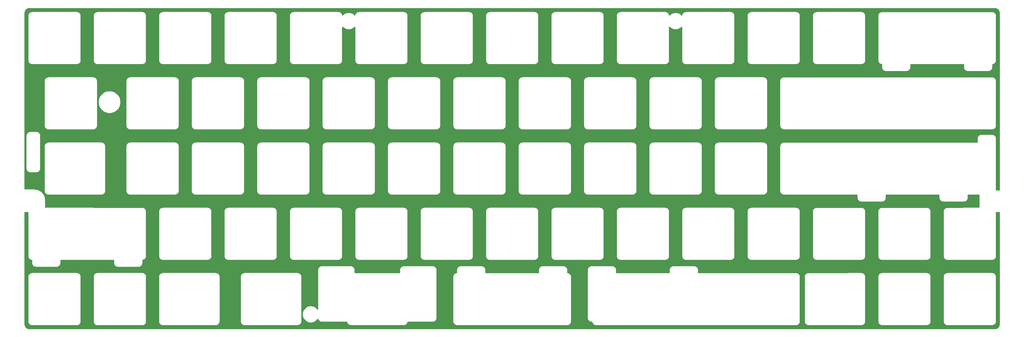
<source format=gtl>
%TF.GenerationSoftware,KiCad,Pcbnew,(5.1.10-1-10_14)*%
%TF.CreationDate,2021-07-19T18:02:04+09:00*%
%TF.ProjectId,keyplate,6b657970-6c61-4746-952e-6b696361645f,rev?*%
%TF.SameCoordinates,Original*%
%TF.FileFunction,Copper,L1,Top*%
%TF.FilePolarity,Positive*%
%FSLAX46Y46*%
G04 Gerber Fmt 4.6, Leading zero omitted, Abs format (unit mm)*
G04 Created by KiCad (PCBNEW (5.1.10-1-10_14)) date 2021-07-19 18:02:04*
%MOMM*%
%LPD*%
G01*
G04 APERTURE LIST*
%TA.AperFunction,NonConductor*%
%ADD10C,0.254000*%
%TD*%
%TA.AperFunction,NonConductor*%
%ADD11C,0.100000*%
%TD*%
G04 APERTURE END LIST*
D10*
X298518472Y-16182300D02*
X298632203Y-16186674D01*
X298729592Y-16197911D01*
X298828475Y-16217826D01*
X298923939Y-16244059D01*
X299014883Y-16278327D01*
X299105679Y-16319787D01*
X299192261Y-16368657D01*
X299274485Y-16423173D01*
X299352865Y-16485608D01*
X299426238Y-16552740D01*
X299494382Y-16627248D01*
X299556839Y-16704817D01*
X299609158Y-16784363D01*
X299658639Y-16872649D01*
X299700150Y-16963359D01*
X299734606Y-17055461D01*
X299761049Y-17151217D01*
X299781324Y-17251655D01*
X299793210Y-17349142D01*
X299797496Y-17461536D01*
X299797497Y-69170116D01*
X298939522Y-69170116D01*
X298939522Y-54125285D01*
X298928887Y-54017305D01*
X298918068Y-53981640D01*
X298883581Y-53810666D01*
X298863797Y-53745972D01*
X298844746Y-53681092D01*
X298842837Y-53677435D01*
X298841631Y-53673491D01*
X298809660Y-53613876D01*
X298778368Y-53553927D01*
X298773892Y-53547180D01*
X298773836Y-53547075D01*
X298773767Y-53546991D01*
X298772695Y-53545375D01*
X298659696Y-53377618D01*
X298618770Y-53328083D01*
X298578911Y-53277773D01*
X298573150Y-53272868D01*
X298568329Y-53267033D01*
X298518589Y-53226413D01*
X298469690Y-53184780D01*
X298461224Y-53178980D01*
X298293589Y-53065859D01*
X298233905Y-53033572D01*
X298174618Y-53000680D01*
X298170878Y-52999478D01*
X298167420Y-52997607D01*
X298102567Y-52977517D01*
X298038054Y-52956777D01*
X298030534Y-52955203D01*
X298030397Y-52955160D01*
X298030265Y-52955146D01*
X298028010Y-52954674D01*
X297822673Y-52913190D01*
X297755192Y-52906310D01*
X297687815Y-52898712D01*
X297680097Y-52898653D01*
X297679966Y-52898640D01*
X297679845Y-52898651D01*
X297677553Y-52898634D01*
X297423409Y-52898485D01*
X297150245Y-52898081D01*
X297150244Y-52898081D01*
X296862100Y-52897480D01*
X296862021Y-52897479D01*
X296562475Y-52896738D01*
X296562469Y-52896739D01*
X296359346Y-52896198D01*
X296359326Y-52896198D01*
X296154651Y-52895639D01*
X296154649Y-52895639D01*
X295949973Y-52895079D01*
X295949918Y-52895079D01*
X295746601Y-52894538D01*
X295746494Y-52894537D01*
X295545863Y-52894030D01*
X295545844Y-52894032D01*
X295545650Y-52894030D01*
X295252704Y-52893375D01*
X295252681Y-52893377D01*
X295252318Y-52893374D01*
X294973013Y-52892896D01*
X294972978Y-52892899D01*
X294972430Y-52892895D01*
X294711306Y-52892655D01*
X294711270Y-52892659D01*
X294710782Y-52892655D01*
X294628566Y-52892638D01*
X294560816Y-52899267D01*
X294493123Y-52905197D01*
X294485955Y-52906591D01*
X294485801Y-52906606D01*
X294485663Y-52906648D01*
X294483049Y-52907156D01*
X294277712Y-52948585D01*
X294212893Y-52968411D01*
X294147946Y-52987505D01*
X294144385Y-52989365D01*
X294140538Y-52990542D01*
X294080827Y-53022568D01*
X294020802Y-53053925D01*
X294014239Y-53058282D01*
X294014126Y-53058343D01*
X294014034Y-53058418D01*
X294012253Y-53059601D01*
X293844618Y-53172599D01*
X293795047Y-53213582D01*
X293744711Y-53253503D01*
X293739852Y-53259216D01*
X293734063Y-53264002D01*
X293693409Y-53313818D01*
X293651772Y-53362771D01*
X293645977Y-53371240D01*
X293532978Y-53538876D01*
X293500756Y-53598513D01*
X293467929Y-53657717D01*
X293466701Y-53661541D01*
X293464789Y-53665079D01*
X293444766Y-53729830D01*
X293424061Y-53794292D01*
X293422450Y-53801998D01*
X293422411Y-53802124D01*
X293422398Y-53802245D01*
X293421961Y-53804337D01*
X293387473Y-53975275D01*
X293376649Y-54010956D01*
X293366014Y-54118936D01*
X293366015Y-55175873D01*
X237040244Y-55180402D01*
X236932265Y-55191046D01*
X236887686Y-55204573D01*
X236697408Y-55248014D01*
X236684735Y-55252245D01*
X236671564Y-55254410D01*
X236616835Y-55274911D01*
X236561343Y-55293436D01*
X236549733Y-55300047D01*
X236537233Y-55304730D01*
X236487512Y-55335481D01*
X236436690Y-55364423D01*
X236426590Y-55373159D01*
X236415234Y-55380183D01*
X236407118Y-55386464D01*
X236239189Y-55518307D01*
X236231444Y-55525717D01*
X236222581Y-55531741D01*
X236179694Y-55575233D01*
X236135544Y-55617476D01*
X236129385Y-55626251D01*
X236121861Y-55633881D01*
X236088238Y-55684875D01*
X236053134Y-55734890D01*
X236048797Y-55744694D01*
X236042899Y-55753639D01*
X236038176Y-55762749D01*
X235940424Y-55954607D01*
X235922112Y-56001335D01*
X235901091Y-56046885D01*
X235896001Y-56067966D01*
X235888086Y-56088165D01*
X235879201Y-56137555D01*
X235867426Y-56186325D01*
X235866073Y-56196498D01*
X235850444Y-56320680D01*
X235849321Y-56361563D01*
X235844763Y-56402198D01*
X235844691Y-56412460D01*
X235844691Y-69384063D01*
X235851330Y-69451768D01*
X235857268Y-69519449D01*
X235858675Y-69526679D01*
X235858689Y-69526825D01*
X235858729Y-69526956D01*
X235859228Y-69529523D01*
X235900592Y-69734399D01*
X235920435Y-69799242D01*
X235939524Y-69864147D01*
X235941388Y-69867714D01*
X235942567Y-69871567D01*
X235974586Y-69931246D01*
X236005958Y-69991283D01*
X236010326Y-69997860D01*
X236010385Y-69997970D01*
X236010458Y-69998059D01*
X236011635Y-69999831D01*
X236124438Y-70167137D01*
X236165386Y-70216653D01*
X236205246Y-70266923D01*
X236211019Y-70271834D01*
X236215854Y-70277681D01*
X236265627Y-70318290D01*
X236314505Y-70359872D01*
X236322973Y-70365669D01*
X236490278Y-70478469D01*
X236549921Y-70510702D01*
X236609087Y-70543518D01*
X236612922Y-70544750D01*
X236616474Y-70546670D01*
X236681195Y-70566690D01*
X236745656Y-70587405D01*
X236753395Y-70589024D01*
X236753515Y-70589061D01*
X236753631Y-70589073D01*
X236755700Y-70589506D01*
X236926218Y-70623934D01*
X236961950Y-70634773D01*
X237069930Y-70645408D01*
X258362790Y-70645408D01*
X258362791Y-71446520D01*
X258373426Y-71554500D01*
X258387120Y-71599644D01*
X258431110Y-71790971D01*
X258435279Y-71803396D01*
X258437414Y-71816315D01*
X258458053Y-71871272D01*
X258476741Y-71926967D01*
X258483243Y-71938344D01*
X258487847Y-71950603D01*
X258518774Y-72000514D01*
X258547919Y-72051510D01*
X258556505Y-72061405D01*
X258563404Y-72072539D01*
X258569691Y-72080649D01*
X258702792Y-72249886D01*
X258709312Y-72256689D01*
X258714582Y-72264488D01*
X258758866Y-72308392D01*
X258802049Y-72353448D01*
X258809764Y-72358853D01*
X258816450Y-72365482D01*
X258868426Y-72399953D01*
X258919532Y-72435758D01*
X258928151Y-72439562D01*
X258935996Y-72444765D01*
X258945094Y-72449513D01*
X259137976Y-72548440D01*
X259184975Y-72567003D01*
X259230801Y-72588249D01*
X259251539Y-72593294D01*
X259271393Y-72601136D01*
X259321095Y-72610216D01*
X259370183Y-72622158D01*
X259380353Y-72623528D01*
X259443388Y-72631573D01*
X259453588Y-72634667D01*
X259561568Y-72645302D01*
X265633805Y-72645302D01*
X265741785Y-72634667D01*
X265786866Y-72620992D01*
X265978318Y-72577019D01*
X265990711Y-72572864D01*
X266003605Y-72570737D01*
X266058608Y-72550100D01*
X266114324Y-72531419D01*
X266125674Y-72524936D01*
X266137909Y-72520345D01*
X266187869Y-72489409D01*
X266238883Y-72460269D01*
X266248753Y-72451708D01*
X266259868Y-72444826D01*
X266267980Y-72438541D01*
X266437324Y-72305440D01*
X266444176Y-72298876D01*
X266452036Y-72293567D01*
X266495894Y-72249339D01*
X266540916Y-72206215D01*
X266546366Y-72198442D01*
X266553041Y-72191710D01*
X266587466Y-72139817D01*
X266623262Y-72088758D01*
X266627098Y-72080075D01*
X266632339Y-72072174D01*
X266637088Y-72063077D01*
X266736045Y-71870193D01*
X266754631Y-71823154D01*
X266775891Y-71777298D01*
X266780926Y-71756603D01*
X266788757Y-71736783D01*
X266797851Y-71687037D01*
X266809801Y-71637917D01*
X266811172Y-71627747D01*
X266819219Y-71564703D01*
X266822314Y-71554500D01*
X266832949Y-71446520D01*
X266832949Y-70645408D01*
X282238728Y-70645408D01*
X282238729Y-71446520D01*
X282249364Y-71554500D01*
X282263058Y-71599644D01*
X282307048Y-71790971D01*
X282311217Y-71803396D01*
X282313352Y-71816315D01*
X282333991Y-71871272D01*
X282352679Y-71926967D01*
X282359181Y-71938344D01*
X282363785Y-71950603D01*
X282394712Y-72000514D01*
X282423857Y-72051510D01*
X282432443Y-72061405D01*
X282439342Y-72072539D01*
X282445629Y-72080649D01*
X282578730Y-72249886D01*
X282585249Y-72256688D01*
X282590519Y-72264487D01*
X282634804Y-72308392D01*
X282677987Y-72353448D01*
X282685702Y-72358853D01*
X282692387Y-72365481D01*
X282744374Y-72399960D01*
X282795470Y-72435758D01*
X282804084Y-72439560D01*
X282811932Y-72444765D01*
X282821031Y-72449512D01*
X283013912Y-72548439D01*
X283060910Y-72567002D01*
X283106738Y-72588249D01*
X283127472Y-72593293D01*
X283147328Y-72601136D01*
X283197032Y-72610216D01*
X283246120Y-72622158D01*
X283256290Y-72623528D01*
X283319325Y-72631573D01*
X283329525Y-72634667D01*
X283437505Y-72645302D01*
X289509743Y-72645302D01*
X289617723Y-72634667D01*
X289662804Y-72620992D01*
X289854256Y-72577019D01*
X289866653Y-72572863D01*
X289879545Y-72570736D01*
X289934539Y-72550102D01*
X289990262Y-72531419D01*
X290001613Y-72524935D01*
X290013849Y-72520344D01*
X290063798Y-72489414D01*
X290114821Y-72460269D01*
X290124696Y-72451704D01*
X290135807Y-72444824D01*
X290143920Y-72438539D01*
X290313262Y-72305439D01*
X290320113Y-72298876D01*
X290327973Y-72293567D01*
X290371832Y-72249339D01*
X290416854Y-72206214D01*
X290422304Y-72198441D01*
X290428978Y-72191710D01*
X290463404Y-72139815D01*
X290499200Y-72088756D01*
X290503035Y-72080074D01*
X290508276Y-72072174D01*
X290513025Y-72063077D01*
X290611982Y-71870193D01*
X290630568Y-71823154D01*
X290651828Y-71777298D01*
X290656863Y-71756603D01*
X290664694Y-71736783D01*
X290673788Y-71687037D01*
X290685738Y-71637917D01*
X290687109Y-71627747D01*
X290695156Y-71564703D01*
X290698251Y-71554500D01*
X290708886Y-71446520D01*
X290708886Y-70645408D01*
X293931525Y-70645408D01*
X293931526Y-74220180D01*
X284667933Y-74225431D01*
X284559959Y-74236127D01*
X284515102Y-74249762D01*
X284324091Y-74293626D01*
X284311686Y-74297785D01*
X284298783Y-74299913D01*
X284243794Y-74320545D01*
X284188084Y-74339221D01*
X284176724Y-74345709D01*
X284164478Y-74350304D01*
X284114539Y-74381227D01*
X284063522Y-74410366D01*
X284053638Y-74418938D01*
X284042519Y-74425823D01*
X284034406Y-74432107D01*
X283865169Y-74565122D01*
X283858266Y-74571734D01*
X283850351Y-74577083D01*
X283806536Y-74621283D01*
X283761577Y-74664347D01*
X283756091Y-74672171D01*
X283749364Y-74678958D01*
X283714961Y-74730838D01*
X283679230Y-74781804D01*
X283675369Y-74790544D01*
X283670088Y-74798508D01*
X283665341Y-74807607D01*
X283566413Y-75000520D01*
X283547845Y-75047540D01*
X283526593Y-75093395D01*
X283521557Y-75114108D01*
X283513725Y-75133940D01*
X283504644Y-75183665D01*
X283492702Y-75232781D01*
X283491333Y-75242951D01*
X283483287Y-75306060D01*
X283480207Y-75316213D01*
X283469572Y-75424193D01*
X283469573Y-88496228D01*
X283480208Y-88604208D01*
X283493881Y-88649282D01*
X283537856Y-88840740D01*
X283542012Y-88853137D01*
X283544140Y-88866034D01*
X283564774Y-88921026D01*
X283583456Y-88976745D01*
X283589943Y-88988101D01*
X283594534Y-89000337D01*
X283625457Y-89050274D01*
X283654606Y-89101304D01*
X283663173Y-89111182D01*
X283670055Y-89122295D01*
X283676340Y-89130408D01*
X283809440Y-89299746D01*
X283816003Y-89306597D01*
X283821309Y-89314452D01*
X283865546Y-89358319D01*
X283908667Y-89403336D01*
X283916433Y-89408781D01*
X283923166Y-89415457D01*
X283975090Y-89449902D01*
X284026125Y-89485681D01*
X284034800Y-89489513D01*
X284042702Y-89494755D01*
X284051800Y-89499503D01*
X284244682Y-89598458D01*
X284291714Y-89617041D01*
X284337577Y-89638304D01*
X284358274Y-89643339D01*
X284378093Y-89651170D01*
X284427836Y-89660263D01*
X284476958Y-89672214D01*
X284487129Y-89673584D01*
X284550164Y-89681629D01*
X284560369Y-89684725D01*
X284668349Y-89695360D01*
X297740745Y-89695360D01*
X297848725Y-89684725D01*
X297893899Y-89671022D01*
X298085220Y-89627025D01*
X298097698Y-89622838D01*
X298110671Y-89620691D01*
X298165578Y-89600058D01*
X298221213Y-89581388D01*
X298232635Y-89574860D01*
X298244950Y-89570232D01*
X298294812Y-89539322D01*
X298345753Y-89510206D01*
X298355691Y-89501582D01*
X298366870Y-89494652D01*
X298374980Y-89488363D01*
X298544217Y-89355209D01*
X298551051Y-89348657D01*
X298558884Y-89343360D01*
X298602739Y-89299098D01*
X298647759Y-89255932D01*
X298653188Y-89248180D01*
X298659846Y-89241460D01*
X298694277Y-89189510D01*
X298730047Y-89138433D01*
X298733867Y-89129773D01*
X298739092Y-89121890D01*
X298743837Y-89112790D01*
X298842765Y-88919757D01*
X298861289Y-88872814D01*
X298882504Y-88827037D01*
X298887561Y-88806236D01*
X298895419Y-88786323D01*
X298904472Y-88736678D01*
X298916392Y-88687651D01*
X298917761Y-88677480D01*
X298925808Y-88614359D01*
X298928887Y-88604208D01*
X298939522Y-88496228D01*
X298939522Y-75695410D01*
X299797496Y-75695410D01*
X299797497Y-108359847D01*
X299793233Y-108470405D01*
X299781323Y-108567869D01*
X299761049Y-108668527D01*
X299734453Y-108764623D01*
X299700038Y-108857272D01*
X299659144Y-108946188D01*
X299609386Y-109034742D01*
X299555979Y-109115941D01*
X299492997Y-109194838D01*
X299427494Y-109266672D01*
X299354778Y-109332320D01*
X299273931Y-109396723D01*
X299192259Y-109451095D01*
X299106361Y-109499355D01*
X299012771Y-109542088D01*
X298921681Y-109577071D01*
X298830808Y-109602047D01*
X298732019Y-109621263D01*
X298632212Y-109632777D01*
X298518478Y-109637151D01*
X17177095Y-109639273D01*
X17062286Y-109633336D01*
X16957644Y-109621264D01*
X16859479Y-109602171D01*
X16768805Y-109577074D01*
X16676078Y-109541718D01*
X16583276Y-109499350D01*
X16497404Y-109451105D01*
X16415734Y-109396730D01*
X16334867Y-109332311D01*
X16262143Y-109266662D01*
X16197947Y-109196264D01*
X16134505Y-109115932D01*
X16079272Y-109032969D01*
X16030500Y-108946163D01*
X15989601Y-108857253D01*
X15955200Y-108764641D01*
X15928610Y-108668555D01*
X15908825Y-108570305D01*
X15897293Y-108470363D01*
X15892156Y-108357341D01*
X15892156Y-94468849D01*
X16770238Y-94468849D01*
X16770239Y-107540889D01*
X16780874Y-107648869D01*
X16791133Y-107682688D01*
X16826419Y-107862446D01*
X16846300Y-107928687D01*
X16865655Y-107994914D01*
X16866886Y-107997280D01*
X16867654Y-107999838D01*
X16899985Y-108060886D01*
X16931873Y-108122163D01*
X16934707Y-108126447D01*
X16934791Y-108126605D01*
X16934903Y-108126743D01*
X16937535Y-108130721D01*
X17051289Y-108300059D01*
X17065548Y-108317362D01*
X17077349Y-108336410D01*
X17111055Y-108372583D01*
X17142516Y-108410759D01*
X17159862Y-108424961D01*
X17175140Y-108441357D01*
X17215236Y-108470298D01*
X17253508Y-108501633D01*
X17273281Y-108512195D01*
X17291453Y-108525311D01*
X17300356Y-108530415D01*
X17485787Y-108634991D01*
X17547981Y-108662449D01*
X17609738Y-108690489D01*
X17613486Y-108691369D01*
X17617014Y-108692927D01*
X17683316Y-108707773D01*
X17749384Y-108723293D01*
X17756855Y-108724240D01*
X17756995Y-108724271D01*
X17757129Y-108724274D01*
X17759565Y-108724583D01*
X17780972Y-108727143D01*
X17788366Y-108729386D01*
X17896346Y-108740021D01*
X31114081Y-108740021D01*
X31222061Y-108729386D01*
X31290082Y-108708752D01*
X31491666Y-108648400D01*
X31532707Y-108631595D01*
X31574881Y-108617908D01*
X31598925Y-108604481D01*
X31624415Y-108594044D01*
X31661409Y-108569589D01*
X31700123Y-108547970D01*
X31721102Y-108530128D01*
X31744079Y-108514939D01*
X31775621Y-108483761D01*
X31809396Y-108455037D01*
X31816475Y-108447608D01*
X31967398Y-108287003D01*
X31972894Y-108279871D01*
X31979519Y-108273784D01*
X32016607Y-108223150D01*
X32054960Y-108173383D01*
X32058968Y-108165317D01*
X32064283Y-108158060D01*
X32090829Y-108101189D01*
X32118787Y-108044917D01*
X32121151Y-108036227D01*
X32124956Y-108028076D01*
X32128301Y-108018375D01*
X32196747Y-107815245D01*
X32200910Y-107797245D01*
X32207635Y-107780039D01*
X32217042Y-107727490D01*
X32229068Y-107675487D01*
X32229655Y-107657025D01*
X32232911Y-107638837D01*
X32233653Y-107628601D01*
X32237830Y-107564851D01*
X32240190Y-107540889D01*
X32240190Y-94468849D01*
X35820191Y-94468849D01*
X35820192Y-107540889D01*
X35830827Y-107648869D01*
X35838490Y-107674129D01*
X35867728Y-107844904D01*
X35884465Y-107906020D01*
X35899784Y-107967451D01*
X35903383Y-107975099D01*
X35905617Y-107983256D01*
X35933897Y-108039939D01*
X35960865Y-108097243D01*
X35966182Y-108106021D01*
X36079536Y-108290262D01*
X36108259Y-108328099D01*
X36134408Y-108367744D01*
X36151525Y-108385097D01*
X36166268Y-108404518D01*
X36201793Y-108436056D01*
X36235145Y-108469867D01*
X36255309Y-108483566D01*
X36273542Y-108499753D01*
X36314512Y-108523788D01*
X36353799Y-108550479D01*
X36362844Y-108555328D01*
X36547471Y-108652636D01*
X36551432Y-108654252D01*
X36555022Y-108656559D01*
X36617743Y-108681301D01*
X36680292Y-108706816D01*
X36684489Y-108707631D01*
X36688461Y-108709198D01*
X36754815Y-108721290D01*
X36761731Y-108722633D01*
X36783991Y-108729386D01*
X36809364Y-108731885D01*
X36821108Y-108734166D01*
X36825383Y-108734150D01*
X36829584Y-108734916D01*
X36839817Y-108735691D01*
X36866868Y-108737549D01*
X36891971Y-108740021D01*
X50218009Y-108740021D01*
X50325989Y-108729386D01*
X50464537Y-108687358D01*
X50486181Y-108675789D01*
X50634435Y-108619840D01*
X50688486Y-108593154D01*
X50743320Y-108568187D01*
X50752701Y-108561451D01*
X50763059Y-108556337D01*
X50810889Y-108519667D01*
X50859838Y-108484519D01*
X50867733Y-108476088D01*
X50876900Y-108469060D01*
X50916696Y-108423800D01*
X50957887Y-108379812D01*
X50964080Y-108371630D01*
X51089993Y-108202821D01*
X51125019Y-108144801D01*
X51160610Y-108087283D01*
X51162031Y-108083492D01*
X51164129Y-108080017D01*
X51187220Y-108016295D01*
X51210960Y-107952963D01*
X51212955Y-107945276D01*
X51213000Y-107945152D01*
X51213018Y-107945032D01*
X51213538Y-107943030D01*
X51265906Y-107735291D01*
X51276757Y-107663099D01*
X51278310Y-107652810D01*
X51279506Y-107648869D01*
X51280633Y-107637425D01*
X51287203Y-107593906D01*
X51287223Y-107593474D01*
X51287228Y-107593438D01*
X51287226Y-107593396D01*
X51287667Y-107583654D01*
X51288766Y-107554850D01*
X51290141Y-107540889D01*
X51290141Y-94468849D01*
X54870143Y-94468849D01*
X54870144Y-107540889D01*
X54880779Y-107648869D01*
X54891452Y-107684054D01*
X54927742Y-107865226D01*
X54948377Y-107933029D01*
X54969092Y-108001457D01*
X54969347Y-108001936D01*
X54969506Y-108002458D01*
X55003053Y-108065214D01*
X55036530Y-108128064D01*
X55037102Y-108128911D01*
X55037131Y-108128965D01*
X55037175Y-108129018D01*
X55042275Y-108136568D01*
X55158407Y-108305906D01*
X55172712Y-108322929D01*
X55184589Y-108341715D01*
X55218754Y-108377716D01*
X55250694Y-108415724D01*
X55268030Y-108429642D01*
X55283332Y-108445766D01*
X55323845Y-108474450D01*
X55362554Y-108505526D01*
X55382262Y-108515811D01*
X55400406Y-108528657D01*
X55409355Y-108533679D01*
X55598801Y-108638255D01*
X55659010Y-108664184D01*
X55718697Y-108691098D01*
X55724796Y-108692514D01*
X55730550Y-108694992D01*
X55794598Y-108708722D01*
X55858426Y-108723542D01*
X55868611Y-108724806D01*
X55890964Y-108727421D01*
X55897443Y-108729386D01*
X56005423Y-108740021D01*
X71585708Y-108740021D01*
X71693688Y-108729386D01*
X71759524Y-108709415D01*
X71963587Y-108649661D01*
X71994932Y-108637047D01*
X72027405Y-108627746D01*
X72061303Y-108610337D01*
X72096662Y-108596108D01*
X72124959Y-108577646D01*
X72155009Y-108562214D01*
X72184883Y-108538550D01*
X72216802Y-108517726D01*
X72240970Y-108494124D01*
X72267454Y-108473146D01*
X72274788Y-108465968D01*
X72416834Y-108324994D01*
X72418723Y-108322712D01*
X72421004Y-108320822D01*
X72464414Y-108267515D01*
X72508303Y-108214494D01*
X72509714Y-108211886D01*
X72511583Y-108209591D01*
X72543803Y-108148886D01*
X72576568Y-108088331D01*
X72577446Y-108085499D01*
X72578833Y-108082885D01*
X72582671Y-108073367D01*
X72660983Y-107875141D01*
X72668865Y-107847576D01*
X72679922Y-107821136D01*
X72688534Y-107778785D01*
X72700419Y-107737221D01*
X72702796Y-107708653D01*
X72708508Y-107680566D01*
X72709491Y-107670351D01*
X72718133Y-107573422D01*
X72721337Y-107540889D01*
X72721337Y-94468849D01*
X78682584Y-94468849D01*
X78682585Y-107540889D01*
X78693220Y-107648869D01*
X78706892Y-107693940D01*
X78750866Y-107885398D01*
X78755023Y-107897796D01*
X78757151Y-107910697D01*
X78777790Y-107965701D01*
X78796466Y-108021404D01*
X78802951Y-108032758D01*
X78807545Y-108045000D01*
X78838477Y-108094952D01*
X78867615Y-108145963D01*
X78876181Y-108155840D01*
X78883066Y-108166958D01*
X78889351Y-108175071D01*
X79022451Y-108344409D01*
X79029018Y-108351264D01*
X79034326Y-108359122D01*
X79078560Y-108402986D01*
X79121678Y-108447999D01*
X79129447Y-108453446D01*
X79136184Y-108460126D01*
X79188106Y-108494569D01*
X79239136Y-108530344D01*
X79247816Y-108534178D01*
X79255721Y-108539422D01*
X79264819Y-108544170D01*
X79457703Y-108643123D01*
X79504732Y-108661704D01*
X79550593Y-108682966D01*
X79571294Y-108688002D01*
X79591114Y-108695833D01*
X79640853Y-108704925D01*
X79689974Y-108716875D01*
X79700145Y-108718246D01*
X79763187Y-108726292D01*
X79773386Y-108729386D01*
X79881366Y-108740021D01*
X95335001Y-108740021D01*
X95442981Y-108729386D01*
X95488154Y-108715683D01*
X95679474Y-108671688D01*
X95691952Y-108667501D01*
X95704926Y-108665354D01*
X95759827Y-108644723D01*
X95815467Y-108626052D01*
X95826892Y-108619522D01*
X95839205Y-108614895D01*
X95889057Y-108583992D01*
X95940008Y-108554870D01*
X95949948Y-108546244D01*
X95961126Y-108539315D01*
X95969236Y-108533027D01*
X96138473Y-108399874D01*
X96145311Y-108393317D01*
X96153147Y-108388019D01*
X96196998Y-108343759D01*
X96242015Y-108300597D01*
X96247446Y-108292842D01*
X96254108Y-108286118D01*
X96288544Y-108234158D01*
X96324303Y-108183098D01*
X96328124Y-108174437D01*
X96333353Y-108166547D01*
X96338098Y-108157448D01*
X96437024Y-107964414D01*
X96455550Y-107917466D01*
X96476760Y-107871699D01*
X96481817Y-107850900D01*
X96489677Y-107830981D01*
X96498729Y-107781340D01*
X96510649Y-107732312D01*
X96512018Y-107722142D01*
X96520065Y-107659015D01*
X96523143Y-107648869D01*
X96533778Y-107540889D01*
X96533778Y-105214729D01*
X96715000Y-105214729D01*
X96715000Y-105704231D01*
X96810497Y-106184328D01*
X96997821Y-106636569D01*
X97269774Y-107043575D01*
X97615905Y-107389706D01*
X98022911Y-107661659D01*
X98475152Y-107848983D01*
X98955249Y-107944480D01*
X99444751Y-107944480D01*
X99924848Y-107848983D01*
X100377089Y-107661659D01*
X100784095Y-107389706D01*
X101130226Y-107043575D01*
X101246365Y-106869761D01*
X101265687Y-106913047D01*
X101283505Y-106960170D01*
X101288118Y-106969338D01*
X101386954Y-107162372D01*
X101392125Y-107170423D01*
X101395860Y-107179222D01*
X101430824Y-107230672D01*
X101464477Y-107283066D01*
X101471113Y-107289959D01*
X101476486Y-107297865D01*
X101520780Y-107341547D01*
X101563968Y-107386405D01*
X101571816Y-107391877D01*
X101578622Y-107398589D01*
X101586642Y-107404992D01*
X101755842Y-107538145D01*
X101767010Y-107545288D01*
X101776900Y-107554112D01*
X101827329Y-107583866D01*
X101876687Y-107615433D01*
X101889035Y-107620272D01*
X101900446Y-107627005D01*
X101955692Y-107646396D01*
X102010244Y-107667776D01*
X102023293Y-107670124D01*
X102035797Y-107674513D01*
X102045782Y-107676882D01*
X102237204Y-107720868D01*
X102282319Y-107734553D01*
X102390299Y-107745188D01*
X109655402Y-107745188D01*
X109662603Y-107776715D01*
X109670987Y-107826551D01*
X109678538Y-107846482D01*
X109683286Y-107867270D01*
X109703904Y-107913436D01*
X109721808Y-107960694D01*
X109726426Y-107969858D01*
X109825354Y-108162769D01*
X109830526Y-108170810D01*
X109834263Y-108179599D01*
X109869263Y-108231034D01*
X109902954Y-108283414D01*
X109909589Y-108290297D01*
X109914962Y-108298193D01*
X109959287Y-108341852D01*
X110002510Y-108386689D01*
X110010356Y-108392153D01*
X110017160Y-108398854D01*
X110025183Y-108405252D01*
X110194420Y-108538266D01*
X110205445Y-108545307D01*
X110215202Y-108554011D01*
X110265797Y-108583854D01*
X110315313Y-108615479D01*
X110327492Y-108620244D01*
X110338757Y-108626888D01*
X110394182Y-108646334D01*
X110448902Y-108667741D01*
X110461779Y-108670050D01*
X110474115Y-108674378D01*
X110484100Y-108676745D01*
X110675307Y-108720655D01*
X110720381Y-108734328D01*
X110828361Y-108744963D01*
X126282001Y-108744963D01*
X126389981Y-108734328D01*
X126400065Y-108731269D01*
X126463126Y-108723241D01*
X126512267Y-108712027D01*
X126561941Y-108703702D01*
X126582027Y-108696107D01*
X126602977Y-108691326D01*
X126648994Y-108670785D01*
X126696116Y-108652967D01*
X126705283Y-108648354D01*
X126898316Y-108549518D01*
X126906362Y-108544350D01*
X126915150Y-108540620D01*
X126966603Y-108505655D01*
X127019009Y-108471994D01*
X127025895Y-108465364D01*
X127033795Y-108459996D01*
X127077492Y-108415688D01*
X127122347Y-108372503D01*
X127127813Y-108364663D01*
X127134521Y-108357862D01*
X127140924Y-108349843D01*
X127274080Y-108180646D01*
X127281225Y-108169474D01*
X127290051Y-108159583D01*
X127319807Y-108109151D01*
X127351370Y-108059802D01*
X127356209Y-108047455D01*
X127362945Y-108036039D01*
X127382337Y-107980792D01*
X127403716Y-107926247D01*
X127406065Y-107913194D01*
X127410455Y-107900688D01*
X127412824Y-107890703D01*
X127446263Y-107745188D01*
X134720418Y-107745188D01*
X134828398Y-107734553D01*
X134838597Y-107731459D01*
X134901639Y-107723413D01*
X134950934Y-107712147D01*
X135000777Y-107703754D01*
X135020702Y-107696202D01*
X135041480Y-107691453D01*
X135087649Y-107670826D01*
X135134912Y-107652912D01*
X135144076Y-107648292D01*
X135336963Y-107549340D01*
X135341868Y-107546184D01*
X140586467Y-107546184D01*
X140597102Y-107654164D01*
X140600164Y-107664257D01*
X140608190Y-107727298D01*
X140619420Y-107776503D01*
X140627772Y-107826271D01*
X140635345Y-107846285D01*
X140640107Y-107867149D01*
X140660679Y-107913233D01*
X140678540Y-107960434D01*
X140683155Y-107969600D01*
X140781987Y-108162511D01*
X140787209Y-108170636D01*
X140790985Y-108179521D01*
X140825933Y-108230893D01*
X140859539Y-108283186D01*
X140866239Y-108290142D01*
X140871670Y-108298125D01*
X140915937Y-108341737D01*
X140959055Y-108386501D01*
X140966978Y-108392022D01*
X140973856Y-108398799D01*
X140981879Y-108405197D01*
X141151074Y-108538211D01*
X141162183Y-108545308D01*
X141172021Y-108554081D01*
X141222532Y-108583863D01*
X141271957Y-108615439D01*
X141284235Y-108620244D01*
X141295588Y-108626938D01*
X141350918Y-108646341D01*
X141405539Y-108667717D01*
X141418515Y-108670045D01*
X141430953Y-108674407D01*
X141440939Y-108676772D01*
X141632252Y-108720674D01*
X141677264Y-108734328D01*
X141785244Y-108744963D01*
X173907937Y-108744963D01*
X174015917Y-108734328D01*
X174026009Y-108731266D01*
X174089056Y-108723239D01*
X174138274Y-108712006D01*
X174188036Y-108703654D01*
X174208044Y-108696083D01*
X174228907Y-108691321D01*
X174275001Y-108670744D01*
X174322198Y-108652884D01*
X174331364Y-108648269D01*
X174524276Y-108549433D01*
X174532400Y-108544212D01*
X174541288Y-108540434D01*
X174592659Y-108505485D01*
X174644951Y-108471879D01*
X174651909Y-108465177D01*
X174659890Y-108459747D01*
X174703490Y-108415491D01*
X174748264Y-108372362D01*
X174753786Y-108364437D01*
X174760562Y-108357560D01*
X174766961Y-108349537D01*
X174899972Y-108180340D01*
X174907067Y-108169233D01*
X174915835Y-108159401D01*
X174945618Y-108108889D01*
X174977198Y-108059455D01*
X174982000Y-108047183D01*
X174988692Y-108035834D01*
X175008097Y-107980495D01*
X175029473Y-107925872D01*
X175031800Y-107912900D01*
X175036160Y-107900468D01*
X175038525Y-107890482D01*
X175082424Y-107699179D01*
X175096079Y-107654165D01*
X175106714Y-107546185D01*
X175106714Y-106546054D01*
X179773975Y-106546054D01*
X179784610Y-106654034D01*
X179787688Y-106664180D01*
X179795734Y-106727302D01*
X179806971Y-106776505D01*
X179815329Y-106826266D01*
X179822905Y-106846279D01*
X179827671Y-106867148D01*
X179848249Y-106913226D01*
X179866115Y-106960422D01*
X179870732Y-106969587D01*
X179969661Y-107162621D01*
X179974780Y-107170584D01*
X179978479Y-107179296D01*
X180013514Y-107230837D01*
X180047230Y-107283286D01*
X180053800Y-107290105D01*
X180059119Y-107297930D01*
X180103502Y-107341690D01*
X180146760Y-107386586D01*
X180154526Y-107391996D01*
X180161267Y-107398643D01*
X180169287Y-107405045D01*
X180338527Y-107538197D01*
X180349612Y-107545285D01*
X180359426Y-107554044D01*
X180409945Y-107583862D01*
X180459381Y-107615471D01*
X180471631Y-107620270D01*
X180482960Y-107626957D01*
X180538314Y-107646396D01*
X180592944Y-107667799D01*
X180605893Y-107670128D01*
X180618304Y-107674486D01*
X180628289Y-107676856D01*
X180819612Y-107720851D01*
X180864783Y-107734553D01*
X180972763Y-107745188D01*
X181094133Y-107745188D01*
X181101334Y-107776715D01*
X181109718Y-107826551D01*
X181117269Y-107846482D01*
X181122017Y-107867270D01*
X181142635Y-107913436D01*
X181160539Y-107960694D01*
X181165157Y-107969858D01*
X181264085Y-108162769D01*
X181269258Y-108170811D01*
X181272995Y-108179601D01*
X181308000Y-108231044D01*
X181341685Y-108283414D01*
X181348319Y-108290295D01*
X181353694Y-108298195D01*
X181398038Y-108341872D01*
X181441241Y-108386689D01*
X181449084Y-108392150D01*
X181455892Y-108398856D01*
X181463916Y-108405253D01*
X181633154Y-108538268D01*
X181644179Y-108545310D01*
X181653934Y-108554011D01*
X181704526Y-108583852D01*
X181754047Y-108615480D01*
X181766225Y-108620244D01*
X181777489Y-108626888D01*
X181832923Y-108646337D01*
X181887636Y-108667741D01*
X181900510Y-108670050D01*
X181912847Y-108674378D01*
X181922832Y-108676745D01*
X182114039Y-108720655D01*
X182159113Y-108734328D01*
X182267093Y-108744963D01*
X240584191Y-108744963D01*
X240692171Y-108734328D01*
X240702310Y-108731252D01*
X240765278Y-108723227D01*
X240814468Y-108711994D01*
X240864213Y-108703642D01*
X240884239Y-108696062D01*
X240905125Y-108691293D01*
X240951198Y-108670719D01*
X240998372Y-108652864D01*
X241007538Y-108648248D01*
X241200419Y-108549412D01*
X241208425Y-108544266D01*
X241217180Y-108540548D01*
X241268696Y-108505526D01*
X241321089Y-108471850D01*
X241327941Y-108465249D01*
X241335809Y-108459900D01*
X241379538Y-108415541D01*
X241424395Y-108372327D01*
X241429834Y-108364521D01*
X241436514Y-108357745D01*
X241442915Y-108349724D01*
X241576015Y-108180527D01*
X241583122Y-108169410D01*
X241591906Y-108159565D01*
X241621697Y-108109070D01*
X241653280Y-108059668D01*
X241658093Y-108047381D01*
X241664797Y-108036018D01*
X241684215Y-107980692D01*
X241705599Y-107926101D01*
X241707933Y-107913117D01*
X241712303Y-107900666D01*
X241714671Y-107890681D01*
X241758650Y-107699273D01*
X241772333Y-107654165D01*
X241782968Y-107546185D01*
X241782968Y-94525769D01*
X242988423Y-94525769D01*
X242988423Y-107489259D01*
X242995062Y-107556967D01*
X243000989Y-107624585D01*
X243002407Y-107631876D01*
X243002421Y-107632021D01*
X243002460Y-107632151D01*
X243002948Y-107634659D01*
X243043450Y-107835351D01*
X243044837Y-107839885D01*
X243045377Y-107844591D01*
X243065794Y-107908390D01*
X243085413Y-107972523D01*
X243087655Y-107976702D01*
X243089098Y-107981212D01*
X243121538Y-108039867D01*
X243153221Y-108098932D01*
X243156227Y-108102590D01*
X243158522Y-108106740D01*
X243164400Y-108115152D01*
X243292791Y-108296181D01*
X243299707Y-108304153D01*
X243305201Y-108313158D01*
X243346640Y-108358247D01*
X243386797Y-108404531D01*
X243395131Y-108411008D01*
X243402269Y-108418775D01*
X243451681Y-108454959D01*
X243500059Y-108492559D01*
X243509491Y-108497294D01*
X243518002Y-108503526D01*
X243526870Y-108508691D01*
X243720286Y-108619530D01*
X243774164Y-108643761D01*
X243827150Y-108669831D01*
X243839471Y-108673132D01*
X243851111Y-108678367D01*
X243908668Y-108691671D01*
X243965710Y-108706954D01*
X243975846Y-108708559D01*
X244129288Y-108731760D01*
X244179223Y-108734375D01*
X244228912Y-108739949D01*
X244239174Y-108740021D01*
X259588866Y-108740021D01*
X259656631Y-108733377D01*
X259724371Y-108727422D01*
X259731478Y-108726038D01*
X259731628Y-108726023D01*
X259731763Y-108725982D01*
X259734444Y-108725460D01*
X259935133Y-108684907D01*
X259939702Y-108683508D01*
X259944446Y-108682962D01*
X260008204Y-108662534D01*
X260072295Y-108642910D01*
X260076507Y-108640649D01*
X260081052Y-108639193D01*
X260139654Y-108606756D01*
X260198687Y-108575071D01*
X260202374Y-108572040D01*
X260206556Y-108569725D01*
X260214966Y-108563844D01*
X260395992Y-108435360D01*
X260403865Y-108428525D01*
X260412762Y-108423097D01*
X260457951Y-108381566D01*
X260504309Y-108341316D01*
X260510704Y-108333082D01*
X260518378Y-108326029D01*
X260554636Y-108276515D01*
X260592298Y-108228023D01*
X260596973Y-108218702D01*
X260603129Y-108210295D01*
X260608294Y-108201427D01*
X260719129Y-108008016D01*
X260743342Y-107954177D01*
X260769398Y-107901235D01*
X260772712Y-107888871D01*
X260777965Y-107877191D01*
X260791261Y-107819672D01*
X260806537Y-107762679D01*
X260808144Y-107752544D01*
X260831343Y-107599230D01*
X260833967Y-107549253D01*
X260839545Y-107499521D01*
X260839617Y-107489259D01*
X260839617Y-94520833D01*
X260834521Y-94468849D01*
X264419619Y-94468849D01*
X264419620Y-107540889D01*
X264430255Y-107648869D01*
X264443925Y-107693932D01*
X264487902Y-107885401D01*
X264492061Y-107897804D01*
X264494188Y-107910700D01*
X264514823Y-107965694D01*
X264533503Y-108021407D01*
X264539988Y-108032761D01*
X264544582Y-108045003D01*
X264575506Y-108094941D01*
X264604652Y-108145966D01*
X264613223Y-108155848D01*
X264620104Y-108166960D01*
X264626388Y-108175073D01*
X264759489Y-108344411D01*
X264766056Y-108351267D01*
X264771360Y-108359118D01*
X264815576Y-108402964D01*
X264858716Y-108448001D01*
X264866485Y-108453448D01*
X264873217Y-108460123D01*
X264925136Y-108494565D01*
X264976175Y-108530345D01*
X264984851Y-108534178D01*
X264992754Y-108539420D01*
X265001852Y-108544168D01*
X265194733Y-108643121D01*
X265241762Y-108661702D01*
X265287624Y-108682965D01*
X265308324Y-108688001D01*
X265328144Y-108695832D01*
X265377882Y-108704924D01*
X265427005Y-108716875D01*
X265437176Y-108718245D01*
X265500211Y-108726290D01*
X265510416Y-108729386D01*
X265618396Y-108740021D01*
X278690792Y-108740021D01*
X278798772Y-108729386D01*
X278843940Y-108715684D01*
X279035264Y-108671688D01*
X279047739Y-108667502D01*
X279060713Y-108665355D01*
X279115624Y-108644721D01*
X279171258Y-108626051D01*
X279182680Y-108619522D01*
X279194992Y-108614896D01*
X279244858Y-108583984D01*
X279295798Y-108554869D01*
X279305732Y-108546249D01*
X279316914Y-108539317D01*
X279325023Y-108533028D01*
X279494261Y-108399875D01*
X279501096Y-108393321D01*
X279508932Y-108388023D01*
X279552792Y-108343755D01*
X279597804Y-108300598D01*
X279603233Y-108292846D01*
X279609894Y-108286123D01*
X279644333Y-108234159D01*
X279680092Y-108183100D01*
X279683912Y-108174442D01*
X279689140Y-108166553D01*
X279693885Y-108157453D01*
X279792813Y-107964420D01*
X279811339Y-107917473D01*
X279832552Y-107871699D01*
X279837609Y-107850900D01*
X279845467Y-107830986D01*
X279854520Y-107781345D01*
X279866441Y-107732312D01*
X279867810Y-107722142D01*
X279875857Y-107659015D01*
X279878935Y-107648869D01*
X279889570Y-107540889D01*
X279889570Y-94468849D01*
X283469572Y-94468849D01*
X283469573Y-107540889D01*
X283480208Y-107648869D01*
X283493878Y-107693932D01*
X283537855Y-107885401D01*
X283542013Y-107897801D01*
X283544140Y-107910697D01*
X283564775Y-107965690D01*
X283583456Y-108021407D01*
X283589942Y-108032762D01*
X283594534Y-108045000D01*
X283625457Y-108094937D01*
X283654605Y-108145966D01*
X283663174Y-108155846D01*
X283670055Y-108166958D01*
X283676340Y-108175071D01*
X283809440Y-108344409D01*
X283816005Y-108351262D01*
X283821313Y-108359120D01*
X283865549Y-108402985D01*
X283908667Y-108447999D01*
X283916436Y-108453446D01*
X283923171Y-108460124D01*
X283975096Y-108494570D01*
X284026125Y-108530344D01*
X284034801Y-108534177D01*
X284042707Y-108539421D01*
X284051805Y-108544169D01*
X284244687Y-108643122D01*
X284291722Y-108661705D01*
X284337577Y-108682965D01*
X284358275Y-108688001D01*
X284378099Y-108695833D01*
X284427839Y-108704925D01*
X284476958Y-108716875D01*
X284487129Y-108718245D01*
X284550164Y-108726290D01*
X284560369Y-108729386D01*
X284668349Y-108740021D01*
X297740745Y-108740021D01*
X297848725Y-108729386D01*
X297893893Y-108715684D01*
X298085217Y-108671688D01*
X298097695Y-108667501D01*
X298110668Y-108665354D01*
X298165570Y-108644723D01*
X298221211Y-108626051D01*
X298232635Y-108619522D01*
X298244947Y-108614895D01*
X298294803Y-108583989D01*
X298345751Y-108554869D01*
X298355690Y-108546244D01*
X298366868Y-108539315D01*
X298374978Y-108533027D01*
X298544215Y-108399874D01*
X298551051Y-108393319D01*
X298558884Y-108388023D01*
X298602737Y-108343763D01*
X298647757Y-108300597D01*
X298653186Y-108292845D01*
X298659846Y-108286123D01*
X298694287Y-108234157D01*
X298730045Y-108183098D01*
X298733864Y-108174441D01*
X298739092Y-108166553D01*
X298743837Y-108157453D01*
X298842765Y-107964420D01*
X298861291Y-107917473D01*
X298882504Y-107871699D01*
X298887561Y-107850900D01*
X298895419Y-107830986D01*
X298904472Y-107781345D01*
X298916393Y-107732312D01*
X298917762Y-107722142D01*
X298925809Y-107659015D01*
X298928887Y-107648869D01*
X298939522Y-107540889D01*
X298939522Y-94468848D01*
X298928887Y-94360868D01*
X298915212Y-94315786D01*
X298871237Y-94124332D01*
X298867080Y-94111934D01*
X298864953Y-94099040D01*
X298844314Y-94044035D01*
X298825635Y-93988327D01*
X298819152Y-93976978D01*
X298814559Y-93964737D01*
X298783621Y-93914775D01*
X298754485Y-93863769D01*
X298745922Y-93853896D01*
X298739038Y-93842779D01*
X298732753Y-93834667D01*
X298599652Y-93665328D01*
X298593093Y-93658481D01*
X298587785Y-93650623D01*
X298543527Y-93606735D01*
X298500425Y-93561738D01*
X298492662Y-93556296D01*
X298485928Y-93549618D01*
X298433991Y-93515164D01*
X298382966Y-93479393D01*
X298374292Y-93475562D01*
X298366391Y-93470320D01*
X298357294Y-93465572D01*
X298164413Y-93366617D01*
X298117380Y-93348034D01*
X298071511Y-93326768D01*
X298050814Y-93321733D01*
X298031002Y-93313905D01*
X297981259Y-93304812D01*
X297932130Y-93292860D01*
X297921959Y-93291489D01*
X297858925Y-93283444D01*
X297848725Y-93280350D01*
X297740745Y-93269715D01*
X284668349Y-93269715D01*
X284560369Y-93280350D01*
X284515198Y-93294052D01*
X284323877Y-93338048D01*
X284311400Y-93342235D01*
X284298419Y-93344383D01*
X284243512Y-93365016D01*
X284187883Y-93383684D01*
X284176456Y-93390215D01*
X284164141Y-93394843D01*
X284114285Y-93425750D01*
X284063343Y-93454866D01*
X284053404Y-93463491D01*
X284042220Y-93470424D01*
X284034111Y-93476713D01*
X283864874Y-93609868D01*
X283858047Y-93616414D01*
X283850210Y-93621713D01*
X283806342Y-93665989D01*
X283761332Y-93709145D01*
X283755903Y-93716897D01*
X283749248Y-93723614D01*
X283714815Y-93775567D01*
X283679045Y-93826644D01*
X283675227Y-93835299D01*
X283670001Y-93843184D01*
X283665257Y-93852283D01*
X283566329Y-94045316D01*
X283547804Y-94092260D01*
X283526587Y-94138043D01*
X283521532Y-94158837D01*
X283513674Y-94178749D01*
X283504620Y-94228401D01*
X283492700Y-94277430D01*
X283491331Y-94287601D01*
X283483285Y-94350723D01*
X283480207Y-94360869D01*
X283469572Y-94468849D01*
X279889570Y-94468849D01*
X279889570Y-94468848D01*
X279878935Y-94360868D01*
X279865260Y-94315786D01*
X279821285Y-94124332D01*
X279817128Y-94111934D01*
X279815001Y-94099040D01*
X279794362Y-94044035D01*
X279775683Y-93988327D01*
X279769200Y-93976978D01*
X279764607Y-93964737D01*
X279733669Y-93914775D01*
X279704533Y-93863769D01*
X279695970Y-93853896D01*
X279689086Y-93842779D01*
X279682801Y-93834667D01*
X279549700Y-93665328D01*
X279543140Y-93658480D01*
X279537832Y-93650622D01*
X279493583Y-93606744D01*
X279450473Y-93561738D01*
X279442707Y-93556294D01*
X279435974Y-93549617D01*
X279384040Y-93515165D01*
X279333014Y-93479393D01*
X279324342Y-93475562D01*
X279316438Y-93470319D01*
X279307341Y-93465571D01*
X279114458Y-93366616D01*
X279067424Y-93348032D01*
X279021558Y-93326768D01*
X279000862Y-93321733D01*
X278981047Y-93313904D01*
X278931295Y-93304809D01*
X278882177Y-93292860D01*
X278872006Y-93291489D01*
X278808972Y-93283444D01*
X278798772Y-93280350D01*
X278690792Y-93269715D01*
X265618396Y-93269715D01*
X265510416Y-93280350D01*
X265465245Y-93294052D01*
X265273924Y-93338048D01*
X265261447Y-93342235D01*
X265248466Y-93344383D01*
X265193559Y-93365016D01*
X265137930Y-93383684D01*
X265126503Y-93390215D01*
X265114188Y-93394843D01*
X265064332Y-93425750D01*
X265013390Y-93454866D01*
X265003451Y-93463491D01*
X264992267Y-93470424D01*
X264984158Y-93476713D01*
X264814921Y-93609868D01*
X264808094Y-93616414D01*
X264800257Y-93621713D01*
X264756389Y-93665989D01*
X264711379Y-93709145D01*
X264705950Y-93716897D01*
X264699295Y-93723614D01*
X264664862Y-93775567D01*
X264629092Y-93826644D01*
X264625274Y-93835299D01*
X264620048Y-93843184D01*
X264615304Y-93852283D01*
X264516376Y-94045316D01*
X264497851Y-94092260D01*
X264476634Y-94138043D01*
X264471579Y-94158837D01*
X264463721Y-94178749D01*
X264454667Y-94228401D01*
X264442747Y-94277430D01*
X264441378Y-94287601D01*
X264433332Y-94350723D01*
X264430254Y-94360869D01*
X264419619Y-94468849D01*
X260834521Y-94468849D01*
X260833090Y-94454263D01*
X260827448Y-94387640D01*
X260825623Y-94378107D01*
X260825619Y-94378071D01*
X260825610Y-94378041D01*
X260825518Y-94377561D01*
X260786273Y-94180092D01*
X260766773Y-94115671D01*
X260748108Y-94051160D01*
X260746029Y-94047139D01*
X260744715Y-94042797D01*
X260713077Y-93983396D01*
X260682234Y-93923733D01*
X260677320Y-93916262D01*
X260677281Y-93916188D01*
X260677234Y-93916130D01*
X260676595Y-93915159D01*
X260564859Y-93747852D01*
X260521933Y-93695476D01*
X260479625Y-93642676D01*
X260476512Y-93640055D01*
X260473931Y-93636906D01*
X260421680Y-93593890D01*
X260369892Y-93550288D01*
X260363278Y-93545811D01*
X260363184Y-93545733D01*
X260363085Y-93545680D01*
X260361394Y-93544535D01*
X260193817Y-93432796D01*
X260134778Y-93401279D01*
X260076271Y-93369039D01*
X260071601Y-93367553D01*
X260067273Y-93365242D01*
X260003262Y-93345800D01*
X259939582Y-93325531D01*
X259930051Y-93323564D01*
X259930017Y-93323554D01*
X259929986Y-93323551D01*
X259929531Y-93323457D01*
X259732338Y-93284210D01*
X259665549Y-93277595D01*
X259598913Y-93270140D01*
X259589658Y-93270078D01*
X259589590Y-93270071D01*
X259589529Y-93270077D01*
X259588651Y-93270071D01*
X259335948Y-93270145D01*
X259335942Y-93270145D01*
X259039302Y-93270234D01*
X259039294Y-93270234D01*
X258701647Y-93270339D01*
X258325921Y-93270456D01*
X258325917Y-93270456D01*
X257915043Y-93270586D01*
X257915042Y-93270586D01*
X257471947Y-93270727D01*
X257471944Y-93270727D01*
X256999559Y-93270879D01*
X256500812Y-93271040D01*
X256500811Y-93271040D01*
X255978632Y-93271209D01*
X255978630Y-93271209D01*
X255435949Y-93271386D01*
X254875695Y-93271568D01*
X254875694Y-93271568D01*
X254300795Y-93271756D01*
X254300794Y-93271756D01*
X253714179Y-93271948D01*
X253118779Y-93272143D01*
X252517523Y-93272340D01*
X252517522Y-93272340D01*
X251913338Y-93272539D01*
X251309158Y-93272737D01*
X250707908Y-93272934D01*
X250112518Y-93273129D01*
X249525918Y-93273321D01*
X248951039Y-93273509D01*
X248390808Y-93273691D01*
X248390807Y-93273691D01*
X247848152Y-93273868D01*
X247326007Y-93274037D01*
X246827297Y-93274198D01*
X246354951Y-93274350D01*
X245911903Y-93274491D01*
X245501077Y-93274621D01*
X245125408Y-93274738D01*
X244787817Y-93274843D01*
X244491246Y-93274932D01*
X244238611Y-93275007D01*
X244170937Y-93281663D01*
X244103288Y-93287613D01*
X244096007Y-93289032D01*
X244095853Y-93289047D01*
X244095714Y-93289089D01*
X244093215Y-93289576D01*
X243892577Y-93330128D01*
X243887895Y-93331562D01*
X243883043Y-93332122D01*
X243819415Y-93352533D01*
X243755418Y-93372132D01*
X243751107Y-93374446D01*
X243746453Y-93375939D01*
X243687981Y-93408332D01*
X243629029Y-93439977D01*
X243625250Y-93443084D01*
X243620974Y-93445453D01*
X243612566Y-93451337D01*
X243431676Y-93579822D01*
X243423767Y-93586694D01*
X243414836Y-93592148D01*
X243369723Y-93633650D01*
X243323393Y-93673904D01*
X243316969Y-93682181D01*
X243309267Y-93689267D01*
X243273064Y-93738755D01*
X243235445Y-93787229D01*
X243230753Y-93796593D01*
X243224572Y-93805042D01*
X243219411Y-93813912D01*
X243108702Y-94007323D01*
X243084564Y-94061066D01*
X243058557Y-94113933D01*
X243055217Y-94126403D01*
X243049929Y-94138177D01*
X243036689Y-94195583D01*
X243021447Y-94252496D01*
X243019842Y-94262632D01*
X242996674Y-94415946D01*
X242994065Y-94465854D01*
X242988495Y-94515507D01*
X242988423Y-94525769D01*
X241782968Y-94525769D01*
X241782968Y-94473789D01*
X241772333Y-94365809D01*
X241769255Y-94355663D01*
X241761208Y-94292537D01*
X241749971Y-94243334D01*
X241741614Y-94193581D01*
X241734036Y-94173563D01*
X241729269Y-94152691D01*
X241708689Y-94106608D01*
X241690827Y-94059425D01*
X241686211Y-94050259D01*
X241587283Y-93857226D01*
X241582167Y-93849267D01*
X241578469Y-93840558D01*
X241543431Y-93789010D01*
X241509714Y-93736561D01*
X241503147Y-93729745D01*
X241497830Y-93721923D01*
X241453437Y-93678153D01*
X241410184Y-93633261D01*
X241402424Y-93627855D01*
X241395684Y-93621209D01*
X241387663Y-93614807D01*
X241218426Y-93481653D01*
X241207337Y-93474562D01*
X241197525Y-93465805D01*
X241147023Y-93435997D01*
X241097573Y-93404378D01*
X241085318Y-93399576D01*
X241073991Y-93392891D01*
X241018638Y-93373452D01*
X240964011Y-93352049D01*
X240951065Y-93349721D01*
X240938648Y-93345360D01*
X240928663Y-93342990D01*
X240737339Y-93298994D01*
X240692171Y-93285292D01*
X240584191Y-93274657D01*
X212120426Y-93274657D01*
X212120426Y-92473545D01*
X212109791Y-92365565D01*
X212106698Y-92355370D01*
X212098653Y-92292329D01*
X212087393Y-92243059D01*
X212079011Y-92193253D01*
X212071450Y-92173299D01*
X212066694Y-92152488D01*
X212046084Y-92106355D01*
X212028183Y-92059113D01*
X212023564Y-92049949D01*
X211924636Y-91857065D01*
X211919538Y-91849140D01*
X211915857Y-91840475D01*
X211880786Y-91788901D01*
X211847029Y-91736425D01*
X211840492Y-91729644D01*
X211835195Y-91721855D01*
X211790766Y-91678066D01*
X211747467Y-91633155D01*
X211739736Y-91627773D01*
X211733029Y-91621162D01*
X211725007Y-91614761D01*
X211555770Y-91481661D01*
X211544731Y-91474605D01*
X211534962Y-91465887D01*
X211484404Y-91436048D01*
X211434902Y-91404410D01*
X211422702Y-91399633D01*
X211411426Y-91392978D01*
X211356022Y-91373523D01*
X211301329Y-91352107D01*
X211288439Y-91349791D01*
X211276081Y-91345452D01*
X211266096Y-91343083D01*
X211074795Y-91299099D01*
X211029629Y-91285398D01*
X210921649Y-91274763D01*
X204849411Y-91274763D01*
X204741431Y-91285398D01*
X204731289Y-91288475D01*
X204668164Y-91296521D01*
X204618964Y-91307757D01*
X204569208Y-91316114D01*
X204549189Y-91323692D01*
X204528317Y-91328459D01*
X204482237Y-91349037D01*
X204435052Y-91366899D01*
X204425886Y-91371515D01*
X204232849Y-91470442D01*
X204224886Y-91475561D01*
X204216180Y-91479257D01*
X204164645Y-91514286D01*
X204112184Y-91548009D01*
X204105367Y-91554577D01*
X204097543Y-91559895D01*
X204053779Y-91604281D01*
X204008882Y-91647538D01*
X204003473Y-91655302D01*
X203996829Y-91662040D01*
X203990427Y-91670060D01*
X203857270Y-91839297D01*
X203850178Y-91850388D01*
X203841415Y-91860206D01*
X203811598Y-91910723D01*
X203779994Y-91960149D01*
X203775192Y-91972404D01*
X203768502Y-91983739D01*
X203749064Y-92039089D01*
X203727663Y-92093710D01*
X203725333Y-92106665D01*
X203720972Y-92119083D01*
X203718602Y-92129068D01*
X203674603Y-92320405D01*
X203660904Y-92365565D01*
X203650269Y-92473545D01*
X203650268Y-93274657D01*
X188244133Y-93274657D01*
X188244133Y-92473545D01*
X188233498Y-92365565D01*
X188230403Y-92355361D01*
X188222356Y-92292318D01*
X188211089Y-92243022D01*
X188202694Y-92193171D01*
X188195142Y-92173249D01*
X188190395Y-92152477D01*
X188169770Y-92106313D01*
X188151850Y-92059037D01*
X188147230Y-92049874D01*
X188048274Y-91856990D01*
X188043139Y-91849009D01*
X188039430Y-91840286D01*
X188004387Y-91788785D01*
X187970653Y-91736358D01*
X187964068Y-91729530D01*
X187958734Y-91721690D01*
X187914350Y-91677972D01*
X187871080Y-91633100D01*
X187863293Y-91627680D01*
X187856538Y-91621026D01*
X187848515Y-91614628D01*
X187679176Y-91481528D01*
X187668152Y-91474487D01*
X187658402Y-91465789D01*
X187607817Y-91435950D01*
X187558285Y-91404313D01*
X187546108Y-91399549D01*
X187534850Y-91392908D01*
X187479414Y-91373456D01*
X187424697Y-91352049D01*
X187411829Y-91349741D01*
X187399494Y-91345413D01*
X187389508Y-91343045D01*
X187198059Y-91299073D01*
X187152980Y-91285398D01*
X187045000Y-91274763D01*
X180972763Y-91274763D01*
X180864783Y-91285398D01*
X180854587Y-91288491D01*
X180791553Y-91296535D01*
X180742289Y-91307793D01*
X180692478Y-91316175D01*
X180672523Y-91323736D01*
X180651712Y-91328492D01*
X180605575Y-91349103D01*
X180558338Y-91367002D01*
X180549174Y-91371621D01*
X180356287Y-91470548D01*
X180348362Y-91475646D01*
X180339694Y-91479328D01*
X180288123Y-91514396D01*
X180235646Y-91548153D01*
X180228862Y-91554693D01*
X180221074Y-91559989D01*
X180177291Y-91604411D01*
X180132375Y-91647714D01*
X180126992Y-91655445D01*
X180120380Y-91662154D01*
X180113980Y-91670176D01*
X179980878Y-91839413D01*
X179973821Y-91850454D01*
X179965099Y-91860227D01*
X179935253Y-91910797D01*
X179903626Y-91960281D01*
X179898849Y-91972480D01*
X179892190Y-91983763D01*
X179872734Y-92039172D01*
X179851322Y-92093852D01*
X179849005Y-92106747D01*
X179844665Y-92119108D01*
X179842295Y-92129093D01*
X179798305Y-92320421D01*
X179784611Y-92365565D01*
X179773976Y-92473545D01*
X179773975Y-106546054D01*
X175106714Y-106546054D01*
X175106714Y-94473789D01*
X175096079Y-94365809D01*
X175093020Y-94355724D01*
X175084992Y-94292664D01*
X175073782Y-94243539D01*
X175065457Y-94193860D01*
X175057858Y-94173763D01*
X175053077Y-94152812D01*
X175032543Y-94106810D01*
X175014724Y-94059684D01*
X175010111Y-94050517D01*
X174911279Y-93857484D01*
X174906110Y-93849437D01*
X174902375Y-93840636D01*
X174867396Y-93789162D01*
X174833757Y-93736788D01*
X174827125Y-93729899D01*
X174821751Y-93721991D01*
X174777436Y-93678287D01*
X174734269Y-93633449D01*
X174726426Y-93627980D01*
X174719617Y-93621265D01*
X174711597Y-93614862D01*
X174542402Y-93481708D01*
X174531229Y-93474562D01*
X174521335Y-93465734D01*
X174470907Y-93435981D01*
X174421558Y-93404418D01*
X174409207Y-93399577D01*
X174397790Y-93392841D01*
X174342536Y-93373447D01*
X174288002Y-93352073D01*
X174274952Y-93349724D01*
X174262438Y-93345332D01*
X174252453Y-93342964D01*
X174061037Y-93298979D01*
X174019811Y-93286473D01*
X174019811Y-92473545D01*
X174009176Y-92365565D01*
X174006083Y-92355370D01*
X173998038Y-92292329D01*
X173986781Y-92243071D01*
X173978399Y-92193262D01*
X173970835Y-92173301D01*
X173966079Y-92152488D01*
X173945472Y-92106362D01*
X173927572Y-92059121D01*
X173922953Y-92049957D01*
X173824028Y-91857073D01*
X173818927Y-91849143D01*
X173815245Y-91840476D01*
X173780190Y-91788925D01*
X173746423Y-91736432D01*
X173739880Y-91729645D01*
X173734584Y-91721857D01*
X173690172Y-91678085D01*
X173646862Y-91633161D01*
X173639127Y-91627776D01*
X173632418Y-91621163D01*
X173624396Y-91614763D01*
X173455161Y-91481663D01*
X173444120Y-91474606D01*
X173434348Y-91465885D01*
X173383778Y-91436039D01*
X173334292Y-91404411D01*
X173322095Y-91399635D01*
X173310812Y-91392976D01*
X173255392Y-91373516D01*
X173200720Y-91352108D01*
X173187829Y-91349792D01*
X173175466Y-91345451D01*
X173165481Y-91343082D01*
X172974176Y-91299098D01*
X172929013Y-91285398D01*
X172821033Y-91274763D01*
X166748440Y-91274763D01*
X166640460Y-91285398D01*
X166630264Y-91288491D01*
X166567230Y-91296535D01*
X166517967Y-91307793D01*
X166468151Y-91316176D01*
X166448197Y-91323737D01*
X166427389Y-91328492D01*
X166381256Y-91349102D01*
X166334011Y-91367004D01*
X166324847Y-91371623D01*
X166131963Y-91470551D01*
X166124036Y-91475650D01*
X166115367Y-91479333D01*
X166063805Y-91514396D01*
X166011323Y-91548157D01*
X166004537Y-91554699D01*
X165996748Y-91559996D01*
X165952971Y-91604413D01*
X165908053Y-91647719D01*
X165902668Y-91655453D01*
X165896056Y-91662162D01*
X165889655Y-91670184D01*
X165756557Y-91839421D01*
X165749503Y-91850458D01*
X165740781Y-91860231D01*
X165710936Y-91910802D01*
X165679307Y-91960290D01*
X165674530Y-91972490D01*
X165667874Y-91983768D01*
X165648417Y-92039179D01*
X165627005Y-92093863D01*
X165624690Y-92106752D01*
X165620349Y-92119114D01*
X165617980Y-92129099D01*
X165573995Y-92320416D01*
X165560299Y-92365565D01*
X165549664Y-92473545D01*
X165549663Y-93274657D01*
X150143518Y-93274657D01*
X150143518Y-92473545D01*
X150132883Y-92365565D01*
X150129789Y-92355366D01*
X150121743Y-92292324D01*
X150110476Y-92243024D01*
X150102082Y-92193180D01*
X150094531Y-92173259D01*
X150089783Y-92152483D01*
X150069158Y-92106318D01*
X150051240Y-92059045D01*
X150046620Y-92049882D01*
X149947667Y-91856998D01*
X149942530Y-91849014D01*
X149938819Y-91840286D01*
X149903783Y-91788795D01*
X149870048Y-91736365D01*
X149863459Y-91729532D01*
X149858123Y-91721690D01*
X149813746Y-91677979D01*
X149770476Y-91633106D01*
X149762685Y-91627683D01*
X149755927Y-91621026D01*
X149747904Y-91614628D01*
X149578565Y-91481528D01*
X149567543Y-91474488D01*
X149557789Y-91465787D01*
X149507202Y-91435947D01*
X149457674Y-91404313D01*
X149445494Y-91399548D01*
X149434236Y-91392907D01*
X149378804Y-91373457D01*
X149324086Y-91352049D01*
X149311218Y-91349741D01*
X149298880Y-91345412D01*
X149288894Y-91343045D01*
X149097449Y-91299074D01*
X149052365Y-91285398D01*
X148944385Y-91274763D01*
X142872147Y-91274763D01*
X142764167Y-91285398D01*
X142753971Y-91288491D01*
X142690937Y-91296535D01*
X142641674Y-91307793D01*
X142591858Y-91316176D01*
X142571904Y-91323737D01*
X142551096Y-91328492D01*
X142504963Y-91349102D01*
X142457718Y-91367004D01*
X142448554Y-91371623D01*
X142255670Y-91470551D01*
X142247743Y-91475650D01*
X142239074Y-91479333D01*
X142187512Y-91514396D01*
X142135030Y-91548157D01*
X142128244Y-91554699D01*
X142120455Y-91559996D01*
X142076678Y-91604413D01*
X142031760Y-91647719D01*
X142026375Y-91655453D01*
X142019763Y-91662162D01*
X142013362Y-91670184D01*
X141880264Y-91839421D01*
X141873210Y-91850458D01*
X141864488Y-91860231D01*
X141834643Y-91910802D01*
X141803014Y-91960290D01*
X141798237Y-91972490D01*
X141791581Y-91983768D01*
X141772124Y-92039179D01*
X141750712Y-92093863D01*
X141748397Y-92106752D01*
X141744056Y-92119114D01*
X141741687Y-92129099D01*
X141697702Y-92320416D01*
X141684006Y-92365565D01*
X141673371Y-92473545D01*
X141673370Y-93286473D01*
X141667111Y-93288372D01*
X141603997Y-93296419D01*
X141554662Y-93307688D01*
X141504797Y-93316082D01*
X141484904Y-93323621D01*
X141464152Y-93328361D01*
X141417957Y-93348992D01*
X141370660Y-93366917D01*
X141361496Y-93371537D01*
X141168584Y-93470492D01*
X141160491Y-93475699D01*
X141151631Y-93479469D01*
X141100221Y-93514474D01*
X141047948Y-93548105D01*
X141041021Y-93554784D01*
X141033061Y-93560204D01*
X140989438Y-93604519D01*
X140944683Y-93647672D01*
X140939182Y-93655574D01*
X140932431Y-93662432D01*
X140926035Y-93670458D01*
X140793024Y-93839796D01*
X140785996Y-93850807D01*
X140777312Y-93860547D01*
X140747480Y-93911152D01*
X140715847Y-93960712D01*
X140711093Y-93972876D01*
X140704464Y-93984120D01*
X140685022Y-94039577D01*
X140663626Y-94094317D01*
X140661326Y-94107168D01*
X140657006Y-94119489D01*
X140654642Y-94129475D01*
X140610745Y-94320838D01*
X140597103Y-94365809D01*
X140586468Y-94473789D01*
X140586467Y-107546184D01*
X135341868Y-107546184D01*
X135344950Y-107544201D01*
X135353674Y-107540492D01*
X135405156Y-107505462D01*
X135457596Y-107471721D01*
X135464430Y-107465131D01*
X135472271Y-107459796D01*
X135515989Y-107415414D01*
X135560856Y-107372149D01*
X135566277Y-107364361D01*
X135572935Y-107357602D01*
X135579333Y-107349578D01*
X135712435Y-107180239D01*
X135719474Y-107169219D01*
X135728176Y-107159464D01*
X135758023Y-107108867D01*
X135789652Y-107059348D01*
X135794416Y-107047172D01*
X135801058Y-107035912D01*
X135820512Y-106980471D01*
X135841917Y-106925761D01*
X135844225Y-106912894D01*
X135848554Y-106900556D01*
X135850921Y-106890571D01*
X135894896Y-106699117D01*
X135908571Y-106654035D01*
X135919206Y-106546055D01*
X135919206Y-92473545D01*
X135908571Y-92365565D01*
X135905478Y-92355370D01*
X135897433Y-92292329D01*
X135886175Y-92243066D01*
X135877791Y-92193250D01*
X135870229Y-92173293D01*
X135865474Y-92152488D01*
X135844865Y-92106358D01*
X135826962Y-92059111D01*
X135822343Y-92049947D01*
X135723413Y-91857062D01*
X135718316Y-91849139D01*
X135714633Y-91840469D01*
X135679563Y-91788897D01*
X135645806Y-91736422D01*
X135639265Y-91729637D01*
X135633970Y-91721851D01*
X135589559Y-91678080D01*
X135546244Y-91633153D01*
X135538510Y-91627768D01*
X135531803Y-91621158D01*
X135523781Y-91614758D01*
X135354541Y-91481658D01*
X135343506Y-91474605D01*
X135333734Y-91465884D01*
X135283156Y-91436034D01*
X135233672Y-91404408D01*
X135221475Y-91399632D01*
X135210197Y-91392976D01*
X135154793Y-91373521D01*
X135100099Y-91352105D01*
X135087207Y-91349789D01*
X135074852Y-91345451D01*
X135064867Y-91343081D01*
X134873550Y-91299095D01*
X134828398Y-91285398D01*
X134720418Y-91274763D01*
X126266592Y-91274763D01*
X126158612Y-91285398D01*
X126148416Y-91288491D01*
X126085382Y-91296535D01*
X126036118Y-91307793D01*
X125986307Y-91316175D01*
X125966352Y-91323736D01*
X125945541Y-91328492D01*
X125899404Y-91349103D01*
X125852167Y-91367002D01*
X125843003Y-91371621D01*
X125650116Y-91470548D01*
X125642191Y-91475646D01*
X125633523Y-91479328D01*
X125581952Y-91514396D01*
X125529475Y-91548153D01*
X125522691Y-91554693D01*
X125514903Y-91559989D01*
X125471120Y-91604411D01*
X125426204Y-91647714D01*
X125420821Y-91655445D01*
X125414209Y-91662154D01*
X125407809Y-91670176D01*
X125274707Y-91839413D01*
X125267650Y-91850454D01*
X125258928Y-91860227D01*
X125229082Y-91910797D01*
X125197455Y-91960281D01*
X125192678Y-91972480D01*
X125186019Y-91983763D01*
X125166563Y-92039172D01*
X125145151Y-92093852D01*
X125142834Y-92106747D01*
X125138494Y-92119108D01*
X125136124Y-92129093D01*
X125092134Y-92320421D01*
X125078440Y-92365565D01*
X125067805Y-92473545D01*
X125067804Y-93274657D01*
X112042913Y-93274657D01*
X112042913Y-92473545D01*
X112032278Y-92365565D01*
X112029183Y-92355361D01*
X112021136Y-92292318D01*
X112009869Y-92243022D01*
X112001474Y-92193171D01*
X111993922Y-92173249D01*
X111989175Y-92152477D01*
X111968550Y-92106313D01*
X111950630Y-92059037D01*
X111946010Y-92049874D01*
X111847054Y-91856990D01*
X111841919Y-91849009D01*
X111838210Y-91840286D01*
X111803167Y-91788785D01*
X111769433Y-91736358D01*
X111762848Y-91729530D01*
X111757514Y-91721690D01*
X111713130Y-91677972D01*
X111669860Y-91633100D01*
X111662073Y-91627680D01*
X111655318Y-91621026D01*
X111647295Y-91614628D01*
X111477956Y-91481528D01*
X111466936Y-91474489D01*
X111457183Y-91465789D01*
X111406590Y-91435945D01*
X111357065Y-91404313D01*
X111344889Y-91399549D01*
X111333630Y-91392908D01*
X111278194Y-91373456D01*
X111223477Y-91352049D01*
X111210609Y-91349741D01*
X111198274Y-91345413D01*
X111188289Y-91343045D01*
X110996837Y-91299072D01*
X110951761Y-91285398D01*
X110843781Y-91274763D01*
X102390299Y-91274763D01*
X102282319Y-91285398D01*
X102272164Y-91288478D01*
X102209058Y-91296524D01*
X102159779Y-91307779D01*
X102109937Y-91316163D01*
X102089999Y-91323716D01*
X102069212Y-91328464D01*
X102023050Y-91349080D01*
X101975793Y-91366983D01*
X101966629Y-91371601D01*
X101773714Y-91470528D01*
X101765673Y-91475700D01*
X101756881Y-91479438D01*
X101705443Y-91514439D01*
X101653069Y-91548126D01*
X101646184Y-91554762D01*
X101638286Y-91560137D01*
X101594626Y-91604463D01*
X101549792Y-91647681D01*
X101544328Y-91655528D01*
X101537624Y-91662334D01*
X101531226Y-91670357D01*
X101398210Y-91839594D01*
X101391164Y-91850626D01*
X101382458Y-91860386D01*
X101352628Y-91910960D01*
X101320996Y-91960486D01*
X101316227Y-91972675D01*
X101309582Y-91983942D01*
X101290138Y-92039364D01*
X101268734Y-92094075D01*
X101266424Y-92106954D01*
X101262093Y-92119300D01*
X101259726Y-92129286D01*
X101215814Y-92320511D01*
X101202147Y-92365565D01*
X101191512Y-92473545D01*
X101191511Y-103967105D01*
X101130226Y-103875385D01*
X100784095Y-103529254D01*
X100377089Y-103257301D01*
X99924848Y-103069977D01*
X99444751Y-102974480D01*
X98955249Y-102974480D01*
X98475152Y-103069977D01*
X98022911Y-103257301D01*
X97615905Y-103529254D01*
X97269774Y-103875385D01*
X96997821Y-104282391D01*
X96810497Y-104734632D01*
X96715000Y-105214729D01*
X96533778Y-105214729D01*
X96533778Y-94468848D01*
X96523143Y-94360868D01*
X96509466Y-94315782D01*
X96465495Y-94124336D01*
X96461337Y-94111936D01*
X96459211Y-94099046D01*
X96438581Y-94044064D01*
X96419894Y-93988330D01*
X96413408Y-93976976D01*
X96408818Y-93964742D01*
X96377894Y-93914802D01*
X96348744Y-93863771D01*
X96340178Y-93853895D01*
X96333298Y-93842784D01*
X96327013Y-93834671D01*
X96193914Y-93665332D01*
X96187353Y-93658482D01*
X96182043Y-93650622D01*
X96137800Y-93606749D01*
X96094688Y-93561741D01*
X96086918Y-93556294D01*
X96080185Y-93549617D01*
X96028271Y-93515178D01*
X95977230Y-93479395D01*
X95968552Y-93475561D01*
X95960649Y-93470319D01*
X95951552Y-93465571D01*
X95758669Y-93366616D01*
X95711633Y-93348032D01*
X95665768Y-93326768D01*
X95645074Y-93321734D01*
X95625258Y-93313904D01*
X95575510Y-93304810D01*
X95526386Y-93292859D01*
X95516216Y-93291489D01*
X95453181Y-93283444D01*
X95442981Y-93280350D01*
X95335001Y-93269715D01*
X79881366Y-93269715D01*
X79773386Y-93280350D01*
X79728215Y-93294052D01*
X79536892Y-93338047D01*
X79524412Y-93342235D01*
X79511430Y-93344383D01*
X79456529Y-93365014D01*
X79400898Y-93383682D01*
X79389468Y-93390215D01*
X79377152Y-93394843D01*
X79327297Y-93425749D01*
X79276357Y-93454864D01*
X79266417Y-93463490D01*
X79255231Y-93470424D01*
X79247122Y-93476713D01*
X79077885Y-93609868D01*
X79071054Y-93616417D01*
X79063218Y-93621716D01*
X79019361Y-93665981D01*
X78974343Y-93709145D01*
X78968912Y-93716900D01*
X78962257Y-93723617D01*
X78927834Y-93775556D01*
X78892056Y-93826644D01*
X78888236Y-93835303D01*
X78883011Y-93843187D01*
X78878266Y-93852287D01*
X78779339Y-94045318D01*
X78760811Y-94092270D01*
X78739599Y-94138043D01*
X78734544Y-94158836D01*
X78726685Y-94178752D01*
X78717630Y-94228408D01*
X78705712Y-94277430D01*
X78704343Y-94287601D01*
X78696297Y-94350723D01*
X78693219Y-94360869D01*
X78682584Y-94468849D01*
X72721337Y-94468849D01*
X72721337Y-94468848D01*
X72710702Y-94360868D01*
X72699995Y-94325573D01*
X72663627Y-94144293D01*
X72642702Y-94075613D01*
X72622163Y-94007901D01*
X72621953Y-94007507D01*
X72621821Y-94007074D01*
X72587851Y-93943571D01*
X72554654Y-93881332D01*
X72554188Y-93880642D01*
X72554158Y-93880587D01*
X72554113Y-93880532D01*
X72548905Y-93872831D01*
X72432633Y-93703492D01*
X72418385Y-93686556D01*
X72406559Y-93667862D01*
X72372317Y-93631799D01*
X72340285Y-93593726D01*
X72323018Y-93579880D01*
X72307786Y-93563838D01*
X72267189Y-93535111D01*
X72228374Y-93503986D01*
X72208749Y-93493759D01*
X72190690Y-93480980D01*
X72181739Y-93475960D01*
X71992166Y-93371382D01*
X71932049Y-93345512D01*
X71872428Y-93318630D01*
X71866241Y-93317194D01*
X71860402Y-93314681D01*
X71796428Y-93300986D01*
X71732697Y-93286190D01*
X71722513Y-93284927D01*
X71700158Y-93282313D01*
X71693688Y-93280350D01*
X71585708Y-93269715D01*
X56005423Y-93269715D01*
X55897443Y-93280350D01*
X55831513Y-93300350D01*
X55627550Y-93360096D01*
X55596063Y-93372771D01*
X55563458Y-93382128D01*
X55529706Y-93399483D01*
X55494481Y-93413663D01*
X55466059Y-93432210D01*
X55435888Y-93447724D01*
X55406145Y-93471308D01*
X55374349Y-93492057D01*
X55350073Y-93515769D01*
X55323488Y-93536849D01*
X55316157Y-93544030D01*
X55174254Y-93685005D01*
X55172366Y-93687288D01*
X55170098Y-93689169D01*
X55126743Y-93742461D01*
X55082841Y-93795552D01*
X55081436Y-93798152D01*
X55079572Y-93800443D01*
X55047337Y-93861249D01*
X55014641Y-93921750D01*
X55013769Y-93924570D01*
X55012384Y-93927182D01*
X55008551Y-93936702D01*
X54930350Y-94134929D01*
X54922514Y-94162383D01*
X54911508Y-94188713D01*
X54902879Y-94231182D01*
X54890981Y-94272868D01*
X54888627Y-94301318D01*
X54882944Y-94329288D01*
X54881963Y-94339503D01*
X54873343Y-94436357D01*
X54870143Y-94468849D01*
X51290141Y-94468849D01*
X51290141Y-94468848D01*
X51279506Y-94360868D01*
X51271837Y-94335586D01*
X51242590Y-94164804D01*
X51225823Y-94103588D01*
X51210474Y-94042106D01*
X51206908Y-94034534D01*
X51204695Y-94026454D01*
X51176372Y-93969691D01*
X51149359Y-93912329D01*
X51144040Y-93903553D01*
X51030619Y-93719311D01*
X51001842Y-93681422D01*
X50975630Y-93641723D01*
X50958557Y-93624431D01*
X50943857Y-93605077D01*
X50908267Y-93573498D01*
X50874845Y-93539648D01*
X50854739Y-93526002D01*
X50836559Y-93509871D01*
X50795516Y-93485808D01*
X50756153Y-93459092D01*
X50747106Y-93454248D01*
X50562264Y-93356938D01*
X50558419Y-93355372D01*
X50554930Y-93353130D01*
X50492052Y-93328336D01*
X50429417Y-93302820D01*
X50425343Y-93302031D01*
X50421484Y-93300509D01*
X50354976Y-93288398D01*
X50348177Y-93287081D01*
X50325989Y-93280350D01*
X50300456Y-93277835D01*
X50288588Y-93275536D01*
X50284439Y-93275553D01*
X50280358Y-93274810D01*
X50270125Y-93274037D01*
X50243057Y-93272182D01*
X50218009Y-93269715D01*
X36891971Y-93269715D01*
X36783991Y-93280350D01*
X36645443Y-93322378D01*
X36623656Y-93334024D01*
X36475500Y-93390008D01*
X36421486Y-93416704D01*
X36366701Y-93441671D01*
X36357295Y-93448430D01*
X36346903Y-93453566D01*
X36299110Y-93490239D01*
X36250210Y-93525377D01*
X36242294Y-93533837D01*
X36233099Y-93540892D01*
X36193339Y-93586151D01*
X36152196Y-93630117D01*
X36146006Y-93638301D01*
X36020179Y-93807110D01*
X35985237Y-93865034D01*
X35949686Y-93922496D01*
X35948229Y-93926382D01*
X35946084Y-93929939D01*
X35923059Y-93993543D01*
X35899345Y-94056819D01*
X35897297Y-94064708D01*
X35897257Y-94064820D01*
X35897241Y-94064927D01*
X35896767Y-94066752D01*
X35844414Y-94274491D01*
X35833736Y-94345559D01*
X35832019Y-94356936D01*
X35830826Y-94360869D01*
X35829700Y-94372297D01*
X35823127Y-94415846D01*
X35823106Y-94416312D01*
X35823101Y-94416345D01*
X35823103Y-94416383D01*
X35822664Y-94426097D01*
X35821566Y-94454887D01*
X35820191Y-94468849D01*
X32240190Y-94468849D01*
X32240190Y-94468848D01*
X32229555Y-94360868D01*
X32219292Y-94327035D01*
X32184007Y-94147288D01*
X32164115Y-94081012D01*
X32144772Y-94014826D01*
X32143540Y-94012459D01*
X32142771Y-94009896D01*
X32110419Y-93948810D01*
X32078555Y-93887577D01*
X32075718Y-93883288D01*
X32075634Y-93883130D01*
X32075522Y-93882993D01*
X32072893Y-93879018D01*
X31959139Y-93709679D01*
X31944882Y-93692378D01*
X31933081Y-93673330D01*
X31899369Y-93637151D01*
X31867912Y-93598979D01*
X31850570Y-93584781D01*
X31835291Y-93568383D01*
X31795187Y-93539436D01*
X31756920Y-93508105D01*
X31737152Y-93497546D01*
X31718978Y-93484428D01*
X31710075Y-93479325D01*
X31524642Y-93374746D01*
X31462523Y-93347321D01*
X31400681Y-93319243D01*
X31396932Y-93318362D01*
X31393416Y-93316810D01*
X31327174Y-93301977D01*
X31261034Y-93286441D01*
X31253572Y-93285495D01*
X31253436Y-93285465D01*
X31253307Y-93285462D01*
X31250854Y-93285151D01*
X31229451Y-93282592D01*
X31222061Y-93280350D01*
X31114081Y-93269715D01*
X17896346Y-93269715D01*
X17788366Y-93280350D01*
X17720345Y-93300984D01*
X17518762Y-93361336D01*
X17477722Y-93378140D01*
X17435544Y-93391829D01*
X17411500Y-93405256D01*
X17386013Y-93415692D01*
X17349019Y-93440147D01*
X17310302Y-93461768D01*
X17289324Y-93479609D01*
X17266349Y-93494797D01*
X17234807Y-93525975D01*
X17201030Y-93554701D01*
X17193950Y-93562130D01*
X17043028Y-93722735D01*
X17037532Y-93729866D01*
X17030908Y-93735953D01*
X16993810Y-93786601D01*
X16955466Y-93836356D01*
X16951461Y-93844417D01*
X16946144Y-93851676D01*
X16919582Y-93908582D01*
X16891640Y-93964822D01*
X16889278Y-93973504D01*
X16885471Y-93981660D01*
X16882126Y-93991362D01*
X16813680Y-94194491D01*
X16809514Y-94212503D01*
X16802790Y-94229708D01*
X16793389Y-94282233D01*
X16781359Y-94334249D01*
X16780771Y-94352722D01*
X16777516Y-94370910D01*
X16776773Y-94381146D01*
X16772596Y-94444904D01*
X16770238Y-94468849D01*
X15892156Y-94468849D01*
X15892156Y-75690033D01*
X16770238Y-75691040D01*
X16770239Y-88496228D01*
X16780874Y-88604208D01*
X16794545Y-88649276D01*
X16838520Y-88840737D01*
X16842677Y-88853137D01*
X16844805Y-88866034D01*
X16865439Y-88921026D01*
X16884120Y-88976742D01*
X16890607Y-88988098D01*
X16895199Y-89000337D01*
X16926124Y-89050277D01*
X16955269Y-89101301D01*
X16963837Y-89111180D01*
X16970720Y-89122295D01*
X16977005Y-89130408D01*
X17110105Y-89299746D01*
X17116669Y-89306599D01*
X17121975Y-89314453D01*
X17166211Y-89358319D01*
X17209332Y-89403336D01*
X17217098Y-89408781D01*
X17223832Y-89415458D01*
X17275756Y-89449903D01*
X17326790Y-89485681D01*
X17335467Y-89489514D01*
X17343369Y-89494756D01*
X17352466Y-89499504D01*
X17545349Y-89598459D01*
X17592382Y-89617042D01*
X17638245Y-89638305D01*
X17658944Y-89643341D01*
X17678760Y-89651170D01*
X17728498Y-89660262D01*
X17777627Y-89672214D01*
X17787797Y-89673585D01*
X17850839Y-89681631D01*
X17857144Y-89683544D01*
X17857145Y-90496472D01*
X17867780Y-90604452D01*
X17881477Y-90649604D01*
X17925463Y-90840920D01*
X17929631Y-90853341D01*
X17931766Y-90866262D01*
X17952408Y-90921226D01*
X17971093Y-90976916D01*
X17977594Y-90988291D01*
X17982198Y-91000551D01*
X18013128Y-91050467D01*
X18042270Y-91101459D01*
X18050855Y-91111353D01*
X18057754Y-91122487D01*
X18064041Y-91130597D01*
X18197141Y-91299835D01*
X18203663Y-91306640D01*
X18208935Y-91314442D01*
X18253218Y-91358344D01*
X18296398Y-91403397D01*
X18304116Y-91408804D01*
X18310804Y-91415435D01*
X18362787Y-91449911D01*
X18413880Y-91485708D01*
X18422497Y-91489512D01*
X18430349Y-91494719D01*
X18439447Y-91499466D01*
X18632331Y-91598394D01*
X18679330Y-91616957D01*
X18725156Y-91638203D01*
X18745893Y-91643248D01*
X18765748Y-91651090D01*
X18815454Y-91660170D01*
X18864538Y-91672111D01*
X18874709Y-91673481D01*
X18937743Y-91681526D01*
X18947944Y-91684620D01*
X19055924Y-91695255D01*
X25128163Y-91695255D01*
X25236143Y-91684620D01*
X25281230Y-91670943D01*
X25472675Y-91626971D01*
X25485068Y-91622816D01*
X25497967Y-91620688D01*
X25552971Y-91600049D01*
X25608680Y-91581371D01*
X25620033Y-91574886D01*
X25632271Y-91570294D01*
X25682212Y-91539368D01*
X25733239Y-91510221D01*
X25743118Y-91501653D01*
X25754228Y-91494773D01*
X25762341Y-91488489D01*
X25931680Y-91355389D01*
X25938535Y-91348823D01*
X25946392Y-91343515D01*
X25990265Y-91299271D01*
X26035270Y-91256162D01*
X26040715Y-91248396D01*
X26047396Y-91241658D01*
X26081844Y-91189729D01*
X26117616Y-91138704D01*
X26121450Y-91130025D01*
X26126693Y-91122121D01*
X26131441Y-91113023D01*
X26230396Y-90920138D01*
X26248977Y-90873110D01*
X26270241Y-90827245D01*
X26275277Y-90806545D01*
X26283107Y-90786727D01*
X26292200Y-90736984D01*
X26304150Y-90687863D01*
X26305521Y-90677693D01*
X26313567Y-90614651D01*
X26316661Y-90604452D01*
X26327296Y-90496472D01*
X26327296Y-89695360D01*
X41733085Y-89695360D01*
X41733086Y-90496472D01*
X41743721Y-90604452D01*
X41757418Y-90649604D01*
X41801404Y-90840920D01*
X41805572Y-90853341D01*
X41807707Y-90866262D01*
X41828349Y-90921226D01*
X41847034Y-90976916D01*
X41853535Y-90988291D01*
X41858139Y-91000551D01*
X41889069Y-91050467D01*
X41918211Y-91101459D01*
X41926796Y-91111353D01*
X41933695Y-91122487D01*
X41939982Y-91130597D01*
X42073082Y-91299835D01*
X42079604Y-91306640D01*
X42084876Y-91314442D01*
X42129159Y-91358344D01*
X42172339Y-91403397D01*
X42180057Y-91408804D01*
X42186745Y-91415435D01*
X42238728Y-91449911D01*
X42289821Y-91485708D01*
X42298438Y-91489512D01*
X42306290Y-91494719D01*
X42315388Y-91499466D01*
X42508272Y-91598394D01*
X42555271Y-91616957D01*
X42601097Y-91638203D01*
X42621834Y-91643248D01*
X42641689Y-91651090D01*
X42691395Y-91660170D01*
X42740479Y-91672111D01*
X42750650Y-91673481D01*
X42813684Y-91681526D01*
X42823885Y-91684620D01*
X42931865Y-91695255D01*
X49004103Y-91695255D01*
X49112083Y-91684620D01*
X49157170Y-91670943D01*
X49348615Y-91626971D01*
X49361010Y-91622815D01*
X49373905Y-91620688D01*
X49428902Y-91600052D01*
X49484620Y-91581371D01*
X49495972Y-91574886D01*
X49508209Y-91570295D01*
X49558161Y-91539363D01*
X49609179Y-91510221D01*
X49619053Y-91501657D01*
X49630167Y-91494775D01*
X49638279Y-91488490D01*
X49807619Y-91355390D01*
X49814473Y-91348825D01*
X49822333Y-91343515D01*
X49866202Y-91299275D01*
X49911210Y-91256164D01*
X49916657Y-91248394D01*
X49923337Y-91241658D01*
X49957778Y-91189740D01*
X49993556Y-91138706D01*
X49997391Y-91130025D01*
X50002634Y-91122121D01*
X50007382Y-91113023D01*
X50106337Y-90920138D01*
X50124918Y-90873110D01*
X50146180Y-90827250D01*
X50151216Y-90806549D01*
X50159048Y-90786727D01*
X50168141Y-90736985D01*
X50180090Y-90687869D01*
X50181461Y-90677699D01*
X50189508Y-90614655D01*
X50192603Y-90604452D01*
X50203238Y-90496472D01*
X50203238Y-89683543D01*
X50244509Y-89671023D01*
X50435837Y-89627026D01*
X50448318Y-89622838D01*
X50461291Y-89620691D01*
X50516193Y-89600060D01*
X50571831Y-89581389D01*
X50583254Y-89574860D01*
X50595570Y-89570232D01*
X50645435Y-89539320D01*
X50696371Y-89510207D01*
X50706308Y-89501584D01*
X50717490Y-89494652D01*
X50725600Y-89488363D01*
X50894837Y-89355209D01*
X50901671Y-89348656D01*
X50909507Y-89343358D01*
X50953370Y-89299087D01*
X50998379Y-89255932D01*
X51003808Y-89248180D01*
X51010468Y-89241458D01*
X51044904Y-89189499D01*
X51080667Y-89138433D01*
X51084487Y-89129774D01*
X51089714Y-89121887D01*
X51094458Y-89112787D01*
X51193385Y-88919754D01*
X51211908Y-88872814D01*
X51233123Y-88827037D01*
X51238180Y-88806237D01*
X51246039Y-88786321D01*
X51255093Y-88736673D01*
X51267011Y-88687651D01*
X51268380Y-88677480D01*
X51276427Y-88614359D01*
X51279506Y-88604208D01*
X51290141Y-88496228D01*
X51290141Y-75424192D01*
X51289620Y-75418896D01*
X54870143Y-75418896D01*
X54870144Y-88490936D01*
X54880779Y-88598916D01*
X54894450Y-88643984D01*
X54938425Y-88835445D01*
X54942581Y-88847841D01*
X54944709Y-88860740D01*
X54965348Y-88915744D01*
X54984025Y-88971450D01*
X54990510Y-88982803D01*
X54995103Y-88995044D01*
X55026030Y-89044987D01*
X55055174Y-89096009D01*
X55063743Y-89105889D01*
X55070624Y-89117001D01*
X55076908Y-89125114D01*
X55210008Y-89294453D01*
X55216574Y-89301308D01*
X55221882Y-89309165D01*
X55266126Y-89353038D01*
X55309235Y-89398043D01*
X55317001Y-89403488D01*
X55323739Y-89410169D01*
X55375668Y-89444617D01*
X55426693Y-89480389D01*
X55435372Y-89484223D01*
X55443276Y-89489466D01*
X55452374Y-89494214D01*
X55645259Y-89593169D01*
X55692291Y-89611751D01*
X55738153Y-89633014D01*
X55758851Y-89638049D01*
X55778670Y-89645880D01*
X55828414Y-89654973D01*
X55877534Y-89666923D01*
X55887705Y-89668294D01*
X55950747Y-89676340D01*
X55960946Y-89679434D01*
X56068926Y-89690069D01*
X69141316Y-89690069D01*
X69249296Y-89679434D01*
X69294472Y-89665730D01*
X69485792Y-89621734D01*
X69498266Y-89617548D01*
X69511247Y-89615400D01*
X69566159Y-89594765D01*
X69621785Y-89576098D01*
X69633210Y-89569568D01*
X69645525Y-89564940D01*
X69695390Y-89534028D01*
X69746325Y-89504915D01*
X69756261Y-89496293D01*
X69767446Y-89489359D01*
X69775555Y-89483070D01*
X69944792Y-89349915D01*
X69951625Y-89343364D01*
X69959461Y-89338065D01*
X70003316Y-89293801D01*
X70048334Y-89250638D01*
X70053765Y-89242883D01*
X70060422Y-89236164D01*
X70094855Y-89184209D01*
X70130621Y-89133139D01*
X70134440Y-89124483D01*
X70139668Y-89116594D01*
X70144412Y-89107494D01*
X70243338Y-88914462D01*
X70261864Y-88867515D01*
X70283075Y-88821745D01*
X70288131Y-88800949D01*
X70295992Y-88781028D01*
X70305046Y-88731374D01*
X70316963Y-88682359D01*
X70318333Y-88672188D01*
X70326380Y-88609062D01*
X70329458Y-88598916D01*
X70340093Y-88490936D01*
X70340093Y-75418896D01*
X73920096Y-75418896D01*
X73920097Y-88490936D01*
X73930732Y-88598916D01*
X73944403Y-88643984D01*
X73988378Y-88835445D01*
X73992534Y-88847841D01*
X73994662Y-88860740D01*
X74015301Y-88915744D01*
X74033978Y-88971450D01*
X74040463Y-88982803D01*
X74045056Y-88995044D01*
X74075983Y-89044987D01*
X74105127Y-89096009D01*
X74113696Y-89105889D01*
X74120577Y-89117001D01*
X74126861Y-89125114D01*
X74259961Y-89294453D01*
X74266528Y-89301309D01*
X74271834Y-89309163D01*
X74316068Y-89353027D01*
X74359188Y-89398043D01*
X74366954Y-89403488D01*
X74373691Y-89410168D01*
X74425612Y-89444611D01*
X74476646Y-89480389D01*
X74485327Y-89484224D01*
X74493228Y-89489465D01*
X74502326Y-89494214D01*
X74695209Y-89593168D01*
X74742240Y-89611750D01*
X74788105Y-89633014D01*
X74808804Y-89638050D01*
X74828620Y-89645879D01*
X74878361Y-89654972D01*
X74927486Y-89666923D01*
X74937657Y-89668294D01*
X75000699Y-89676340D01*
X75010898Y-89679434D01*
X75118878Y-89690069D01*
X88191269Y-89690069D01*
X88299249Y-89679434D01*
X88344425Y-89665730D01*
X88535745Y-89621734D01*
X88548219Y-89617548D01*
X88561200Y-89615400D01*
X88616112Y-89594765D01*
X88671738Y-89576098D01*
X88683163Y-89569568D01*
X88695478Y-89564940D01*
X88745343Y-89534028D01*
X88796278Y-89504915D01*
X88806214Y-89496293D01*
X88817399Y-89489359D01*
X88825508Y-89483070D01*
X88994745Y-89349915D01*
X89001578Y-89343364D01*
X89009414Y-89338065D01*
X89053269Y-89293801D01*
X89098287Y-89250638D01*
X89103718Y-89242883D01*
X89110375Y-89236164D01*
X89144808Y-89184209D01*
X89180574Y-89133139D01*
X89184393Y-89124483D01*
X89189621Y-89116594D01*
X89194365Y-89107494D01*
X89293291Y-88914462D01*
X89311817Y-88867515D01*
X89333028Y-88821745D01*
X89338084Y-88800949D01*
X89345945Y-88781028D01*
X89354999Y-88731374D01*
X89366916Y-88682359D01*
X89368286Y-88672188D01*
X89376333Y-88609062D01*
X89379411Y-88598916D01*
X89390046Y-88490936D01*
X89390046Y-75418896D01*
X92970048Y-75418896D01*
X92970049Y-88490936D01*
X92980684Y-88598916D01*
X92994355Y-88643984D01*
X93038330Y-88835445D01*
X93042486Y-88847841D01*
X93044614Y-88860740D01*
X93065253Y-88915744D01*
X93083930Y-88971450D01*
X93090415Y-88982803D01*
X93095008Y-88995044D01*
X93125935Y-89044987D01*
X93155079Y-89096009D01*
X93163648Y-89105889D01*
X93170529Y-89117001D01*
X93176813Y-89125114D01*
X93309913Y-89294453D01*
X93316480Y-89301309D01*
X93321786Y-89309163D01*
X93366020Y-89353027D01*
X93409140Y-89398043D01*
X93416906Y-89403488D01*
X93423643Y-89410168D01*
X93475564Y-89444611D01*
X93526598Y-89480389D01*
X93535279Y-89484224D01*
X93543180Y-89489465D01*
X93552278Y-89494214D01*
X93745161Y-89593168D01*
X93792192Y-89611750D01*
X93838057Y-89633014D01*
X93858756Y-89638050D01*
X93878572Y-89645879D01*
X93928313Y-89654972D01*
X93977438Y-89666923D01*
X93987609Y-89668294D01*
X94050651Y-89676340D01*
X94060850Y-89679434D01*
X94168830Y-89690069D01*
X107241221Y-89690069D01*
X107349201Y-89679434D01*
X107394372Y-89665732D01*
X107585697Y-89621735D01*
X107598178Y-89617547D01*
X107611157Y-89615399D01*
X107666056Y-89594769D01*
X107721691Y-89576099D01*
X107733119Y-89569567D01*
X107745435Y-89564939D01*
X107795289Y-89534034D01*
X107846231Y-89504917D01*
X107856172Y-89496291D01*
X107867355Y-89489358D01*
X107875465Y-89483069D01*
X108044700Y-89349914D01*
X108051530Y-89343365D01*
X108059373Y-89338062D01*
X108103259Y-89293767D01*
X108148242Y-89250636D01*
X108153670Y-89242885D01*
X108160333Y-89236160D01*
X108194768Y-89184201D01*
X108230529Y-89133137D01*
X108234350Y-89124474D01*
X108239577Y-89116588D01*
X108244322Y-89107489D01*
X108343246Y-88914457D01*
X108361770Y-88867512D01*
X108382980Y-88821745D01*
X108388038Y-88800943D01*
X108395898Y-88781022D01*
X108404950Y-88731381D01*
X108416868Y-88682359D01*
X108418238Y-88672188D01*
X108426285Y-88609062D01*
X108429363Y-88598916D01*
X108439998Y-88490936D01*
X108439998Y-75418896D01*
X112020000Y-75418896D01*
X112020001Y-88490936D01*
X112030636Y-88598916D01*
X112044309Y-88643990D01*
X112088284Y-88835448D01*
X112092440Y-88847844D01*
X112094568Y-88860743D01*
X112115206Y-88915743D01*
X112133884Y-88971453D01*
X112140370Y-88982807D01*
X112144962Y-88995046D01*
X112175892Y-89044995D01*
X112205034Y-89096012D01*
X112213599Y-89105888D01*
X112220483Y-89117004D01*
X112226768Y-89125116D01*
X112359869Y-89294455D01*
X112366431Y-89301306D01*
X112371737Y-89309160D01*
X112415975Y-89353028D01*
X112459096Y-89398045D01*
X112466862Y-89403490D01*
X112473594Y-89410165D01*
X112525520Y-89444612D01*
X112576555Y-89480390D01*
X112585229Y-89484222D01*
X112593130Y-89489463D01*
X112602227Y-89494211D01*
X112795109Y-89593167D01*
X112842144Y-89611751D01*
X112888005Y-89633013D01*
X112908703Y-89638049D01*
X112928519Y-89645878D01*
X112978259Y-89654971D01*
X113027386Y-89666923D01*
X113037557Y-89668293D01*
X113100592Y-89676338D01*
X113110797Y-89679434D01*
X113218777Y-89690069D01*
X126291173Y-89690069D01*
X126399153Y-89679434D01*
X126444324Y-89665732D01*
X126635649Y-89621735D01*
X126648130Y-89617547D01*
X126661109Y-89615399D01*
X126716008Y-89594769D01*
X126771643Y-89576099D01*
X126783071Y-89569567D01*
X126795387Y-89564939D01*
X126845241Y-89534034D01*
X126896183Y-89504917D01*
X126906124Y-89496291D01*
X126917307Y-89489358D01*
X126925417Y-89483069D01*
X127094652Y-89349914D01*
X127101482Y-89343365D01*
X127109322Y-89338064D01*
X127153199Y-89293778D01*
X127198194Y-89250636D01*
X127203622Y-89242885D01*
X127210283Y-89236162D01*
X127244721Y-89184200D01*
X127280481Y-89133137D01*
X127284301Y-89124478D01*
X127289528Y-89116591D01*
X127294272Y-89107491D01*
X127393197Y-88914460D01*
X127411721Y-88867517D01*
X127432933Y-88821745D01*
X127437990Y-88800945D01*
X127445850Y-88781026D01*
X127454903Y-88731381D01*
X127466821Y-88682359D01*
X127468191Y-88672188D01*
X127476238Y-88609062D01*
X127479316Y-88598916D01*
X127489951Y-88490936D01*
X127489951Y-75418896D01*
X131069953Y-75418896D01*
X131069954Y-88490936D01*
X131080589Y-88598916D01*
X131094262Y-88643990D01*
X131138237Y-88835448D01*
X131142392Y-88847841D01*
X131144520Y-88860740D01*
X131165159Y-88915744D01*
X131183837Y-88971453D01*
X131190322Y-88982806D01*
X131194914Y-88995044D01*
X131225840Y-89044985D01*
X131254987Y-89096012D01*
X131263555Y-89105891D01*
X131270435Y-89117001D01*
X131276719Y-89125114D01*
X131409819Y-89294453D01*
X131416384Y-89301307D01*
X131421690Y-89309161D01*
X131465925Y-89353026D01*
X131509046Y-89398043D01*
X131516813Y-89403488D01*
X131523547Y-89410166D01*
X131575471Y-89444612D01*
X131626504Y-89480389D01*
X131635181Y-89484222D01*
X131643083Y-89489464D01*
X131652181Y-89494212D01*
X131845063Y-89593167D01*
X131892095Y-89611750D01*
X131937958Y-89633013D01*
X131958655Y-89638048D01*
X131978474Y-89645879D01*
X132028217Y-89654972D01*
X132077339Y-89666923D01*
X132087510Y-89668293D01*
X132150545Y-89676338D01*
X132160750Y-89679434D01*
X132268730Y-89690069D01*
X145341126Y-89690069D01*
X145449106Y-89679434D01*
X145494277Y-89665732D01*
X145685602Y-89621735D01*
X145698081Y-89617547D01*
X145711064Y-89615399D01*
X145765970Y-89594766D01*
X145821596Y-89576099D01*
X145833025Y-89569567D01*
X145845342Y-89564938D01*
X145895199Y-89534031D01*
X145946136Y-89504917D01*
X145956076Y-89496292D01*
X145967262Y-89489357D01*
X145975371Y-89483068D01*
X146144607Y-89349912D01*
X146151437Y-89343363D01*
X146159274Y-89338064D01*
X146203144Y-89293785D01*
X146248148Y-89250634D01*
X146253576Y-89242883D01*
X146260235Y-89236162D01*
X146294672Y-89184201D01*
X146330434Y-89133135D01*
X146334253Y-89124478D01*
X146339480Y-89116591D01*
X146344224Y-89107491D01*
X146443149Y-88914460D01*
X146461673Y-88867517D01*
X146482885Y-88821745D01*
X146487942Y-88800945D01*
X146495802Y-88781026D01*
X146504855Y-88731381D01*
X146516773Y-88682359D01*
X146518143Y-88672188D01*
X146526190Y-88609062D01*
X146529268Y-88598916D01*
X146539903Y-88490936D01*
X146539903Y-75418896D01*
X150119905Y-75418896D01*
X150119906Y-88490936D01*
X150130541Y-88598916D01*
X150144214Y-88643990D01*
X150188189Y-88835448D01*
X150192344Y-88847841D01*
X150194472Y-88860740D01*
X150215111Y-88915744D01*
X150233789Y-88971453D01*
X150240274Y-88982806D01*
X150244866Y-88995044D01*
X150275792Y-89044985D01*
X150304939Y-89096012D01*
X150313507Y-89105891D01*
X150320387Y-89117001D01*
X150326671Y-89125114D01*
X150459771Y-89294453D01*
X150466336Y-89301307D01*
X150471642Y-89309161D01*
X150515877Y-89353026D01*
X150558998Y-89398043D01*
X150566765Y-89403488D01*
X150573499Y-89410166D01*
X150625423Y-89444612D01*
X150676456Y-89480389D01*
X150685133Y-89484222D01*
X150693035Y-89489464D01*
X150702133Y-89494212D01*
X150895015Y-89593167D01*
X150942047Y-89611750D01*
X150987910Y-89633013D01*
X151008607Y-89638048D01*
X151028426Y-89645879D01*
X151078169Y-89654972D01*
X151127291Y-89666923D01*
X151137462Y-89668293D01*
X151200497Y-89676338D01*
X151210702Y-89679434D01*
X151318682Y-89690069D01*
X164391078Y-89690069D01*
X164499058Y-89679434D01*
X164544229Y-89665732D01*
X164735554Y-89621735D01*
X164748035Y-89617547D01*
X164761014Y-89615399D01*
X164815913Y-89594769D01*
X164871548Y-89576099D01*
X164882976Y-89569567D01*
X164895292Y-89564939D01*
X164945146Y-89534034D01*
X164996088Y-89504917D01*
X165006029Y-89496291D01*
X165017212Y-89489358D01*
X165025322Y-89483069D01*
X165194557Y-89349914D01*
X165201387Y-89343365D01*
X165209230Y-89338062D01*
X165253116Y-89293767D01*
X165298099Y-89250636D01*
X165303527Y-89242885D01*
X165310190Y-89236160D01*
X165344625Y-89184201D01*
X165380386Y-89133137D01*
X165384207Y-89124474D01*
X165389434Y-89116588D01*
X165394179Y-89107489D01*
X165493103Y-88914457D01*
X165511627Y-88867512D01*
X165532837Y-88821745D01*
X165537895Y-88800943D01*
X165545755Y-88781022D01*
X165554807Y-88731381D01*
X165566725Y-88682359D01*
X165568095Y-88672188D01*
X165576142Y-88609062D01*
X165579220Y-88598916D01*
X165589855Y-88490936D01*
X165589855Y-75418896D01*
X169169857Y-75418896D01*
X169169858Y-88490936D01*
X169180493Y-88598916D01*
X169194166Y-88643990D01*
X169238141Y-88835448D01*
X169242297Y-88847844D01*
X169244425Y-88860743D01*
X169265063Y-88915743D01*
X169283741Y-88971453D01*
X169290227Y-88982807D01*
X169294819Y-88995046D01*
X169325749Y-89044995D01*
X169354891Y-89096012D01*
X169363456Y-89105888D01*
X169370340Y-89117004D01*
X169376625Y-89125116D01*
X169509726Y-89294455D01*
X169516288Y-89301306D01*
X169521594Y-89309160D01*
X169565832Y-89353028D01*
X169608953Y-89398045D01*
X169616719Y-89403490D01*
X169623451Y-89410165D01*
X169675377Y-89444612D01*
X169726412Y-89480390D01*
X169735086Y-89484222D01*
X169742987Y-89489463D01*
X169752084Y-89494211D01*
X169944966Y-89593167D01*
X169992001Y-89611751D01*
X170037862Y-89633013D01*
X170058560Y-89638049D01*
X170078376Y-89645878D01*
X170128116Y-89654971D01*
X170177243Y-89666923D01*
X170187414Y-89668293D01*
X170250449Y-89676338D01*
X170260654Y-89679434D01*
X170368634Y-89690069D01*
X183441031Y-89690069D01*
X183549011Y-89679434D01*
X183594182Y-89665732D01*
X183785507Y-89621735D01*
X183797986Y-89617547D01*
X183810969Y-89615399D01*
X183865875Y-89594766D01*
X183921501Y-89576099D01*
X183932930Y-89569567D01*
X183945247Y-89564938D01*
X183995104Y-89534031D01*
X184046041Y-89504917D01*
X184055981Y-89496292D01*
X184067167Y-89489357D01*
X184075276Y-89483068D01*
X184244512Y-89349912D01*
X184251342Y-89343363D01*
X184259179Y-89338064D01*
X184303049Y-89293785D01*
X184348053Y-89250634D01*
X184353481Y-89242883D01*
X184360140Y-89236162D01*
X184394577Y-89184201D01*
X184430339Y-89133135D01*
X184434158Y-89124478D01*
X184439385Y-89116591D01*
X184444129Y-89107491D01*
X184543054Y-88914460D01*
X184561578Y-88867517D01*
X184582790Y-88821745D01*
X184587847Y-88800945D01*
X184595707Y-88781026D01*
X184604760Y-88731381D01*
X184616678Y-88682359D01*
X184618048Y-88672188D01*
X184626095Y-88609062D01*
X184629173Y-88598916D01*
X184639808Y-88490936D01*
X184639808Y-75418896D01*
X188219810Y-75418896D01*
X188219811Y-88490936D01*
X188230446Y-88598916D01*
X188244119Y-88643990D01*
X188288094Y-88835448D01*
X188292249Y-88847841D01*
X188294377Y-88860740D01*
X188315016Y-88915744D01*
X188333694Y-88971453D01*
X188340179Y-88982806D01*
X188344771Y-88995044D01*
X188375697Y-89044985D01*
X188404844Y-89096012D01*
X188413412Y-89105891D01*
X188420292Y-89117001D01*
X188426576Y-89125114D01*
X188559676Y-89294453D01*
X188566241Y-89301307D01*
X188571547Y-89309161D01*
X188615782Y-89353026D01*
X188658903Y-89398043D01*
X188666670Y-89403488D01*
X188673404Y-89410166D01*
X188725328Y-89444612D01*
X188776361Y-89480389D01*
X188785038Y-89484222D01*
X188792940Y-89489464D01*
X188802038Y-89494212D01*
X188994920Y-89593167D01*
X189041952Y-89611750D01*
X189087815Y-89633013D01*
X189108512Y-89638048D01*
X189128331Y-89645879D01*
X189178074Y-89654972D01*
X189227196Y-89666923D01*
X189237367Y-89668293D01*
X189300402Y-89676338D01*
X189310607Y-89679434D01*
X189418587Y-89690069D01*
X202490983Y-89690069D01*
X202598963Y-89679434D01*
X202644137Y-89665731D01*
X202835458Y-89621734D01*
X202847933Y-89617548D01*
X202860912Y-89615400D01*
X202915830Y-89594762D01*
X202971451Y-89576097D01*
X202982873Y-89569568D01*
X202995190Y-89564940D01*
X203045052Y-89534030D01*
X203095991Y-89504915D01*
X203105929Y-89496291D01*
X203117111Y-89489359D01*
X203125220Y-89483070D01*
X203294457Y-89349915D01*
X203301288Y-89343365D01*
X203309121Y-89338069D01*
X203352978Y-89293805D01*
X203397999Y-89250638D01*
X203403428Y-89242886D01*
X203410083Y-89236169D01*
X203444516Y-89184216D01*
X203480286Y-89133139D01*
X203484104Y-89124484D01*
X203489330Y-89116599D01*
X203494074Y-89107499D01*
X203593002Y-88914467D01*
X203611527Y-88867523D01*
X203632742Y-88821745D01*
X203637798Y-88800950D01*
X203645657Y-88781034D01*
X203654713Y-88731377D01*
X203666630Y-88682359D01*
X203668000Y-88672188D01*
X203676047Y-88609062D01*
X203679125Y-88598916D01*
X203689760Y-88490936D01*
X203689760Y-75418896D01*
X207269762Y-75418896D01*
X207269763Y-88490936D01*
X207280398Y-88598916D01*
X207294071Y-88643990D01*
X207338046Y-88835448D01*
X207342202Y-88847844D01*
X207344330Y-88860743D01*
X207364968Y-88915743D01*
X207383646Y-88971453D01*
X207390132Y-88982807D01*
X207394724Y-88995046D01*
X207425654Y-89044995D01*
X207454796Y-89096012D01*
X207463361Y-89105888D01*
X207470245Y-89117004D01*
X207476530Y-89125116D01*
X207609631Y-89294455D01*
X207616193Y-89301306D01*
X207621499Y-89309160D01*
X207665737Y-89353028D01*
X207708858Y-89398045D01*
X207716624Y-89403490D01*
X207723356Y-89410165D01*
X207775282Y-89444612D01*
X207826317Y-89480390D01*
X207834991Y-89484222D01*
X207842892Y-89489463D01*
X207851989Y-89494211D01*
X208044871Y-89593167D01*
X208091906Y-89611751D01*
X208137767Y-89633013D01*
X208158465Y-89638049D01*
X208178281Y-89645878D01*
X208228021Y-89654971D01*
X208277148Y-89666923D01*
X208287319Y-89668293D01*
X208350354Y-89676338D01*
X208360559Y-89679434D01*
X208468539Y-89690069D01*
X221540935Y-89690069D01*
X221648915Y-89679434D01*
X221694089Y-89665731D01*
X221885410Y-89621734D01*
X221897885Y-89617548D01*
X221910864Y-89615400D01*
X221965782Y-89594762D01*
X222021403Y-89576097D01*
X222032825Y-89569568D01*
X222045142Y-89564940D01*
X222095004Y-89534030D01*
X222145943Y-89504915D01*
X222155881Y-89496291D01*
X222167063Y-89489359D01*
X222175172Y-89483070D01*
X222344409Y-89349915D01*
X222351240Y-89343365D01*
X222359073Y-89338069D01*
X222402930Y-89293805D01*
X222447951Y-89250638D01*
X222453380Y-89242886D01*
X222460035Y-89236169D01*
X222494468Y-89184216D01*
X222530238Y-89133139D01*
X222534056Y-89124484D01*
X222539282Y-89116599D01*
X222544026Y-89107499D01*
X222642954Y-88914467D01*
X222661479Y-88867523D01*
X222682694Y-88821745D01*
X222687750Y-88800950D01*
X222695609Y-88781034D01*
X222704665Y-88731377D01*
X222716582Y-88682359D01*
X222717952Y-88672188D01*
X222725999Y-88609062D01*
X222729077Y-88598916D01*
X222739712Y-88490936D01*
X222739712Y-75418896D01*
X226319715Y-75418896D01*
X226319716Y-88490936D01*
X226330351Y-88598916D01*
X226344024Y-88643990D01*
X226387999Y-88835448D01*
X226392154Y-88847841D01*
X226394282Y-88860740D01*
X226414921Y-88915744D01*
X226433599Y-88971453D01*
X226440084Y-88982806D01*
X226444676Y-88995044D01*
X226475602Y-89044985D01*
X226504749Y-89096012D01*
X226513317Y-89105891D01*
X226520197Y-89117001D01*
X226526481Y-89125114D01*
X226659581Y-89294453D01*
X226666146Y-89301307D01*
X226671452Y-89309161D01*
X226715687Y-89353026D01*
X226758808Y-89398043D01*
X226766575Y-89403488D01*
X226773309Y-89410166D01*
X226825233Y-89444612D01*
X226876266Y-89480389D01*
X226884943Y-89484222D01*
X226892845Y-89489464D01*
X226901943Y-89494212D01*
X227094825Y-89593167D01*
X227141857Y-89611750D01*
X227187720Y-89633013D01*
X227208417Y-89638048D01*
X227228236Y-89645879D01*
X227277979Y-89654972D01*
X227327101Y-89666923D01*
X227337272Y-89668293D01*
X227400307Y-89676338D01*
X227410512Y-89679434D01*
X227518492Y-89690069D01*
X240590888Y-89690069D01*
X240698868Y-89679434D01*
X240744042Y-89665731D01*
X240935363Y-89621734D01*
X240947838Y-89617548D01*
X240960817Y-89615400D01*
X241015735Y-89594762D01*
X241071356Y-89576097D01*
X241082778Y-89569568D01*
X241095095Y-89564940D01*
X241144957Y-89534030D01*
X241195896Y-89504915D01*
X241205834Y-89496291D01*
X241217016Y-89489359D01*
X241225125Y-89483070D01*
X241394362Y-89349915D01*
X241401193Y-89343365D01*
X241409026Y-89338069D01*
X241452883Y-89293805D01*
X241497904Y-89250638D01*
X241503333Y-89242886D01*
X241509988Y-89236169D01*
X241544421Y-89184216D01*
X241580191Y-89133139D01*
X241584009Y-89124484D01*
X241589235Y-89116599D01*
X241593979Y-89107499D01*
X241692907Y-88914467D01*
X241711432Y-88867523D01*
X241732647Y-88821745D01*
X241737703Y-88800950D01*
X241745562Y-88781034D01*
X241754618Y-88731377D01*
X241766535Y-88682359D01*
X241767905Y-88672188D01*
X241775952Y-88609062D01*
X241779030Y-88598916D01*
X241789665Y-88490936D01*
X241789665Y-75424193D01*
X245369667Y-75424193D01*
X245369668Y-88496228D01*
X245380303Y-88604208D01*
X245393976Y-88649282D01*
X245437951Y-88840740D01*
X245442107Y-88853137D01*
X245444235Y-88866034D01*
X245464869Y-88921026D01*
X245483551Y-88976745D01*
X245490038Y-88988101D01*
X245494629Y-89000337D01*
X245525552Y-89050274D01*
X245554701Y-89101304D01*
X245563268Y-89111182D01*
X245570150Y-89122295D01*
X245576435Y-89130408D01*
X245709535Y-89299746D01*
X245716098Y-89306597D01*
X245721404Y-89314452D01*
X245765641Y-89358319D01*
X245808762Y-89403336D01*
X245816528Y-89408781D01*
X245823261Y-89415457D01*
X245875185Y-89449902D01*
X245926220Y-89485681D01*
X245934895Y-89489513D01*
X245942797Y-89494755D01*
X245951895Y-89499503D01*
X246144777Y-89598458D01*
X246191809Y-89617041D01*
X246237672Y-89638304D01*
X246258369Y-89643339D01*
X246278188Y-89651170D01*
X246327931Y-89660263D01*
X246377053Y-89672214D01*
X246387224Y-89673584D01*
X246450259Y-89681629D01*
X246460464Y-89684725D01*
X246568444Y-89695360D01*
X259640840Y-89695360D01*
X259748820Y-89684725D01*
X259793994Y-89671022D01*
X259985315Y-89627025D01*
X259997793Y-89622838D01*
X260010766Y-89620691D01*
X260065673Y-89600058D01*
X260121308Y-89581388D01*
X260132730Y-89574860D01*
X260145045Y-89570232D01*
X260194907Y-89539322D01*
X260245848Y-89510206D01*
X260255786Y-89501582D01*
X260266965Y-89494652D01*
X260275075Y-89488363D01*
X260444312Y-89355209D01*
X260451146Y-89348657D01*
X260458979Y-89343360D01*
X260502834Y-89299098D01*
X260547854Y-89255932D01*
X260553283Y-89248180D01*
X260559941Y-89241460D01*
X260594372Y-89189510D01*
X260630142Y-89138433D01*
X260633962Y-89129773D01*
X260639187Y-89121890D01*
X260643932Y-89112790D01*
X260742860Y-88919757D01*
X260761384Y-88872814D01*
X260782599Y-88827037D01*
X260787656Y-88806236D01*
X260795514Y-88786323D01*
X260804567Y-88736678D01*
X260816487Y-88687651D01*
X260817856Y-88677480D01*
X260825903Y-88614359D01*
X260828982Y-88604208D01*
X260839617Y-88496228D01*
X260839617Y-75424193D01*
X264419619Y-75424193D01*
X264419620Y-88496228D01*
X264430255Y-88604208D01*
X264443928Y-88649282D01*
X264487903Y-88840740D01*
X264492060Y-88853139D01*
X264494188Y-88866037D01*
X264514822Y-88921029D01*
X264533503Y-88976745D01*
X264539989Y-88988100D01*
X264544582Y-89000340D01*
X264575506Y-89050278D01*
X264604653Y-89101304D01*
X264613223Y-89111185D01*
X264620104Y-89122297D01*
X264626388Y-89130410D01*
X264759489Y-89299748D01*
X264766052Y-89306600D01*
X264771356Y-89314451D01*
X264815576Y-89358301D01*
X264858716Y-89403338D01*
X264866485Y-89408785D01*
X264873213Y-89415456D01*
X264925120Y-89449890D01*
X264976175Y-89485682D01*
X264984850Y-89489514D01*
X264992749Y-89494754D01*
X265001846Y-89499502D01*
X265194728Y-89598458D01*
X265241763Y-89617042D01*
X265287624Y-89638304D01*
X265308322Y-89643340D01*
X265328138Y-89651169D01*
X265377878Y-89660262D01*
X265427005Y-89672214D01*
X265437176Y-89673584D01*
X265500211Y-89681629D01*
X265510416Y-89684725D01*
X265618396Y-89695360D01*
X278690792Y-89695360D01*
X278798772Y-89684725D01*
X278843946Y-89671022D01*
X279035267Y-89627025D01*
X279047741Y-89622839D01*
X279060716Y-89620692D01*
X279115631Y-89600056D01*
X279171260Y-89581388D01*
X279182680Y-89574861D01*
X279194995Y-89570233D01*
X279244859Y-89539322D01*
X279295800Y-89510206D01*
X279305737Y-89501583D01*
X279316916Y-89494653D01*
X279325025Y-89488364D01*
X279494263Y-89355211D01*
X279501099Y-89348656D01*
X279508932Y-89343360D01*
X279552785Y-89299100D01*
X279597805Y-89255934D01*
X279603234Y-89248182D01*
X279609894Y-89241460D01*
X279644335Y-89189494D01*
X279680093Y-89138435D01*
X279683912Y-89129778D01*
X279689140Y-89121890D01*
X279693885Y-89112790D01*
X279792813Y-88919757D01*
X279811337Y-88872814D01*
X279832552Y-88827037D01*
X279837609Y-88806236D01*
X279845467Y-88786323D01*
X279854520Y-88736678D01*
X279866440Y-88687651D01*
X279867809Y-88677480D01*
X279875856Y-88614359D01*
X279878935Y-88604208D01*
X279889570Y-88496228D01*
X279889570Y-75424192D01*
X279878935Y-75316212D01*
X279865250Y-75271099D01*
X279821273Y-75079695D01*
X279817077Y-75067183D01*
X279814924Y-75054165D01*
X279794310Y-74999296D01*
X279775663Y-74943693D01*
X279769114Y-74932230D01*
X279764475Y-74919882D01*
X279733598Y-74870065D01*
X279704504Y-74819139D01*
X279695855Y-74809169D01*
X279688905Y-74797955D01*
X279682617Y-74789845D01*
X279549516Y-74620647D01*
X279542931Y-74613778D01*
X279537602Y-74605898D01*
X279493361Y-74562070D01*
X279450247Y-74517097D01*
X279442452Y-74511637D01*
X279435695Y-74504943D01*
X279383781Y-74470541D01*
X279332755Y-74434800D01*
X279324050Y-74430959D01*
X279316120Y-74425704D01*
X279307020Y-74420960D01*
X279114139Y-74322124D01*
X279067200Y-74303605D01*
X279021432Y-74282396D01*
X279000623Y-74277338D01*
X278980702Y-74269478D01*
X278931067Y-74260430D01*
X278882044Y-74248513D01*
X278871873Y-74247144D01*
X278808907Y-74239119D01*
X278798772Y-74236045D01*
X278690792Y-74225410D01*
X265618396Y-74225410D01*
X265510416Y-74236045D01*
X265465345Y-74249717D01*
X265274138Y-74293626D01*
X265261733Y-74297785D01*
X265248830Y-74299913D01*
X265193841Y-74320545D01*
X265138131Y-74339221D01*
X265126771Y-74345709D01*
X265114525Y-74350304D01*
X265064586Y-74381227D01*
X265013569Y-74410366D01*
X265003685Y-74418938D01*
X264992566Y-74425823D01*
X264984453Y-74432107D01*
X264815216Y-74565122D01*
X264808313Y-74571734D01*
X264800398Y-74577083D01*
X264756583Y-74621283D01*
X264711624Y-74664347D01*
X264706138Y-74672171D01*
X264699411Y-74678958D01*
X264665008Y-74730838D01*
X264629277Y-74781804D01*
X264625416Y-74790544D01*
X264620135Y-74798508D01*
X264615388Y-74807607D01*
X264516460Y-75000520D01*
X264497892Y-75047540D01*
X264476640Y-75093395D01*
X264471604Y-75114108D01*
X264463772Y-75133940D01*
X264454691Y-75183665D01*
X264442749Y-75232781D01*
X264441380Y-75242951D01*
X264433334Y-75306060D01*
X264430254Y-75316213D01*
X264419619Y-75424193D01*
X260839617Y-75424193D01*
X260839617Y-75424192D01*
X260828982Y-75316212D01*
X260815297Y-75271099D01*
X260771320Y-75079695D01*
X260767125Y-75067186D01*
X260764972Y-75054168D01*
X260744355Y-74999289D01*
X260725710Y-74943693D01*
X260719163Y-74932234D01*
X260714524Y-74919885D01*
X260683644Y-74870062D01*
X260654551Y-74819139D01*
X260645903Y-74809169D01*
X260638954Y-74797958D01*
X260632666Y-74789848D01*
X260499566Y-74620649D01*
X260492978Y-74613777D01*
X260487650Y-74605898D01*
X260443410Y-74562072D01*
X260400297Y-74517099D01*
X260392502Y-74511639D01*
X260385743Y-74504943D01*
X260333839Y-74470547D01*
X260282806Y-74434801D01*
X260274096Y-74430958D01*
X260266168Y-74425704D01*
X260257068Y-74420960D01*
X260064187Y-74322124D01*
X260017248Y-74303605D01*
X259971480Y-74282396D01*
X259950671Y-74277338D01*
X259930750Y-74269478D01*
X259881115Y-74260430D01*
X259832092Y-74248513D01*
X259821921Y-74247144D01*
X259758955Y-74239119D01*
X259748820Y-74236045D01*
X259640840Y-74225410D01*
X246568444Y-74225410D01*
X246460464Y-74236045D01*
X246415393Y-74249717D01*
X246224186Y-74293626D01*
X246211781Y-74297785D01*
X246198878Y-74299913D01*
X246143889Y-74320545D01*
X246088179Y-74339221D01*
X246076819Y-74345709D01*
X246064573Y-74350304D01*
X246014634Y-74381227D01*
X245963617Y-74410366D01*
X245953733Y-74418938D01*
X245942614Y-74425823D01*
X245934501Y-74432107D01*
X245765264Y-74565122D01*
X245758361Y-74571734D01*
X245750446Y-74577083D01*
X245706631Y-74621283D01*
X245661672Y-74664347D01*
X245656186Y-74672171D01*
X245649459Y-74678958D01*
X245615056Y-74730838D01*
X245579325Y-74781804D01*
X245575464Y-74790544D01*
X245570183Y-74798508D01*
X245565436Y-74807607D01*
X245466508Y-75000520D01*
X245447940Y-75047540D01*
X245426688Y-75093395D01*
X245421652Y-75114108D01*
X245413820Y-75133940D01*
X245404739Y-75183665D01*
X245392797Y-75232781D01*
X245391428Y-75242951D01*
X245383382Y-75306060D01*
X245380302Y-75316213D01*
X245369667Y-75424193D01*
X241789665Y-75424193D01*
X241789665Y-75418895D01*
X241779030Y-75310915D01*
X241765355Y-75265833D01*
X241721380Y-75074379D01*
X241717222Y-75061978D01*
X241715095Y-75049085D01*
X241694459Y-74994089D01*
X241675778Y-74938374D01*
X241669294Y-74927023D01*
X241664701Y-74914782D01*
X241633769Y-74864831D01*
X241604628Y-74813816D01*
X241596061Y-74803938D01*
X241589179Y-74792825D01*
X241582894Y-74784712D01*
X241449794Y-74615374D01*
X241443234Y-74608526D01*
X241437928Y-74600671D01*
X241393677Y-74556790D01*
X241350566Y-74511784D01*
X241342803Y-74506342D01*
X241336071Y-74499666D01*
X241284145Y-74465220D01*
X241233108Y-74429440D01*
X241224433Y-74425608D01*
X241216534Y-74420368D01*
X241207437Y-74415620D01*
X241014556Y-74316665D01*
X240967523Y-74298082D01*
X240921654Y-74276816D01*
X240900957Y-74271781D01*
X240881145Y-74263953D01*
X240831402Y-74254860D01*
X240782273Y-74242908D01*
X240772102Y-74241537D01*
X240709068Y-74233492D01*
X240698868Y-74230398D01*
X240590888Y-74219763D01*
X227518492Y-74219763D01*
X227410512Y-74230398D01*
X227365341Y-74244100D01*
X227174020Y-74288096D01*
X227161545Y-74292282D01*
X227148565Y-74294430D01*
X227093658Y-74315063D01*
X227038026Y-74333732D01*
X227026599Y-74340263D01*
X227014287Y-74344890D01*
X226964437Y-74375792D01*
X226913486Y-74404914D01*
X226903547Y-74413539D01*
X226892366Y-74420470D01*
X226884256Y-74426759D01*
X226715019Y-74559913D01*
X226708188Y-74566462D01*
X226700352Y-74571761D01*
X226656486Y-74616035D01*
X226611477Y-74659190D01*
X226606048Y-74666942D01*
X226599390Y-74673662D01*
X226564959Y-74725612D01*
X226529189Y-74776689D01*
X226525369Y-74785349D01*
X226520144Y-74793232D01*
X226515399Y-74802332D01*
X226416471Y-74995365D01*
X226397945Y-75042312D01*
X226376730Y-75088091D01*
X226371674Y-75108886D01*
X226363817Y-75128798D01*
X226354762Y-75178450D01*
X226342843Y-75227478D01*
X226341474Y-75237648D01*
X226333428Y-75300770D01*
X226330350Y-75310916D01*
X226319715Y-75418896D01*
X222739712Y-75418896D01*
X222739712Y-75418895D01*
X222729077Y-75310915D01*
X222715402Y-75265833D01*
X222671427Y-75074379D01*
X222667270Y-75061981D01*
X222665143Y-75049088D01*
X222644507Y-74994092D01*
X222625825Y-74938374D01*
X222619341Y-74927023D01*
X222614749Y-74914785D01*
X222583818Y-74864835D01*
X222554675Y-74813816D01*
X222546110Y-74803941D01*
X222539228Y-74792827D01*
X222532943Y-74784715D01*
X222399843Y-74615376D01*
X222393283Y-74608528D01*
X222387975Y-74600670D01*
X222343726Y-74556792D01*
X222300616Y-74511786D01*
X222292850Y-74506341D01*
X222286117Y-74499665D01*
X222234193Y-74465220D01*
X222183158Y-74429441D01*
X222174483Y-74425609D01*
X222166581Y-74420367D01*
X222157484Y-74415619D01*
X221964601Y-74316664D01*
X221917567Y-74298080D01*
X221871701Y-74276816D01*
X221851005Y-74271781D01*
X221831190Y-74263952D01*
X221781438Y-74254857D01*
X221732320Y-74242908D01*
X221722149Y-74241537D01*
X221659115Y-74233492D01*
X221648915Y-74230398D01*
X221540935Y-74219763D01*
X208468539Y-74219763D01*
X208360559Y-74230398D01*
X208315388Y-74244100D01*
X208124067Y-74288096D01*
X208111592Y-74292282D01*
X208098612Y-74294430D01*
X208043705Y-74315063D01*
X207988073Y-74333732D01*
X207976646Y-74340263D01*
X207964334Y-74344890D01*
X207914484Y-74375792D01*
X207863533Y-74404914D01*
X207853594Y-74413539D01*
X207842413Y-74420470D01*
X207834303Y-74426759D01*
X207665066Y-74559913D01*
X207658235Y-74566462D01*
X207650399Y-74571761D01*
X207606533Y-74616035D01*
X207561524Y-74659190D01*
X207556095Y-74666942D01*
X207549437Y-74673662D01*
X207515006Y-74725612D01*
X207479236Y-74776689D01*
X207475416Y-74785349D01*
X207470191Y-74793232D01*
X207465446Y-74802332D01*
X207366518Y-74995365D01*
X207347992Y-75042312D01*
X207326777Y-75088091D01*
X207321721Y-75108886D01*
X207313864Y-75128798D01*
X207304809Y-75178450D01*
X207292890Y-75227478D01*
X207291521Y-75237648D01*
X207283475Y-75300770D01*
X207280397Y-75310916D01*
X207269762Y-75418896D01*
X203689760Y-75418896D01*
X203689760Y-75418895D01*
X203679125Y-75310915D01*
X203665450Y-75265833D01*
X203621475Y-75074379D01*
X203617318Y-75061981D01*
X203615191Y-75049088D01*
X203594555Y-74994092D01*
X203575873Y-74938374D01*
X203569389Y-74927023D01*
X203564797Y-74914785D01*
X203533866Y-74864835D01*
X203504723Y-74813816D01*
X203496158Y-74803941D01*
X203489276Y-74792827D01*
X203482991Y-74784715D01*
X203349891Y-74615376D01*
X203343331Y-74608528D01*
X203338023Y-74600670D01*
X203293774Y-74556792D01*
X203250664Y-74511786D01*
X203242898Y-74506341D01*
X203236165Y-74499665D01*
X203184241Y-74465220D01*
X203133206Y-74429441D01*
X203124531Y-74425609D01*
X203116629Y-74420367D01*
X203107532Y-74415619D01*
X202914649Y-74316664D01*
X202867615Y-74298080D01*
X202821749Y-74276816D01*
X202801053Y-74271781D01*
X202781238Y-74263952D01*
X202731486Y-74254857D01*
X202682368Y-74242908D01*
X202672197Y-74241537D01*
X202609163Y-74233492D01*
X202598963Y-74230398D01*
X202490983Y-74219763D01*
X189418587Y-74219763D01*
X189310607Y-74230398D01*
X189265436Y-74244100D01*
X189074115Y-74288096D01*
X189061640Y-74292282D01*
X189048660Y-74294430D01*
X188993753Y-74315063D01*
X188938121Y-74333732D01*
X188926694Y-74340263D01*
X188914382Y-74344890D01*
X188864532Y-74375792D01*
X188813581Y-74404914D01*
X188803642Y-74413539D01*
X188792461Y-74420470D01*
X188784351Y-74426759D01*
X188615114Y-74559913D01*
X188608283Y-74566462D01*
X188600447Y-74571761D01*
X188556581Y-74616035D01*
X188511572Y-74659190D01*
X188506143Y-74666942D01*
X188499485Y-74673662D01*
X188465054Y-74725612D01*
X188429284Y-74776689D01*
X188425464Y-74785349D01*
X188420239Y-74793232D01*
X188415494Y-74802332D01*
X188316566Y-74995365D01*
X188298040Y-75042312D01*
X188276825Y-75088091D01*
X188271769Y-75108886D01*
X188263912Y-75128798D01*
X188254857Y-75178450D01*
X188242938Y-75227478D01*
X188241569Y-75237648D01*
X188233523Y-75300770D01*
X188230445Y-75310916D01*
X188219810Y-75418896D01*
X184639808Y-75418896D01*
X184639808Y-75418895D01*
X184629173Y-75310915D01*
X184615498Y-75265834D01*
X184571526Y-75074386D01*
X184567369Y-75061988D01*
X184565242Y-75049093D01*
X184544608Y-74994100D01*
X184525926Y-74938380D01*
X184519441Y-74927026D01*
X184514849Y-74914789D01*
X184483923Y-74864847D01*
X184454777Y-74813821D01*
X184446210Y-74803943D01*
X184439329Y-74792831D01*
X184433044Y-74784718D01*
X184299947Y-74615381D01*
X184293380Y-74608525D01*
X184288073Y-74600669D01*
X184243862Y-74556828D01*
X184200721Y-74511789D01*
X184192945Y-74506337D01*
X184186215Y-74499664D01*
X184134315Y-74465235D01*
X184083263Y-74429444D01*
X184074584Y-74425610D01*
X184066679Y-74420366D01*
X184057581Y-74415618D01*
X183864699Y-74316663D01*
X183817668Y-74298081D01*
X183771798Y-74276815D01*
X183751100Y-74271780D01*
X183731288Y-74263952D01*
X183681546Y-74254859D01*
X183632416Y-74242907D01*
X183622246Y-74241537D01*
X183559211Y-74233492D01*
X183549011Y-74230398D01*
X183441031Y-74219763D01*
X170368634Y-74219763D01*
X170260654Y-74230398D01*
X170215483Y-74244100D01*
X170024162Y-74288096D01*
X170011687Y-74292282D01*
X169998707Y-74294430D01*
X169943800Y-74315063D01*
X169888168Y-74333732D01*
X169876741Y-74340263D01*
X169864429Y-74344890D01*
X169814579Y-74375792D01*
X169763628Y-74404914D01*
X169753689Y-74413539D01*
X169742508Y-74420470D01*
X169734398Y-74426759D01*
X169565161Y-74559913D01*
X169558330Y-74566462D01*
X169550494Y-74571761D01*
X169506628Y-74616035D01*
X169461619Y-74659190D01*
X169456190Y-74666942D01*
X169449532Y-74673662D01*
X169415101Y-74725612D01*
X169379331Y-74776689D01*
X169375511Y-74785349D01*
X169370286Y-74793232D01*
X169365541Y-74802332D01*
X169266613Y-74995365D01*
X169248087Y-75042312D01*
X169226872Y-75088091D01*
X169221816Y-75108886D01*
X169213959Y-75128798D01*
X169204904Y-75178450D01*
X169192985Y-75227478D01*
X169191616Y-75237648D01*
X169183570Y-75300770D01*
X169180492Y-75310916D01*
X169169857Y-75418896D01*
X165589855Y-75418896D01*
X165589855Y-75418895D01*
X165579220Y-75310915D01*
X165565545Y-75265834D01*
X165521573Y-75074386D01*
X165517416Y-75061988D01*
X165515289Y-75049093D01*
X165494655Y-74994100D01*
X165475973Y-74938380D01*
X165469488Y-74927026D01*
X165464896Y-74914789D01*
X165433970Y-74864847D01*
X165404824Y-74813821D01*
X165396257Y-74803943D01*
X165389376Y-74792831D01*
X165383091Y-74784718D01*
X165249994Y-74615381D01*
X165243432Y-74608530D01*
X165238122Y-74600670D01*
X165193890Y-74556809D01*
X165150768Y-74511789D01*
X165142995Y-74506340D01*
X165136264Y-74499665D01*
X165084354Y-74465229D01*
X165033310Y-74429444D01*
X165024633Y-74425611D01*
X165016728Y-74420367D01*
X165007631Y-74415619D01*
X164814748Y-74316664D01*
X164767718Y-74298082D01*
X164721846Y-74276815D01*
X164701149Y-74271780D01*
X164681337Y-74263952D01*
X164631591Y-74254858D01*
X164582464Y-74242907D01*
X164572293Y-74241537D01*
X164509259Y-74233492D01*
X164499058Y-74230398D01*
X164391078Y-74219763D01*
X151318682Y-74219763D01*
X151210702Y-74230398D01*
X151165531Y-74244100D01*
X150974210Y-74288096D01*
X150961735Y-74292282D01*
X150948755Y-74294430D01*
X150893848Y-74315063D01*
X150838216Y-74333732D01*
X150826789Y-74340263D01*
X150814477Y-74344890D01*
X150764627Y-74375792D01*
X150713676Y-74404914D01*
X150703737Y-74413539D01*
X150692556Y-74420470D01*
X150684446Y-74426759D01*
X150515209Y-74559913D01*
X150508378Y-74566462D01*
X150500542Y-74571761D01*
X150456676Y-74616035D01*
X150411667Y-74659190D01*
X150406238Y-74666942D01*
X150399580Y-74673662D01*
X150365149Y-74725612D01*
X150329379Y-74776689D01*
X150325559Y-74785349D01*
X150320334Y-74793232D01*
X150315589Y-74802332D01*
X150216661Y-74995365D01*
X150198135Y-75042312D01*
X150176920Y-75088091D01*
X150171864Y-75108886D01*
X150164007Y-75128798D01*
X150154952Y-75178450D01*
X150143033Y-75227478D01*
X150141664Y-75237648D01*
X150133618Y-75300770D01*
X150130540Y-75310916D01*
X150119905Y-75418896D01*
X146539903Y-75418896D01*
X146539903Y-75418895D01*
X146529268Y-75310915D01*
X146515593Y-75265834D01*
X146471621Y-75074386D01*
X146467464Y-75061988D01*
X146465337Y-75049093D01*
X146444703Y-74994100D01*
X146426021Y-74938380D01*
X146419536Y-74927026D01*
X146414944Y-74914789D01*
X146384018Y-74864847D01*
X146354872Y-74813821D01*
X146346305Y-74803943D01*
X146339424Y-74792831D01*
X146333139Y-74784718D01*
X146200042Y-74615381D01*
X146193475Y-74608525D01*
X146188168Y-74600669D01*
X146143957Y-74556828D01*
X146100816Y-74511789D01*
X146093040Y-74506337D01*
X146086310Y-74499664D01*
X146034410Y-74465235D01*
X145983358Y-74429444D01*
X145974679Y-74425610D01*
X145966774Y-74420366D01*
X145957676Y-74415618D01*
X145764794Y-74316663D01*
X145717763Y-74298081D01*
X145671893Y-74276815D01*
X145651195Y-74271780D01*
X145631383Y-74263952D01*
X145581641Y-74254859D01*
X145532511Y-74242907D01*
X145522341Y-74241537D01*
X145459306Y-74233492D01*
X145449106Y-74230398D01*
X145341126Y-74219763D01*
X132268730Y-74219763D01*
X132160750Y-74230398D01*
X132115579Y-74244100D01*
X131924258Y-74288096D01*
X131911783Y-74292282D01*
X131898803Y-74294430D01*
X131843896Y-74315063D01*
X131788264Y-74333732D01*
X131776837Y-74340263D01*
X131764525Y-74344890D01*
X131714675Y-74375792D01*
X131663724Y-74404914D01*
X131653785Y-74413539D01*
X131642604Y-74420470D01*
X131634494Y-74426759D01*
X131465257Y-74559913D01*
X131458426Y-74566462D01*
X131450590Y-74571761D01*
X131406724Y-74616035D01*
X131361715Y-74659190D01*
X131356286Y-74666942D01*
X131349628Y-74673662D01*
X131315197Y-74725612D01*
X131279427Y-74776689D01*
X131275607Y-74785349D01*
X131270382Y-74793232D01*
X131265637Y-74802332D01*
X131166709Y-74995365D01*
X131148183Y-75042312D01*
X131126968Y-75088091D01*
X131121912Y-75108886D01*
X131114055Y-75128798D01*
X131105000Y-75178450D01*
X131093081Y-75227478D01*
X131091712Y-75237648D01*
X131083666Y-75300770D01*
X131080588Y-75310916D01*
X131069953Y-75418896D01*
X127489951Y-75418896D01*
X127489951Y-75418895D01*
X127479316Y-75310915D01*
X127465641Y-75265834D01*
X127421669Y-75074386D01*
X127417512Y-75061988D01*
X127415385Y-75049093D01*
X127394751Y-74994100D01*
X127376069Y-74938380D01*
X127369584Y-74927026D01*
X127364992Y-74914789D01*
X127334066Y-74864847D01*
X127304920Y-74813821D01*
X127296353Y-74803943D01*
X127289472Y-74792831D01*
X127283187Y-74784718D01*
X127150090Y-74615381D01*
X127143523Y-74608525D01*
X127138216Y-74600669D01*
X127094005Y-74556828D01*
X127050864Y-74511789D01*
X127043088Y-74506337D01*
X127036358Y-74499664D01*
X126984458Y-74465235D01*
X126933406Y-74429444D01*
X126924727Y-74425610D01*
X126916822Y-74420366D01*
X126907724Y-74415618D01*
X126714842Y-74316663D01*
X126667809Y-74298080D01*
X126621941Y-74276815D01*
X126601243Y-74271780D01*
X126581431Y-74263952D01*
X126531689Y-74254859D01*
X126482559Y-74242907D01*
X126472388Y-74241537D01*
X126409354Y-74233492D01*
X126399153Y-74230398D01*
X126291173Y-74219763D01*
X113218777Y-74219763D01*
X113110797Y-74230398D01*
X113065626Y-74244100D01*
X112874305Y-74288096D01*
X112861830Y-74292282D01*
X112848850Y-74294430D01*
X112793943Y-74315063D01*
X112738311Y-74333732D01*
X112726884Y-74340263D01*
X112714572Y-74344890D01*
X112664722Y-74375792D01*
X112613771Y-74404914D01*
X112603832Y-74413539D01*
X112592651Y-74420470D01*
X112584541Y-74426759D01*
X112415304Y-74559913D01*
X112408473Y-74566462D01*
X112400637Y-74571761D01*
X112356771Y-74616035D01*
X112311762Y-74659190D01*
X112306333Y-74666942D01*
X112299675Y-74673662D01*
X112265244Y-74725612D01*
X112229474Y-74776689D01*
X112225654Y-74785349D01*
X112220429Y-74793232D01*
X112215684Y-74802332D01*
X112116756Y-74995365D01*
X112098230Y-75042312D01*
X112077015Y-75088091D01*
X112071959Y-75108886D01*
X112064102Y-75128798D01*
X112055047Y-75178450D01*
X112043128Y-75227478D01*
X112041759Y-75237648D01*
X112033713Y-75300770D01*
X112030635Y-75310916D01*
X112020000Y-75418896D01*
X108439998Y-75418896D01*
X108439998Y-75418895D01*
X108429363Y-75310915D01*
X108415688Y-75265834D01*
X108371716Y-75074386D01*
X108367559Y-75061988D01*
X108365432Y-75049093D01*
X108344798Y-74994100D01*
X108326116Y-74938380D01*
X108319631Y-74927026D01*
X108315039Y-74914789D01*
X108284113Y-74864847D01*
X108254967Y-74813821D01*
X108246400Y-74803943D01*
X108239519Y-74792831D01*
X108233234Y-74784718D01*
X108100137Y-74615381D01*
X108093575Y-74608530D01*
X108088265Y-74600670D01*
X108044033Y-74556809D01*
X108000911Y-74511789D01*
X107993138Y-74506340D01*
X107986407Y-74499665D01*
X107934497Y-74465229D01*
X107883453Y-74429444D01*
X107874776Y-74425611D01*
X107866871Y-74420367D01*
X107857774Y-74415619D01*
X107664891Y-74316664D01*
X107617861Y-74298082D01*
X107571989Y-74276815D01*
X107551292Y-74271780D01*
X107531480Y-74263952D01*
X107481734Y-74254858D01*
X107432607Y-74242907D01*
X107422436Y-74241537D01*
X107359402Y-74233492D01*
X107349201Y-74230398D01*
X107241221Y-74219763D01*
X94168830Y-74219763D01*
X94060850Y-74230398D01*
X94015679Y-74244100D01*
X93824356Y-74288095D01*
X93811879Y-74292282D01*
X93798897Y-74294430D01*
X93743996Y-74315061D01*
X93688362Y-74333730D01*
X93676932Y-74340263D01*
X93664619Y-74344890D01*
X93614770Y-74375792D01*
X93563821Y-74404912D01*
X93553881Y-74413538D01*
X93542698Y-74420470D01*
X93534588Y-74426759D01*
X93365351Y-74559913D01*
X93358517Y-74566466D01*
X93350681Y-74571764D01*
X93306826Y-74616027D01*
X93261809Y-74659190D01*
X93256378Y-74666945D01*
X93249720Y-74673665D01*
X93215291Y-74725613D01*
X93179521Y-74776689D01*
X93175701Y-74785348D01*
X93170474Y-74793235D01*
X93165730Y-74802335D01*
X93066803Y-74995368D01*
X93048280Y-75042309D01*
X93027063Y-75088091D01*
X93022007Y-75108887D01*
X93014149Y-75128801D01*
X93005095Y-75178452D01*
X92993176Y-75227478D01*
X92991807Y-75237648D01*
X92983761Y-75300770D01*
X92980683Y-75310916D01*
X92970048Y-75418896D01*
X89390046Y-75418896D01*
X89390046Y-75418895D01*
X89379411Y-75310915D01*
X89365734Y-75265829D01*
X89321763Y-75074383D01*
X89317606Y-75061985D01*
X89315479Y-75049090D01*
X89294844Y-74994097D01*
X89276162Y-74938377D01*
X89269676Y-74927022D01*
X89265085Y-74914787D01*
X89234159Y-74864844D01*
X89205012Y-74813818D01*
X89196447Y-74803943D01*
X89189565Y-74792829D01*
X89183280Y-74784716D01*
X89050181Y-74615378D01*
X89043619Y-74608528D01*
X89038311Y-74600670D01*
X88994064Y-74556794D01*
X88950954Y-74511788D01*
X88943188Y-74506343D01*
X88936453Y-74499665D01*
X88884529Y-74465219D01*
X88833496Y-74429442D01*
X88824819Y-74425609D01*
X88816917Y-74420367D01*
X88807820Y-74415619D01*
X88614937Y-74316664D01*
X88567901Y-74298080D01*
X88522036Y-74276816D01*
X88501342Y-74271782D01*
X88481526Y-74263952D01*
X88431778Y-74254858D01*
X88382654Y-74242907D01*
X88372484Y-74241537D01*
X88309449Y-74233492D01*
X88299249Y-74230398D01*
X88191269Y-74219763D01*
X75118878Y-74219763D01*
X75010898Y-74230398D01*
X74965727Y-74244100D01*
X74774404Y-74288095D01*
X74761925Y-74292283D01*
X74748947Y-74294430D01*
X74694049Y-74315059D01*
X74638410Y-74333730D01*
X74626982Y-74340262D01*
X74614668Y-74344889D01*
X74564810Y-74375796D01*
X74513869Y-74404912D01*
X74503931Y-74413536D01*
X74492747Y-74420469D01*
X74484637Y-74426758D01*
X74315400Y-74559912D01*
X74308568Y-74566462D01*
X74300726Y-74571765D01*
X74256854Y-74616046D01*
X74211857Y-74659189D01*
X74206426Y-74666944D01*
X74199765Y-74673667D01*
X74165335Y-74725616D01*
X74129569Y-74776687D01*
X74125748Y-74785349D01*
X74120520Y-74793237D01*
X74115775Y-74802337D01*
X74016849Y-74995370D01*
X73998323Y-75042319D01*
X73977111Y-75088091D01*
X73972055Y-75108887D01*
X73964196Y-75128804D01*
X73955143Y-75178454D01*
X73943224Y-75227478D01*
X73941855Y-75237648D01*
X73933809Y-75300770D01*
X73930731Y-75310916D01*
X73920096Y-75418896D01*
X70340093Y-75418896D01*
X70340093Y-75418895D01*
X70329458Y-75310915D01*
X70315781Y-75265829D01*
X70271810Y-75074383D01*
X70267653Y-75061985D01*
X70265526Y-75049090D01*
X70244891Y-74994097D01*
X70226209Y-74938377D01*
X70219723Y-74927022D01*
X70215132Y-74914787D01*
X70184206Y-74864844D01*
X70155059Y-74813818D01*
X70146494Y-74803943D01*
X70139612Y-74792829D01*
X70133327Y-74784716D01*
X70000228Y-74615378D01*
X69993666Y-74608528D01*
X69988358Y-74600670D01*
X69944111Y-74556794D01*
X69901001Y-74511788D01*
X69893235Y-74506343D01*
X69886500Y-74499665D01*
X69834576Y-74465219D01*
X69783543Y-74429442D01*
X69774866Y-74425609D01*
X69766964Y-74420367D01*
X69757867Y-74415619D01*
X69564984Y-74316664D01*
X69517948Y-74298080D01*
X69472083Y-74276816D01*
X69451389Y-74271782D01*
X69431573Y-74263952D01*
X69381825Y-74254858D01*
X69332701Y-74242907D01*
X69322531Y-74241537D01*
X69259496Y-74233492D01*
X69249296Y-74230398D01*
X69141316Y-74219763D01*
X56068926Y-74219763D01*
X55960946Y-74230398D01*
X55915775Y-74244100D01*
X55724452Y-74288095D01*
X55711973Y-74292283D01*
X55698995Y-74294430D01*
X55644097Y-74315059D01*
X55588458Y-74333730D01*
X55577030Y-74340262D01*
X55564716Y-74344889D01*
X55514858Y-74375796D01*
X55463917Y-74404912D01*
X55453979Y-74413536D01*
X55442795Y-74420469D01*
X55434685Y-74426758D01*
X55265448Y-74559912D01*
X55258615Y-74566463D01*
X55250776Y-74571764D01*
X55206914Y-74616034D01*
X55161905Y-74659189D01*
X55156474Y-74666944D01*
X55149815Y-74673665D01*
X55115388Y-74725610D01*
X55079617Y-74776687D01*
X55075796Y-74785348D01*
X55070569Y-74793235D01*
X55065825Y-74802335D01*
X54966898Y-74995368D01*
X54948375Y-75042309D01*
X54927158Y-75088091D01*
X54922102Y-75108887D01*
X54914244Y-75128801D01*
X54905190Y-75178452D01*
X54893271Y-75227478D01*
X54891902Y-75237648D01*
X54883856Y-75300770D01*
X54880778Y-75310916D01*
X54870143Y-75418896D01*
X51289620Y-75418896D01*
X51279506Y-75316212D01*
X51265823Y-75271105D01*
X51221846Y-75079698D01*
X51217650Y-75067186D01*
X51215497Y-75054168D01*
X51194880Y-74999289D01*
X51176236Y-74943696D01*
X51169689Y-74932237D01*
X51165049Y-74919885D01*
X51134167Y-74870059D01*
X51105078Y-74819142D01*
X51096429Y-74809171D01*
X51089479Y-74797958D01*
X51083191Y-74789848D01*
X50950091Y-74620649D01*
X50943503Y-74613776D01*
X50938174Y-74605897D01*
X50893935Y-74562072D01*
X50850822Y-74517099D01*
X50843027Y-74511639D01*
X50836267Y-74504942D01*
X50784355Y-74470541D01*
X50733331Y-74434801D01*
X50724623Y-74430959D01*
X50716692Y-74425703D01*
X50707592Y-74420959D01*
X50514709Y-74322123D01*
X50467768Y-74303603D01*
X50422002Y-74282395D01*
X50401196Y-74277337D01*
X50381273Y-74269477D01*
X50331640Y-74260429D01*
X50282614Y-74248512D01*
X50272443Y-74247144D01*
X50209536Y-74239127D01*
X50199464Y-74236070D01*
X50091486Y-74225417D01*
X21881480Y-74220600D01*
X21892962Y-72162631D01*
X21896254Y-72138672D01*
X21893365Y-72090400D01*
X21893432Y-72078324D01*
X21891208Y-72054378D01*
X21889771Y-72030363D01*
X21887871Y-72018434D01*
X21883400Y-71970286D01*
X21876509Y-71947104D01*
X21771286Y-71286517D01*
X21771422Y-71279686D01*
X21759904Y-71215064D01*
X21755293Y-71186116D01*
X21753576Y-71179559D01*
X21746017Y-71137150D01*
X21735275Y-71109678D01*
X21727805Y-71081154D01*
X21708978Y-71042425D01*
X21706504Y-71036098D01*
X21693177Y-71009921D01*
X21664506Y-70950942D01*
X21660381Y-70945503D01*
X21364714Y-70364749D01*
X21362566Y-70357669D01*
X21331910Y-70300315D01*
X21318849Y-70274661D01*
X21314886Y-70268465D01*
X21294316Y-70229982D01*
X21275965Y-70207622D01*
X21260381Y-70183259D01*
X21230151Y-70151798D01*
X21225483Y-70146109D01*
X21205123Y-70125749D01*
X21160069Y-70078859D01*
X21154000Y-70074626D01*
X20692913Y-69613541D01*
X20688814Y-69607656D01*
X20641793Y-69562421D01*
X20621269Y-69541897D01*
X20615754Y-69537371D01*
X20584475Y-69507280D01*
X20559933Y-69491560D01*
X20537396Y-69473064D01*
X20499108Y-69452599D01*
X20493109Y-69448756D01*
X20467280Y-69435586D01*
X20409709Y-69404814D01*
X20402844Y-69402731D01*
X19822744Y-69106950D01*
X19816790Y-69102445D01*
X19758344Y-69074113D01*
X19732749Y-69061063D01*
X19725835Y-69058355D01*
X19686508Y-69039291D01*
X19658585Y-69032012D01*
X19631721Y-69021489D01*
X19588693Y-69013792D01*
X19581514Y-69011921D01*
X19553187Y-69007441D01*
X19489201Y-68995996D01*
X19481727Y-68996141D01*
X18824039Y-68892134D01*
X18803257Y-68885830D01*
X18752665Y-68880847D01*
X18738316Y-68878578D01*
X18716786Y-68877313D01*
X18695277Y-68875195D01*
X18680719Y-68875195D01*
X18630001Y-68872216D01*
X18608501Y-68875195D01*
X15892161Y-68875195D01*
X15892479Y-53307317D01*
X16232960Y-53307317D01*
X16232960Y-62885208D01*
X16233471Y-62890420D01*
X16233034Y-62895638D01*
X16240464Y-62961738D01*
X16246958Y-63027970D01*
X16248472Y-63032986D01*
X16249057Y-63038187D01*
X16251262Y-63048209D01*
X16300531Y-63264839D01*
X16304790Y-63277633D01*
X16306969Y-63290926D01*
X16327401Y-63345553D01*
X16345841Y-63400942D01*
X16352503Y-63412663D01*
X16357223Y-63425282D01*
X16387882Y-63474909D01*
X16416724Y-63525653D01*
X16425534Y-63535855D01*
X16432616Y-63547318D01*
X16438893Y-63555437D01*
X16571474Y-63724477D01*
X16578897Y-63732243D01*
X16584929Y-63741126D01*
X16628389Y-63784019D01*
X16670593Y-63828171D01*
X16679380Y-63834345D01*
X16687025Y-63841890D01*
X16737997Y-63875530D01*
X16787965Y-63910638D01*
X16797785Y-63914988D01*
X16806749Y-63920904D01*
X16815858Y-63925630D01*
X17008913Y-64024097D01*
X17055721Y-64042463D01*
X17101354Y-64063532D01*
X17122339Y-64068602D01*
X17142449Y-64076493D01*
X17191929Y-64085417D01*
X17240788Y-64097222D01*
X17250961Y-64098576D01*
X17375939Y-64114327D01*
X17416880Y-64115459D01*
X17457582Y-64120024D01*
X17467844Y-64120096D01*
X19230318Y-64120096D01*
X19235577Y-64119580D01*
X19240834Y-64120020D01*
X19306862Y-64112591D01*
X19373080Y-64106098D01*
X19378137Y-64104571D01*
X19383382Y-64103981D01*
X19393404Y-64101774D01*
X19610188Y-64052443D01*
X19623086Y-64048147D01*
X19636505Y-64045942D01*
X19691045Y-64025514D01*
X19746285Y-64007117D01*
X19758104Y-64000397D01*
X19770838Y-63995628D01*
X19820365Y-63965000D01*
X19870988Y-63936219D01*
X19881278Y-63927331D01*
X19892841Y-63920180D01*
X19900957Y-63913900D01*
X20069955Y-63781231D01*
X20077686Y-63773835D01*
X20086532Y-63767824D01*
X20129432Y-63724328D01*
X20173605Y-63682067D01*
X20179753Y-63673308D01*
X20187262Y-63665695D01*
X20220900Y-63614690D01*
X20256020Y-63564657D01*
X20260349Y-63554873D01*
X20266237Y-63545945D01*
X20270961Y-63536835D01*
X20369335Y-63343806D01*
X20387647Y-63297091D01*
X20408675Y-63251541D01*
X20413768Y-63230455D01*
X20421687Y-63210254D01*
X20430577Y-63160867D01*
X20442356Y-63112104D01*
X20443710Y-63101932D01*
X20459439Y-62977073D01*
X20460568Y-62936150D01*
X20465131Y-62895470D01*
X20465203Y-62885208D01*
X20465203Y-56368944D01*
X21532726Y-56368944D01*
X21532727Y-69440984D01*
X21543362Y-69548964D01*
X21557033Y-69594032D01*
X21601008Y-69785493D01*
X21605165Y-69797893D01*
X21607293Y-69810790D01*
X21627927Y-69865782D01*
X21646608Y-69921498D01*
X21653095Y-69932854D01*
X21657687Y-69945093D01*
X21688612Y-69995033D01*
X21717757Y-70046057D01*
X21726325Y-70055936D01*
X21733208Y-70067051D01*
X21739493Y-70075164D01*
X21872593Y-70244502D01*
X21879157Y-70251355D01*
X21884463Y-70259209D01*
X21928697Y-70303073D01*
X21971820Y-70348092D01*
X21979586Y-70353537D01*
X21986320Y-70360214D01*
X22038244Y-70394659D01*
X22089278Y-70430437D01*
X22097955Y-70434270D01*
X22105857Y-70439512D01*
X22114954Y-70444260D01*
X22307837Y-70543215D01*
X22354870Y-70561798D01*
X22400733Y-70583061D01*
X22421432Y-70588097D01*
X22441248Y-70595926D01*
X22490986Y-70605018D01*
X22540115Y-70616970D01*
X22550285Y-70618341D01*
X22613327Y-70626387D01*
X22623526Y-70629481D01*
X22731506Y-70640116D01*
X38185141Y-70640116D01*
X38293121Y-70629481D01*
X38338289Y-70615779D01*
X38529617Y-70571782D01*
X38542098Y-70567594D01*
X38555071Y-70565447D01*
X38609973Y-70544816D01*
X38665611Y-70526145D01*
X38677034Y-70519616D01*
X38689350Y-70514988D01*
X38739215Y-70484076D01*
X38790151Y-70454963D01*
X38800088Y-70446340D01*
X38811270Y-70439408D01*
X38819380Y-70433119D01*
X38988617Y-70299965D01*
X38995451Y-70293412D01*
X39003287Y-70288114D01*
X39047150Y-70243843D01*
X39092159Y-70200688D01*
X39097588Y-70192936D01*
X39104248Y-70186214D01*
X39138684Y-70134255D01*
X39174447Y-70083189D01*
X39178267Y-70074530D01*
X39183494Y-70066643D01*
X39188238Y-70057543D01*
X39287165Y-69864510D01*
X39305688Y-69817570D01*
X39326903Y-69771793D01*
X39331960Y-69750993D01*
X39339819Y-69731077D01*
X39348873Y-69681429D01*
X39360791Y-69632407D01*
X39362160Y-69622236D01*
X39370207Y-69559115D01*
X39373286Y-69548964D01*
X39383921Y-69440984D01*
X39383921Y-56368944D01*
X45345167Y-56368944D01*
X45345168Y-69440984D01*
X45355803Y-69548964D01*
X45369474Y-69594032D01*
X45413449Y-69785493D01*
X45417606Y-69797893D01*
X45419734Y-69810790D01*
X45440368Y-69865782D01*
X45459049Y-69921498D01*
X45465536Y-69932854D01*
X45470128Y-69945093D01*
X45501053Y-69995033D01*
X45530198Y-70046057D01*
X45538766Y-70055936D01*
X45545649Y-70067051D01*
X45551934Y-70075164D01*
X45685034Y-70244502D01*
X45691598Y-70251355D01*
X45696904Y-70259209D01*
X45741138Y-70303073D01*
X45784261Y-70348092D01*
X45792027Y-70353537D01*
X45798761Y-70360214D01*
X45850685Y-70394659D01*
X45901719Y-70430437D01*
X45910396Y-70434270D01*
X45918298Y-70439512D01*
X45927395Y-70444260D01*
X46120278Y-70543215D01*
X46167311Y-70561798D01*
X46213174Y-70583061D01*
X46233873Y-70588097D01*
X46253689Y-70595926D01*
X46303427Y-70605018D01*
X46352556Y-70616970D01*
X46362726Y-70618341D01*
X46425768Y-70626387D01*
X46435967Y-70629481D01*
X46543947Y-70640116D01*
X59616340Y-70640116D01*
X59724320Y-70629481D01*
X59769496Y-70615777D01*
X59960816Y-70571781D01*
X59973293Y-70567594D01*
X59986268Y-70565447D01*
X60041169Y-70544816D01*
X60096809Y-70526145D01*
X60108233Y-70519615D01*
X60120547Y-70514988D01*
X60170413Y-70484076D01*
X60221349Y-70454962D01*
X60231285Y-70446340D01*
X60242467Y-70439408D01*
X60250577Y-70433119D01*
X60419814Y-70299965D01*
X60426650Y-70293411D01*
X60434486Y-70288112D01*
X60478339Y-70243851D01*
X60523356Y-70200688D01*
X60528787Y-70192933D01*
X60535447Y-70186211D01*
X60569873Y-70134267D01*
X60605644Y-70083189D01*
X60609466Y-70074526D01*
X60614692Y-70066640D01*
X60619437Y-70057541D01*
X60718363Y-69864507D01*
X60736887Y-69817563D01*
X60758099Y-69771793D01*
X60763156Y-69750993D01*
X60771016Y-69731074D01*
X60780069Y-69681429D01*
X60791987Y-69632407D01*
X60793356Y-69622236D01*
X60801403Y-69559115D01*
X60804482Y-69548964D01*
X60815117Y-69440984D01*
X60815117Y-56368944D01*
X64395119Y-56368944D01*
X64395120Y-69440984D01*
X64405755Y-69548964D01*
X64419426Y-69594032D01*
X64463401Y-69785493D01*
X64467558Y-69797893D01*
X64469686Y-69810790D01*
X64490320Y-69865782D01*
X64509001Y-69921498D01*
X64515488Y-69932854D01*
X64520080Y-69945093D01*
X64551005Y-69995033D01*
X64580150Y-70046057D01*
X64588718Y-70055936D01*
X64595601Y-70067051D01*
X64601886Y-70075164D01*
X64734986Y-70244502D01*
X64741550Y-70251354D01*
X64746858Y-70259212D01*
X64791103Y-70303087D01*
X64834213Y-70348092D01*
X64841979Y-70353536D01*
X64848715Y-70360216D01*
X64900643Y-70394664D01*
X64951671Y-70430437D01*
X64960349Y-70434270D01*
X64968252Y-70439513D01*
X64977350Y-70444261D01*
X65170235Y-70543216D01*
X65217267Y-70561798D01*
X65263129Y-70583061D01*
X65283827Y-70588096D01*
X65303646Y-70595927D01*
X65353390Y-70605020D01*
X65402510Y-70616970D01*
X65412681Y-70618341D01*
X65475723Y-70626387D01*
X65485922Y-70629481D01*
X65593902Y-70640116D01*
X78666292Y-70640116D01*
X78774272Y-70629481D01*
X78819451Y-70615776D01*
X79010768Y-70571781D01*
X79023244Y-70567594D01*
X79036221Y-70565447D01*
X79091130Y-70544813D01*
X79146761Y-70526145D01*
X79158184Y-70519616D01*
X79170500Y-70514988D01*
X79220358Y-70484080D01*
X79271302Y-70454963D01*
X79281242Y-70446338D01*
X79292420Y-70439408D01*
X79300530Y-70433119D01*
X79469767Y-70299965D01*
X79476603Y-70293411D01*
X79484439Y-70288112D01*
X79528292Y-70243851D01*
X79573309Y-70200688D01*
X79578740Y-70192933D01*
X79585400Y-70186211D01*
X79619826Y-70134267D01*
X79655597Y-70083189D01*
X79659419Y-70074526D01*
X79664645Y-70066640D01*
X79669390Y-70057541D01*
X79768316Y-69864507D01*
X79786840Y-69817563D01*
X79808052Y-69771793D01*
X79813109Y-69750993D01*
X79820969Y-69731074D01*
X79830022Y-69681429D01*
X79841940Y-69632407D01*
X79843309Y-69622236D01*
X79851356Y-69559115D01*
X79854435Y-69548964D01*
X79865070Y-69440984D01*
X79865070Y-56368944D01*
X83445072Y-56368944D01*
X83445073Y-69440984D01*
X83455708Y-69548964D01*
X83469379Y-69594032D01*
X83513354Y-69785493D01*
X83517511Y-69797893D01*
X83519639Y-69810790D01*
X83540273Y-69865782D01*
X83558954Y-69921498D01*
X83565441Y-69932854D01*
X83570033Y-69945093D01*
X83600958Y-69995033D01*
X83630103Y-70046057D01*
X83638671Y-70055936D01*
X83645554Y-70067051D01*
X83651839Y-70075164D01*
X83784939Y-70244502D01*
X83791504Y-70251355D01*
X83796810Y-70259210D01*
X83841043Y-70303073D01*
X83884166Y-70348092D01*
X83891932Y-70353537D01*
X83898667Y-70360215D01*
X83950587Y-70394657D01*
X84001624Y-70430437D01*
X84010303Y-70434271D01*
X84018204Y-70439512D01*
X84027302Y-70444261D01*
X84220185Y-70543215D01*
X84267216Y-70561797D01*
X84313081Y-70583061D01*
X84333780Y-70588097D01*
X84353596Y-70595926D01*
X84403337Y-70605019D01*
X84452462Y-70616970D01*
X84462633Y-70618341D01*
X84525675Y-70626387D01*
X84535874Y-70629481D01*
X84643854Y-70640116D01*
X97716245Y-70640116D01*
X97824225Y-70629481D01*
X97869401Y-70615777D01*
X98060721Y-70571781D01*
X98073198Y-70567594D01*
X98086173Y-70565447D01*
X98141074Y-70544816D01*
X98196714Y-70526145D01*
X98208138Y-70519615D01*
X98220452Y-70514988D01*
X98270318Y-70484076D01*
X98321254Y-70454962D01*
X98331190Y-70446340D01*
X98342372Y-70439408D01*
X98350482Y-70433119D01*
X98519719Y-70299965D01*
X98526555Y-70293411D01*
X98534391Y-70288112D01*
X98578244Y-70243851D01*
X98623261Y-70200688D01*
X98628692Y-70192933D01*
X98635352Y-70186211D01*
X98669778Y-70134267D01*
X98705549Y-70083189D01*
X98709371Y-70074526D01*
X98714597Y-70066640D01*
X98719342Y-70057541D01*
X98818268Y-69864507D01*
X98836792Y-69817563D01*
X98858004Y-69771793D01*
X98863061Y-69750993D01*
X98870921Y-69731074D01*
X98879974Y-69681429D01*
X98891892Y-69632407D01*
X98893261Y-69622236D01*
X98901308Y-69559115D01*
X98904387Y-69548964D01*
X98915022Y-69440984D01*
X98915022Y-56368944D01*
X102495024Y-56368944D01*
X102495025Y-69440984D01*
X102505660Y-69548964D01*
X102519333Y-69594038D01*
X102563308Y-69785496D01*
X102567464Y-69797893D01*
X102569592Y-69810790D01*
X102590226Y-69865782D01*
X102608908Y-69921501D01*
X102615395Y-69932857D01*
X102619986Y-69945093D01*
X102650909Y-69995030D01*
X102680058Y-70046060D01*
X102688625Y-70055938D01*
X102695507Y-70067051D01*
X102701792Y-70075164D01*
X102834892Y-70244502D01*
X102841455Y-70251353D01*
X102846761Y-70259208D01*
X102890996Y-70303073D01*
X102934119Y-70348092D01*
X102941885Y-70353537D01*
X102948618Y-70360213D01*
X103000542Y-70394658D01*
X103051577Y-70430437D01*
X103060252Y-70434269D01*
X103068154Y-70439511D01*
X103077252Y-70444259D01*
X103270134Y-70543214D01*
X103317166Y-70561797D01*
X103363029Y-70583060D01*
X103383726Y-70588095D01*
X103403545Y-70595926D01*
X103453288Y-70605019D01*
X103502410Y-70616970D01*
X103512581Y-70618340D01*
X103575616Y-70626385D01*
X103585821Y-70629481D01*
X103693801Y-70640116D01*
X116766197Y-70640116D01*
X116874177Y-70629481D01*
X116919348Y-70615779D01*
X117110673Y-70571782D01*
X117123151Y-70567595D01*
X117136130Y-70565447D01*
X117191033Y-70544815D01*
X117246667Y-70526146D01*
X117258094Y-70519615D01*
X117270409Y-70514987D01*
X117320268Y-70484079D01*
X117371207Y-70454964D01*
X117381145Y-70446340D01*
X117392329Y-70439407D01*
X117400439Y-70433118D01*
X117569675Y-70299964D01*
X117576511Y-70293410D01*
X117584350Y-70288109D01*
X117628206Y-70243844D01*
X117673217Y-70200686D01*
X117678650Y-70192928D01*
X117685310Y-70186206D01*
X117719736Y-70134261D01*
X117755504Y-70083187D01*
X117759326Y-70074524D01*
X117764554Y-70066635D01*
X117769298Y-70057535D01*
X117868222Y-69864502D01*
X117886743Y-69817565D01*
X117907956Y-69771793D01*
X117913014Y-69750991D01*
X117920875Y-69731068D01*
X117929928Y-69681420D01*
X117941844Y-69632407D01*
X117943213Y-69622236D01*
X117951260Y-69559115D01*
X117954339Y-69548964D01*
X117964974Y-69440984D01*
X117964974Y-56368944D01*
X121544976Y-56368944D01*
X121544977Y-69440984D01*
X121555612Y-69548964D01*
X121569285Y-69594038D01*
X121613260Y-69785496D01*
X121617417Y-69797895D01*
X121619545Y-69810793D01*
X121640179Y-69865785D01*
X121658860Y-69921501D01*
X121665346Y-69932856D01*
X121669939Y-69945096D01*
X121700863Y-69995034D01*
X121730010Y-70046060D01*
X121738580Y-70055941D01*
X121745461Y-70067053D01*
X121751745Y-70075166D01*
X121884846Y-70244504D01*
X121891410Y-70251357D01*
X121896714Y-70259208D01*
X121940933Y-70303057D01*
X121984073Y-70348094D01*
X121991842Y-70353541D01*
X121998571Y-70360213D01*
X122050486Y-70394652D01*
X122101532Y-70430438D01*
X122110206Y-70434270D01*
X122118107Y-70439511D01*
X122127205Y-70444259D01*
X122320087Y-70543214D01*
X122367119Y-70561797D01*
X122412982Y-70583060D01*
X122433679Y-70588095D01*
X122453498Y-70595926D01*
X122503241Y-70605019D01*
X122552363Y-70616970D01*
X122562534Y-70618340D01*
X122625569Y-70626385D01*
X122635774Y-70629481D01*
X122743754Y-70640116D01*
X135816150Y-70640116D01*
X135924130Y-70629481D01*
X135969301Y-70615779D01*
X136160626Y-70571782D01*
X136173108Y-70567593D01*
X136186085Y-70565446D01*
X136240976Y-70544819D01*
X136296620Y-70526146D01*
X136308050Y-70519613D01*
X136320363Y-70514986D01*
X136370210Y-70484085D01*
X136421160Y-70454964D01*
X136431101Y-70446337D01*
X136442284Y-70439405D01*
X136450393Y-70433116D01*
X136619628Y-70299962D01*
X136626459Y-70293412D01*
X136634299Y-70288111D01*
X136678164Y-70243837D01*
X136723170Y-70200685D01*
X136728601Y-70192930D01*
X136735260Y-70186209D01*
X136769698Y-70134247D01*
X136805457Y-70083185D01*
X136809276Y-70074528D01*
X136814505Y-70066638D01*
X136819249Y-70057538D01*
X136918174Y-69864505D01*
X136936698Y-69817562D01*
X136957909Y-69771793D01*
X136962966Y-69750992D01*
X136970827Y-69731071D01*
X136979879Y-69681426D01*
X136991797Y-69632407D01*
X136993166Y-69622236D01*
X137001213Y-69559115D01*
X137004292Y-69548964D01*
X137014927Y-69440984D01*
X137014927Y-56368944D01*
X140594929Y-56368944D01*
X140594930Y-69440984D01*
X140605565Y-69548964D01*
X140619238Y-69594038D01*
X140663213Y-69785496D01*
X140667369Y-69797893D01*
X140669497Y-69810790D01*
X140690131Y-69865782D01*
X140708813Y-69921501D01*
X140715300Y-69932857D01*
X140719891Y-69945093D01*
X140750814Y-69995030D01*
X140779963Y-70046060D01*
X140788530Y-70055938D01*
X140795412Y-70067051D01*
X140801697Y-70075164D01*
X140934797Y-70244502D01*
X140941360Y-70251353D01*
X140946666Y-70259208D01*
X140990901Y-70303073D01*
X141034024Y-70348092D01*
X141041790Y-70353537D01*
X141048523Y-70360213D01*
X141100447Y-70394658D01*
X141151482Y-70430437D01*
X141160157Y-70434269D01*
X141168059Y-70439511D01*
X141177157Y-70444259D01*
X141370039Y-70543214D01*
X141417071Y-70561797D01*
X141462934Y-70583060D01*
X141483631Y-70588095D01*
X141503450Y-70595926D01*
X141553193Y-70605019D01*
X141602315Y-70616970D01*
X141612486Y-70618340D01*
X141675521Y-70626385D01*
X141685726Y-70629481D01*
X141793706Y-70640116D01*
X154866102Y-70640116D01*
X154974082Y-70629481D01*
X155019253Y-70615779D01*
X155210578Y-70571782D01*
X155223060Y-70567593D01*
X155236037Y-70565446D01*
X155290928Y-70544819D01*
X155346572Y-70526146D01*
X155358002Y-70519613D01*
X155370315Y-70514986D01*
X155420162Y-70484085D01*
X155471112Y-70454964D01*
X155481053Y-70446337D01*
X155492236Y-70439405D01*
X155500345Y-70433116D01*
X155669580Y-70299962D01*
X155676411Y-70293412D01*
X155684251Y-70288111D01*
X155728116Y-70243837D01*
X155773122Y-70200685D01*
X155778553Y-70192930D01*
X155785212Y-70186209D01*
X155819650Y-70134247D01*
X155855409Y-70083185D01*
X155859228Y-70074528D01*
X155864457Y-70066638D01*
X155869201Y-70057538D01*
X155968126Y-69864505D01*
X155986650Y-69817562D01*
X156007861Y-69771793D01*
X156012918Y-69750992D01*
X156020779Y-69731071D01*
X156029831Y-69681426D01*
X156041749Y-69632407D01*
X156043118Y-69622236D01*
X156051165Y-69559115D01*
X156054244Y-69548964D01*
X156064879Y-69440984D01*
X156064879Y-56368944D01*
X159644881Y-56368944D01*
X159644882Y-69440984D01*
X159655517Y-69548964D01*
X159669190Y-69594038D01*
X159713165Y-69785496D01*
X159717322Y-69797895D01*
X159719450Y-69810793D01*
X159740084Y-69865785D01*
X159758765Y-69921501D01*
X159765251Y-69932856D01*
X159769844Y-69945096D01*
X159800768Y-69995034D01*
X159829915Y-70046060D01*
X159838485Y-70055941D01*
X159845366Y-70067053D01*
X159851650Y-70075166D01*
X159984751Y-70244504D01*
X159991314Y-70251356D01*
X159996618Y-70259207D01*
X160040838Y-70303057D01*
X160083978Y-70348094D01*
X160091747Y-70353541D01*
X160098475Y-70360212D01*
X160150382Y-70394646D01*
X160201437Y-70430438D01*
X160210112Y-70434270D01*
X160218011Y-70439510D01*
X160227108Y-70444258D01*
X160419990Y-70543214D01*
X160467025Y-70561798D01*
X160512886Y-70583060D01*
X160533584Y-70588096D01*
X160553400Y-70595925D01*
X160603140Y-70605018D01*
X160652267Y-70616970D01*
X160662438Y-70618340D01*
X160725473Y-70626385D01*
X160735678Y-70629481D01*
X160843658Y-70640116D01*
X173916054Y-70640116D01*
X174024034Y-70629481D01*
X174069205Y-70615779D01*
X174260530Y-70571782D01*
X174273008Y-70567595D01*
X174285987Y-70565447D01*
X174340890Y-70544815D01*
X174396524Y-70526146D01*
X174407951Y-70519615D01*
X174420266Y-70514987D01*
X174470125Y-70484079D01*
X174521064Y-70454964D01*
X174531002Y-70446340D01*
X174542186Y-70439407D01*
X174550296Y-70433118D01*
X174719532Y-70299964D01*
X174726368Y-70293410D01*
X174734207Y-70288109D01*
X174778063Y-70243844D01*
X174823074Y-70200686D01*
X174828507Y-70192928D01*
X174835167Y-70186206D01*
X174869593Y-70134261D01*
X174905361Y-70083187D01*
X174909183Y-70074524D01*
X174914411Y-70066635D01*
X174919155Y-70057535D01*
X175018079Y-69864502D01*
X175036600Y-69817565D01*
X175057813Y-69771793D01*
X175062871Y-69750991D01*
X175070732Y-69731068D01*
X175079785Y-69681420D01*
X175091701Y-69632407D01*
X175093070Y-69622236D01*
X175101117Y-69559115D01*
X175104196Y-69548964D01*
X175114831Y-69440984D01*
X175114831Y-56368944D01*
X178694834Y-56368944D01*
X178694835Y-69440984D01*
X178705470Y-69548964D01*
X178719143Y-69594038D01*
X178763118Y-69785496D01*
X178767274Y-69797893D01*
X178769402Y-69810790D01*
X178790036Y-69865782D01*
X178808718Y-69921501D01*
X178815205Y-69932857D01*
X178819796Y-69945093D01*
X178850719Y-69995030D01*
X178879868Y-70046060D01*
X178888435Y-70055938D01*
X178895317Y-70067051D01*
X178901602Y-70075164D01*
X179034702Y-70244502D01*
X179041265Y-70251353D01*
X179046571Y-70259208D01*
X179090806Y-70303073D01*
X179133929Y-70348092D01*
X179141695Y-70353537D01*
X179148428Y-70360213D01*
X179200352Y-70394658D01*
X179251387Y-70430437D01*
X179260062Y-70434269D01*
X179267964Y-70439511D01*
X179277062Y-70444259D01*
X179469944Y-70543214D01*
X179516976Y-70561797D01*
X179562839Y-70583060D01*
X179583536Y-70588095D01*
X179603355Y-70595926D01*
X179653098Y-70605019D01*
X179702220Y-70616970D01*
X179712391Y-70618340D01*
X179775426Y-70626385D01*
X179785631Y-70629481D01*
X179893611Y-70640116D01*
X192966007Y-70640116D01*
X193073987Y-70629481D01*
X193119161Y-70615778D01*
X193310482Y-70571781D01*
X193322960Y-70567594D01*
X193335933Y-70565447D01*
X193390840Y-70544814D01*
X193446475Y-70526144D01*
X193457897Y-70519616D01*
X193470212Y-70514988D01*
X193520074Y-70484078D01*
X193571015Y-70454962D01*
X193580953Y-70446338D01*
X193592132Y-70439408D01*
X193600242Y-70433119D01*
X193769479Y-70299965D01*
X193776313Y-70293413D01*
X193784146Y-70288116D01*
X193828001Y-70243854D01*
X193873021Y-70200688D01*
X193878450Y-70192936D01*
X193885108Y-70186216D01*
X193919539Y-70134266D01*
X193955309Y-70083189D01*
X193959129Y-70074529D01*
X193964354Y-70066646D01*
X193969099Y-70057546D01*
X194068027Y-69864513D01*
X194086551Y-69817570D01*
X194107766Y-69771793D01*
X194112823Y-69750992D01*
X194120681Y-69731079D01*
X194129734Y-69681434D01*
X194141654Y-69632407D01*
X194143023Y-69622236D01*
X194151070Y-69559115D01*
X194154149Y-69548964D01*
X194164784Y-69440984D01*
X194164784Y-56368944D01*
X197744786Y-56368944D01*
X197744787Y-69440984D01*
X197755422Y-69548964D01*
X197769095Y-69594038D01*
X197813070Y-69785496D01*
X197817226Y-69797893D01*
X197819354Y-69810790D01*
X197839988Y-69865782D01*
X197858670Y-69921501D01*
X197865157Y-69932857D01*
X197869748Y-69945093D01*
X197900671Y-69995030D01*
X197929820Y-70046060D01*
X197938387Y-70055938D01*
X197945269Y-70067051D01*
X197951554Y-70075164D01*
X198084654Y-70244502D01*
X198091217Y-70251353D01*
X198096523Y-70259208D01*
X198140758Y-70303073D01*
X198183881Y-70348092D01*
X198191647Y-70353537D01*
X198198380Y-70360213D01*
X198250304Y-70394658D01*
X198301339Y-70430437D01*
X198310014Y-70434269D01*
X198317916Y-70439511D01*
X198327014Y-70444259D01*
X198519896Y-70543214D01*
X198566928Y-70561797D01*
X198612791Y-70583060D01*
X198633488Y-70588095D01*
X198653307Y-70595926D01*
X198703050Y-70605019D01*
X198752172Y-70616970D01*
X198762343Y-70618340D01*
X198825378Y-70626385D01*
X198835583Y-70629481D01*
X198943563Y-70640116D01*
X212015959Y-70640116D01*
X212123939Y-70629481D01*
X212169113Y-70615778D01*
X212360434Y-70571781D01*
X212372912Y-70567594D01*
X212385885Y-70565447D01*
X212440792Y-70544814D01*
X212496427Y-70526144D01*
X212507849Y-70519616D01*
X212520164Y-70514988D01*
X212570026Y-70484078D01*
X212620967Y-70454962D01*
X212630905Y-70446338D01*
X212642084Y-70439408D01*
X212650194Y-70433119D01*
X212819431Y-70299965D01*
X212826265Y-70293413D01*
X212834098Y-70288116D01*
X212877953Y-70243854D01*
X212922973Y-70200688D01*
X212928402Y-70192936D01*
X212935060Y-70186216D01*
X212969491Y-70134266D01*
X213005261Y-70083189D01*
X213009081Y-70074529D01*
X213014306Y-70066646D01*
X213019051Y-70057546D01*
X213117979Y-69864513D01*
X213136503Y-69817570D01*
X213157718Y-69771793D01*
X213162775Y-69750992D01*
X213170633Y-69731079D01*
X213179686Y-69681434D01*
X213191606Y-69632407D01*
X213192975Y-69622236D01*
X213201022Y-69559115D01*
X213204101Y-69548964D01*
X213214736Y-69440984D01*
X213214736Y-56368944D01*
X216794738Y-56368944D01*
X216794739Y-69440984D01*
X216805374Y-69548964D01*
X216819047Y-69594038D01*
X216863022Y-69785496D01*
X216867179Y-69797895D01*
X216869307Y-69810793D01*
X216889941Y-69865785D01*
X216908622Y-69921501D01*
X216915108Y-69932856D01*
X216919701Y-69945096D01*
X216950625Y-69995034D01*
X216979772Y-70046060D01*
X216988342Y-70055941D01*
X216995223Y-70067053D01*
X217001507Y-70075166D01*
X217134608Y-70244504D01*
X217141171Y-70251356D01*
X217146475Y-70259207D01*
X217190695Y-70303057D01*
X217233835Y-70348094D01*
X217241604Y-70353541D01*
X217248332Y-70360212D01*
X217300239Y-70394646D01*
X217351294Y-70430438D01*
X217359969Y-70434270D01*
X217367868Y-70439510D01*
X217376965Y-70444258D01*
X217569847Y-70543214D01*
X217616882Y-70561798D01*
X217662743Y-70583060D01*
X217683441Y-70588096D01*
X217703257Y-70595925D01*
X217752997Y-70605018D01*
X217802124Y-70616970D01*
X217812295Y-70618340D01*
X217875330Y-70626385D01*
X217885535Y-70629481D01*
X217993515Y-70640116D01*
X231065911Y-70640116D01*
X231173891Y-70629481D01*
X231219065Y-70615778D01*
X231410386Y-70571781D01*
X231422860Y-70567595D01*
X231435835Y-70565448D01*
X231490750Y-70544812D01*
X231546379Y-70526144D01*
X231557799Y-70519617D01*
X231570114Y-70514989D01*
X231619978Y-70484078D01*
X231670919Y-70454962D01*
X231680856Y-70446339D01*
X231692035Y-70439409D01*
X231700144Y-70433120D01*
X231869382Y-70299967D01*
X231876218Y-70293412D01*
X231884051Y-70288116D01*
X231927904Y-70243856D01*
X231972924Y-70200690D01*
X231978353Y-70192938D01*
X231985013Y-70186216D01*
X232019454Y-70134250D01*
X232055212Y-70083191D01*
X232059031Y-70074534D01*
X232064259Y-70066646D01*
X232069004Y-70057546D01*
X232167932Y-69864513D01*
X232186456Y-69817570D01*
X232207671Y-69771793D01*
X232212728Y-69750992D01*
X232220586Y-69731079D01*
X232229639Y-69681434D01*
X232241559Y-69632407D01*
X232242928Y-69622236D01*
X232250975Y-69559115D01*
X232254054Y-69548964D01*
X232264689Y-69440984D01*
X232264689Y-56368943D01*
X232254054Y-56260963D01*
X232240379Y-56215881D01*
X232196404Y-56024427D01*
X232192246Y-56012026D01*
X232190119Y-55999133D01*
X232169483Y-55944137D01*
X232150802Y-55888422D01*
X232144318Y-55877071D01*
X232139725Y-55864830D01*
X232108793Y-55814879D01*
X232079652Y-55763864D01*
X232071085Y-55753986D01*
X232064203Y-55742873D01*
X232057918Y-55734760D01*
X231924818Y-55565422D01*
X231918257Y-55558573D01*
X231912951Y-55550718D01*
X231868709Y-55506847D01*
X231825590Y-55461832D01*
X231817824Y-55456388D01*
X231811093Y-55449713D01*
X231759170Y-55415268D01*
X231708132Y-55379488D01*
X231699458Y-55375657D01*
X231691557Y-55370415D01*
X231682460Y-55365667D01*
X231489577Y-55266712D01*
X231442543Y-55248128D01*
X231396677Y-55226864D01*
X231375981Y-55221829D01*
X231356166Y-55214000D01*
X231306414Y-55204905D01*
X231257296Y-55192956D01*
X231247125Y-55191585D01*
X231184091Y-55183540D01*
X231173891Y-55180446D01*
X231065911Y-55169811D01*
X217993515Y-55169811D01*
X217885535Y-55180446D01*
X217840364Y-55194148D01*
X217649043Y-55238144D01*
X217636568Y-55242330D01*
X217623588Y-55244478D01*
X217568681Y-55265111D01*
X217513049Y-55283780D01*
X217501622Y-55290311D01*
X217489310Y-55294938D01*
X217439460Y-55325840D01*
X217388509Y-55354962D01*
X217378570Y-55363587D01*
X217367389Y-55370518D01*
X217359279Y-55376807D01*
X217190042Y-55509961D01*
X217183211Y-55516510D01*
X217175375Y-55521809D01*
X217131509Y-55566083D01*
X217086500Y-55609238D01*
X217081071Y-55616990D01*
X217074413Y-55623710D01*
X217039982Y-55675660D01*
X217004212Y-55726737D01*
X217000392Y-55735397D01*
X216995167Y-55743280D01*
X216990422Y-55752380D01*
X216891494Y-55945413D01*
X216872968Y-55992360D01*
X216851753Y-56038139D01*
X216846697Y-56058934D01*
X216838840Y-56078846D01*
X216829785Y-56128498D01*
X216817866Y-56177526D01*
X216816497Y-56187696D01*
X216808451Y-56250818D01*
X216805373Y-56260964D01*
X216794738Y-56368944D01*
X213214736Y-56368944D01*
X213214736Y-56368943D01*
X213204101Y-56260963D01*
X213190426Y-56215881D01*
X213146451Y-56024427D01*
X213142294Y-56012029D01*
X213140167Y-55999136D01*
X213119531Y-55944140D01*
X213100849Y-55888422D01*
X213094365Y-55877071D01*
X213089773Y-55864833D01*
X213058842Y-55814883D01*
X213029699Y-55763864D01*
X213021134Y-55753989D01*
X213014252Y-55742875D01*
X213007967Y-55734763D01*
X212874867Y-55565424D01*
X212868307Y-55558576D01*
X212862999Y-55550718D01*
X212818750Y-55506840D01*
X212775640Y-55461834D01*
X212767874Y-55456389D01*
X212761141Y-55449713D01*
X212709217Y-55415268D01*
X212658182Y-55379489D01*
X212649507Y-55375657D01*
X212641605Y-55370415D01*
X212632508Y-55365667D01*
X212439625Y-55266712D01*
X212392591Y-55248128D01*
X212346725Y-55226864D01*
X212326029Y-55221829D01*
X212306214Y-55214000D01*
X212256462Y-55204905D01*
X212207344Y-55192956D01*
X212197173Y-55191585D01*
X212134139Y-55183540D01*
X212123939Y-55180446D01*
X212015959Y-55169811D01*
X198943563Y-55169811D01*
X198835583Y-55180446D01*
X198790412Y-55194148D01*
X198599091Y-55238144D01*
X198586616Y-55242330D01*
X198573636Y-55244478D01*
X198518729Y-55265111D01*
X198463097Y-55283780D01*
X198451670Y-55290311D01*
X198439358Y-55294938D01*
X198389508Y-55325840D01*
X198338557Y-55354962D01*
X198328618Y-55363587D01*
X198317437Y-55370518D01*
X198309327Y-55376807D01*
X198140090Y-55509961D01*
X198133259Y-55516510D01*
X198125423Y-55521809D01*
X198081557Y-55566083D01*
X198036548Y-55609238D01*
X198031119Y-55616990D01*
X198024461Y-55623710D01*
X197990030Y-55675660D01*
X197954260Y-55726737D01*
X197950440Y-55735397D01*
X197945215Y-55743280D01*
X197940470Y-55752380D01*
X197841542Y-55945413D01*
X197823016Y-55992360D01*
X197801801Y-56038139D01*
X197796745Y-56058934D01*
X197788888Y-56078846D01*
X197779833Y-56128498D01*
X197767914Y-56177526D01*
X197766545Y-56187696D01*
X197758499Y-56250818D01*
X197755421Y-56260964D01*
X197744786Y-56368944D01*
X194164784Y-56368944D01*
X194164784Y-56368943D01*
X194154149Y-56260963D01*
X194140474Y-56215881D01*
X194096499Y-56024427D01*
X194092341Y-56012026D01*
X194090214Y-55999133D01*
X194069578Y-55944137D01*
X194050897Y-55888422D01*
X194044413Y-55877071D01*
X194039820Y-55864830D01*
X194008888Y-55814879D01*
X193979747Y-55763864D01*
X193971180Y-55753986D01*
X193964298Y-55742873D01*
X193958013Y-55734760D01*
X193824913Y-55565422D01*
X193818353Y-55558574D01*
X193813047Y-55550719D01*
X193768796Y-55506838D01*
X193725685Y-55461832D01*
X193717922Y-55456390D01*
X193711190Y-55449714D01*
X193659264Y-55415268D01*
X193608227Y-55379488D01*
X193599552Y-55375656D01*
X193591653Y-55370416D01*
X193582556Y-55365668D01*
X193389675Y-55266713D01*
X193342642Y-55248130D01*
X193296773Y-55226864D01*
X193276076Y-55221829D01*
X193256264Y-55214001D01*
X193206521Y-55204908D01*
X193157392Y-55192956D01*
X193147221Y-55191585D01*
X193084187Y-55183540D01*
X193073987Y-55180446D01*
X192966007Y-55169811D01*
X179893611Y-55169811D01*
X179785631Y-55180446D01*
X179740460Y-55194148D01*
X179549139Y-55238144D01*
X179536664Y-55242330D01*
X179523684Y-55244478D01*
X179468777Y-55265111D01*
X179413145Y-55283780D01*
X179401718Y-55290311D01*
X179389406Y-55294938D01*
X179339556Y-55325840D01*
X179288605Y-55354962D01*
X179278666Y-55363587D01*
X179267485Y-55370518D01*
X179259375Y-55376807D01*
X179090138Y-55509961D01*
X179083307Y-55516510D01*
X179075471Y-55521809D01*
X179031605Y-55566083D01*
X178986596Y-55609238D01*
X178981167Y-55616990D01*
X178974509Y-55623710D01*
X178940078Y-55675660D01*
X178904308Y-55726737D01*
X178900488Y-55735397D01*
X178895263Y-55743280D01*
X178890518Y-55752380D01*
X178791590Y-55945413D01*
X178773064Y-55992360D01*
X178751849Y-56038139D01*
X178746793Y-56058934D01*
X178738936Y-56078846D01*
X178729881Y-56128498D01*
X178717962Y-56177526D01*
X178716593Y-56187696D01*
X178708547Y-56250818D01*
X178705469Y-56260964D01*
X178694834Y-56368944D01*
X175114831Y-56368944D01*
X175114831Y-56368943D01*
X175104196Y-56260963D01*
X175090521Y-56215882D01*
X175046549Y-56024434D01*
X175042392Y-56012036D01*
X175040265Y-55999141D01*
X175019631Y-55944148D01*
X175000949Y-55888428D01*
X174994464Y-55877074D01*
X174989872Y-55864837D01*
X174958946Y-55814895D01*
X174929800Y-55763869D01*
X174921233Y-55753991D01*
X174914352Y-55742879D01*
X174908067Y-55734766D01*
X174774970Y-55565429D01*
X174768408Y-55558578D01*
X174763098Y-55550718D01*
X174718866Y-55506857D01*
X174675744Y-55461837D01*
X174667971Y-55456388D01*
X174661240Y-55449713D01*
X174609330Y-55415277D01*
X174558286Y-55379492D01*
X174549609Y-55375659D01*
X174541704Y-55370415D01*
X174532607Y-55365667D01*
X174339724Y-55266712D01*
X174292694Y-55248130D01*
X174246822Y-55226863D01*
X174226125Y-55221828D01*
X174206313Y-55214000D01*
X174156567Y-55204906D01*
X174107440Y-55192955D01*
X174097269Y-55191585D01*
X174034235Y-55183540D01*
X174024034Y-55180446D01*
X173916054Y-55169811D01*
X160843658Y-55169811D01*
X160735678Y-55180446D01*
X160690507Y-55194148D01*
X160499186Y-55238144D01*
X160486711Y-55242330D01*
X160473731Y-55244478D01*
X160418824Y-55265111D01*
X160363192Y-55283780D01*
X160351765Y-55290311D01*
X160339453Y-55294938D01*
X160289603Y-55325840D01*
X160238652Y-55354962D01*
X160228713Y-55363587D01*
X160217532Y-55370518D01*
X160209422Y-55376807D01*
X160040185Y-55509961D01*
X160033354Y-55516510D01*
X160025518Y-55521809D01*
X159981652Y-55566083D01*
X159936643Y-55609238D01*
X159931214Y-55616990D01*
X159924556Y-55623710D01*
X159890125Y-55675660D01*
X159854355Y-55726737D01*
X159850535Y-55735397D01*
X159845310Y-55743280D01*
X159840565Y-55752380D01*
X159741637Y-55945413D01*
X159723111Y-55992360D01*
X159701896Y-56038139D01*
X159696840Y-56058934D01*
X159688983Y-56078846D01*
X159679928Y-56128498D01*
X159668009Y-56177526D01*
X159666640Y-56187696D01*
X159658594Y-56250818D01*
X159655516Y-56260964D01*
X159644881Y-56368944D01*
X156064879Y-56368944D01*
X156064879Y-56368943D01*
X156054244Y-56260963D01*
X156040569Y-56215882D01*
X155996597Y-56024434D01*
X155992440Y-56012036D01*
X155990313Y-55999141D01*
X155969679Y-55944148D01*
X155950997Y-55888428D01*
X155944512Y-55877074D01*
X155939920Y-55864837D01*
X155908994Y-55814895D01*
X155879848Y-55763869D01*
X155871281Y-55753991D01*
X155864400Y-55742879D01*
X155858115Y-55734766D01*
X155725018Y-55565429D01*
X155718451Y-55558573D01*
X155713144Y-55550717D01*
X155668933Y-55506876D01*
X155625792Y-55461837D01*
X155618016Y-55456385D01*
X155611286Y-55449712D01*
X155559386Y-55415283D01*
X155508334Y-55379492D01*
X155499655Y-55375658D01*
X155491750Y-55370414D01*
X155482652Y-55365666D01*
X155289770Y-55266711D01*
X155242739Y-55248129D01*
X155196869Y-55226863D01*
X155176171Y-55221828D01*
X155156359Y-55214000D01*
X155106617Y-55204907D01*
X155057487Y-55192955D01*
X155047317Y-55191585D01*
X154984282Y-55183540D01*
X154974082Y-55180446D01*
X154866102Y-55169811D01*
X141793706Y-55169811D01*
X141685726Y-55180446D01*
X141640555Y-55194148D01*
X141449234Y-55238144D01*
X141436759Y-55242330D01*
X141423779Y-55244478D01*
X141368872Y-55265111D01*
X141313240Y-55283780D01*
X141301813Y-55290311D01*
X141289501Y-55294938D01*
X141239651Y-55325840D01*
X141188700Y-55354962D01*
X141178761Y-55363587D01*
X141167580Y-55370518D01*
X141159470Y-55376807D01*
X140990233Y-55509961D01*
X140983402Y-55516510D01*
X140975566Y-55521809D01*
X140931700Y-55566083D01*
X140886691Y-55609238D01*
X140881262Y-55616990D01*
X140874604Y-55623710D01*
X140840173Y-55675660D01*
X140804403Y-55726737D01*
X140800583Y-55735397D01*
X140795358Y-55743280D01*
X140790613Y-55752380D01*
X140691685Y-55945413D01*
X140673159Y-55992360D01*
X140651944Y-56038139D01*
X140646888Y-56058934D01*
X140639031Y-56078846D01*
X140629976Y-56128498D01*
X140618057Y-56177526D01*
X140616688Y-56187696D01*
X140608642Y-56250818D01*
X140605564Y-56260964D01*
X140594929Y-56368944D01*
X137014927Y-56368944D01*
X137014927Y-56368943D01*
X137004292Y-56260963D01*
X136990617Y-56215882D01*
X136946645Y-56024434D01*
X136942488Y-56012036D01*
X136940361Y-55999141D01*
X136919727Y-55944148D01*
X136901045Y-55888428D01*
X136894560Y-55877074D01*
X136889968Y-55864837D01*
X136859042Y-55814895D01*
X136829896Y-55763869D01*
X136821329Y-55753991D01*
X136814448Y-55742879D01*
X136808163Y-55734766D01*
X136675066Y-55565429D01*
X136668499Y-55558573D01*
X136663192Y-55550717D01*
X136618981Y-55506876D01*
X136575840Y-55461837D01*
X136568064Y-55456385D01*
X136561334Y-55449712D01*
X136509434Y-55415283D01*
X136458382Y-55379492D01*
X136449703Y-55375658D01*
X136441798Y-55370414D01*
X136432700Y-55365666D01*
X136239818Y-55266711D01*
X136192787Y-55248129D01*
X136146917Y-55226863D01*
X136126219Y-55221828D01*
X136106407Y-55214000D01*
X136056665Y-55204907D01*
X136007535Y-55192955D01*
X135997365Y-55191585D01*
X135934330Y-55183540D01*
X135924130Y-55180446D01*
X135816150Y-55169811D01*
X122743754Y-55169811D01*
X122635774Y-55180446D01*
X122590603Y-55194148D01*
X122399282Y-55238144D01*
X122386805Y-55242331D01*
X122373829Y-55244478D01*
X122318925Y-55265110D01*
X122263288Y-55283780D01*
X122251863Y-55290310D01*
X122239550Y-55294937D01*
X122189691Y-55325845D01*
X122138748Y-55354962D01*
X122128810Y-55363586D01*
X122117629Y-55370517D01*
X122109519Y-55376806D01*
X121940282Y-55509960D01*
X121933452Y-55516508D01*
X121925613Y-55521809D01*
X121881740Y-55566090D01*
X121836739Y-55609237D01*
X121831310Y-55616989D01*
X121824651Y-55623710D01*
X121790222Y-55675658D01*
X121754451Y-55726735D01*
X121750630Y-55735396D01*
X121745405Y-55743280D01*
X121740660Y-55752380D01*
X121641732Y-55945413D01*
X121623206Y-55992360D01*
X121601991Y-56038139D01*
X121596935Y-56058934D01*
X121589078Y-56078846D01*
X121580023Y-56128498D01*
X121568104Y-56177526D01*
X121566735Y-56187696D01*
X121558689Y-56250818D01*
X121555611Y-56260964D01*
X121544976Y-56368944D01*
X117964974Y-56368944D01*
X117964974Y-56368943D01*
X117954339Y-56260963D01*
X117940664Y-56215882D01*
X117896692Y-56024434D01*
X117892535Y-56012036D01*
X117890408Y-55999141D01*
X117869774Y-55944148D01*
X117851092Y-55888428D01*
X117844607Y-55877074D01*
X117840015Y-55864837D01*
X117809089Y-55814895D01*
X117779943Y-55763869D01*
X117771376Y-55753991D01*
X117764495Y-55742879D01*
X117758210Y-55734766D01*
X117625113Y-55565429D01*
X117618551Y-55558578D01*
X117613241Y-55550718D01*
X117569009Y-55506857D01*
X117525887Y-55461837D01*
X117518114Y-55456388D01*
X117511383Y-55449713D01*
X117459473Y-55415277D01*
X117408429Y-55379492D01*
X117399752Y-55375659D01*
X117391847Y-55370415D01*
X117382750Y-55365667D01*
X117189867Y-55266712D01*
X117142837Y-55248130D01*
X117096965Y-55226863D01*
X117076268Y-55221828D01*
X117056456Y-55214000D01*
X117006710Y-55204906D01*
X116957583Y-55192955D01*
X116947412Y-55191585D01*
X116884378Y-55183540D01*
X116874177Y-55180446D01*
X116766197Y-55169811D01*
X103693801Y-55169811D01*
X103585821Y-55180446D01*
X103540650Y-55194148D01*
X103349329Y-55238144D01*
X103336854Y-55242330D01*
X103323874Y-55244478D01*
X103268967Y-55265111D01*
X103213335Y-55283780D01*
X103201908Y-55290311D01*
X103189596Y-55294938D01*
X103139746Y-55325840D01*
X103088795Y-55354962D01*
X103078856Y-55363587D01*
X103067675Y-55370518D01*
X103059565Y-55376807D01*
X102890328Y-55509961D01*
X102883497Y-55516510D01*
X102875661Y-55521809D01*
X102831795Y-55566083D01*
X102786786Y-55609238D01*
X102781357Y-55616990D01*
X102774699Y-55623710D01*
X102740268Y-55675660D01*
X102704498Y-55726737D01*
X102700678Y-55735397D01*
X102695453Y-55743280D01*
X102690708Y-55752380D01*
X102591780Y-55945413D01*
X102573254Y-55992360D01*
X102552039Y-56038139D01*
X102546983Y-56058934D01*
X102539126Y-56078846D01*
X102530071Y-56128498D01*
X102518152Y-56177526D01*
X102516783Y-56187696D01*
X102508737Y-56250818D01*
X102505659Y-56260964D01*
X102495024Y-56368944D01*
X98915022Y-56368944D01*
X98915022Y-56368943D01*
X98904387Y-56260963D01*
X98890710Y-56215877D01*
X98846739Y-56024431D01*
X98842582Y-56012033D01*
X98840455Y-55999138D01*
X98819820Y-55944145D01*
X98801138Y-55888425D01*
X98794652Y-55877070D01*
X98790061Y-55864835D01*
X98759135Y-55814892D01*
X98729988Y-55763866D01*
X98721423Y-55753991D01*
X98714541Y-55742877D01*
X98708256Y-55734764D01*
X98575157Y-55565426D01*
X98568595Y-55558576D01*
X98563287Y-55550718D01*
X98519040Y-55506842D01*
X98475930Y-55461836D01*
X98468164Y-55456391D01*
X98461429Y-55449713D01*
X98409505Y-55415267D01*
X98358472Y-55379490D01*
X98349795Y-55375657D01*
X98341893Y-55370415D01*
X98332796Y-55365667D01*
X98139913Y-55266712D01*
X98092877Y-55248128D01*
X98047012Y-55226864D01*
X98026318Y-55221830D01*
X98006502Y-55214000D01*
X97956754Y-55204906D01*
X97907630Y-55192955D01*
X97897460Y-55191585D01*
X97834425Y-55183540D01*
X97824225Y-55180446D01*
X97716245Y-55169811D01*
X84643854Y-55169811D01*
X84535874Y-55180446D01*
X84490703Y-55194148D01*
X84299380Y-55238143D01*
X84286903Y-55242330D01*
X84273921Y-55244478D01*
X84219020Y-55265109D01*
X84163386Y-55283778D01*
X84151956Y-55290311D01*
X84139643Y-55294938D01*
X84089794Y-55325840D01*
X84038845Y-55354960D01*
X84028905Y-55363586D01*
X84017722Y-55370518D01*
X84009612Y-55376807D01*
X83840375Y-55509961D01*
X83833541Y-55516514D01*
X83825705Y-55521812D01*
X83781850Y-55566075D01*
X83736833Y-55609238D01*
X83731402Y-55616993D01*
X83724744Y-55623713D01*
X83690315Y-55675661D01*
X83654545Y-55726737D01*
X83650725Y-55735396D01*
X83645498Y-55743283D01*
X83640754Y-55752383D01*
X83541827Y-55945416D01*
X83523304Y-55992357D01*
X83502087Y-56038139D01*
X83497031Y-56058935D01*
X83489173Y-56078849D01*
X83480119Y-56128500D01*
X83468200Y-56177526D01*
X83466831Y-56187696D01*
X83458785Y-56250818D01*
X83455707Y-56260964D01*
X83445072Y-56368944D01*
X79865070Y-56368944D01*
X79865070Y-56368943D01*
X79854435Y-56260963D01*
X79840758Y-56215877D01*
X79796787Y-56024431D01*
X79792630Y-56012033D01*
X79790503Y-55999138D01*
X79769868Y-55944145D01*
X79751186Y-55888425D01*
X79744700Y-55877070D01*
X79740109Y-55864835D01*
X79709183Y-55814892D01*
X79680036Y-55763866D01*
X79671471Y-55753991D01*
X79664589Y-55742877D01*
X79658304Y-55734764D01*
X79525205Y-55565426D01*
X79518639Y-55558571D01*
X79513333Y-55550717D01*
X79469107Y-55506861D01*
X79425978Y-55461836D01*
X79418208Y-55456389D01*
X79411475Y-55449712D01*
X79359561Y-55415273D01*
X79308520Y-55379490D01*
X79299842Y-55375656D01*
X79291939Y-55370414D01*
X79282841Y-55365666D01*
X79089959Y-55266711D01*
X79042921Y-55248126D01*
X78997059Y-55226864D01*
X78976364Y-55221829D01*
X78956548Y-55214000D01*
X78906805Y-55204907D01*
X78857677Y-55192955D01*
X78847507Y-55191585D01*
X78784472Y-55183540D01*
X78774272Y-55180446D01*
X78666292Y-55169811D01*
X65593902Y-55169811D01*
X65485922Y-55180446D01*
X65440751Y-55194148D01*
X65249428Y-55238143D01*
X65236949Y-55242331D01*
X65223971Y-55244478D01*
X65169073Y-55265107D01*
X65113434Y-55283778D01*
X65102006Y-55290310D01*
X65089692Y-55294937D01*
X65039834Y-55325844D01*
X64988893Y-55354960D01*
X64978955Y-55363584D01*
X64967771Y-55370517D01*
X64959661Y-55376806D01*
X64790424Y-55509960D01*
X64783591Y-55516511D01*
X64775752Y-55521812D01*
X64731890Y-55566082D01*
X64686881Y-55609237D01*
X64681450Y-55616992D01*
X64674791Y-55623713D01*
X64640364Y-55675658D01*
X64604593Y-55726735D01*
X64600772Y-55735396D01*
X64595545Y-55743283D01*
X64590801Y-55752383D01*
X64491874Y-55945416D01*
X64473351Y-55992357D01*
X64452134Y-56038139D01*
X64447078Y-56058935D01*
X64439220Y-56078849D01*
X64430166Y-56128500D01*
X64418247Y-56177526D01*
X64416878Y-56187696D01*
X64408832Y-56250818D01*
X64405754Y-56260964D01*
X64395119Y-56368944D01*
X60815117Y-56368944D01*
X60815117Y-56368943D01*
X60804482Y-56260963D01*
X60790805Y-56215877D01*
X60746834Y-56024431D01*
X60742677Y-56012033D01*
X60740550Y-55999138D01*
X60719915Y-55944145D01*
X60701233Y-55888425D01*
X60694747Y-55877070D01*
X60690156Y-55864835D01*
X60659230Y-55814892D01*
X60630083Y-55763866D01*
X60621518Y-55753991D01*
X60614636Y-55742877D01*
X60608351Y-55734764D01*
X60475252Y-55565426D01*
X60468690Y-55558576D01*
X60463382Y-55550718D01*
X60419135Y-55506842D01*
X60376025Y-55461836D01*
X60368259Y-55456391D01*
X60361524Y-55449713D01*
X60309600Y-55415267D01*
X60258567Y-55379490D01*
X60249890Y-55375657D01*
X60241988Y-55370415D01*
X60232891Y-55365667D01*
X60040008Y-55266712D01*
X59992972Y-55248128D01*
X59947107Y-55226864D01*
X59926413Y-55221830D01*
X59906597Y-55214000D01*
X59856849Y-55204906D01*
X59807725Y-55192955D01*
X59797555Y-55191585D01*
X59734520Y-55183540D01*
X59724320Y-55180446D01*
X59616340Y-55169811D01*
X46543947Y-55169811D01*
X46435967Y-55180446D01*
X46390800Y-55194147D01*
X46199474Y-55238144D01*
X46187001Y-55242329D01*
X46174016Y-55244478D01*
X46119099Y-55265115D01*
X46063480Y-55283779D01*
X46052052Y-55290310D01*
X46039738Y-55294938D01*
X45989893Y-55325838D01*
X45938939Y-55354960D01*
X45928997Y-55363587D01*
X45917817Y-55370518D01*
X45909707Y-55376807D01*
X45740470Y-55509961D01*
X45733636Y-55516514D01*
X45725800Y-55521812D01*
X45681945Y-55566075D01*
X45636928Y-55609238D01*
X45631497Y-55616993D01*
X45624839Y-55623713D01*
X45590410Y-55675661D01*
X45554640Y-55726737D01*
X45550820Y-55735396D01*
X45545593Y-55743283D01*
X45540849Y-55752383D01*
X45441922Y-55945416D01*
X45423399Y-55992357D01*
X45402182Y-56038139D01*
X45397126Y-56058935D01*
X45389268Y-56078849D01*
X45380214Y-56128500D01*
X45368295Y-56177526D01*
X45366926Y-56187696D01*
X45358880Y-56250818D01*
X45355802Y-56260964D01*
X45345167Y-56368944D01*
X39383921Y-56368944D01*
X39383921Y-56368943D01*
X39373286Y-56260963D01*
X39359609Y-56215877D01*
X39315638Y-56024431D01*
X39311480Y-56012030D01*
X39309353Y-55999136D01*
X39288721Y-55944151D01*
X39270037Y-55888425D01*
X39263550Y-55877069D01*
X39258959Y-55864833D01*
X39228036Y-55814896D01*
X39198887Y-55763866D01*
X39190320Y-55753988D01*
X39183438Y-55742875D01*
X39177153Y-55734763D01*
X39044053Y-55565424D01*
X39037489Y-55558571D01*
X39032183Y-55550717D01*
X38987955Y-55506859D01*
X38944826Y-55461834D01*
X38937056Y-55456387D01*
X38930325Y-55449712D01*
X38878412Y-55415274D01*
X38827368Y-55379489D01*
X38818691Y-55375656D01*
X38810789Y-55370414D01*
X38801691Y-55365666D01*
X38608809Y-55266711D01*
X38561778Y-55248129D01*
X38515908Y-55226863D01*
X38495210Y-55221828D01*
X38475398Y-55214000D01*
X38425656Y-55204907D01*
X38376526Y-55192955D01*
X38366356Y-55191585D01*
X38303321Y-55183540D01*
X38293121Y-55180446D01*
X38185141Y-55169811D01*
X22731506Y-55169811D01*
X22623526Y-55180446D01*
X22578359Y-55194147D01*
X22387033Y-55238144D01*
X22374560Y-55242329D01*
X22361575Y-55244478D01*
X22306658Y-55265115D01*
X22251039Y-55283779D01*
X22239611Y-55290310D01*
X22227297Y-55294938D01*
X22177452Y-55325838D01*
X22126498Y-55354960D01*
X22116556Y-55363587D01*
X22105376Y-55370518D01*
X22097266Y-55376807D01*
X21928029Y-55509961D01*
X21921195Y-55516514D01*
X21913359Y-55521812D01*
X21869504Y-55566075D01*
X21824487Y-55609238D01*
X21819056Y-55616993D01*
X21812398Y-55623713D01*
X21777969Y-55675661D01*
X21742199Y-55726737D01*
X21738379Y-55735396D01*
X21733152Y-55743283D01*
X21728408Y-55752383D01*
X21629481Y-55945416D01*
X21610958Y-55992357D01*
X21589741Y-56038139D01*
X21584685Y-56058935D01*
X21576827Y-56078849D01*
X21567773Y-56128500D01*
X21555854Y-56177526D01*
X21554485Y-56187696D01*
X21546439Y-56250818D01*
X21543361Y-56260964D01*
X21532726Y-56368944D01*
X20465203Y-56368944D01*
X20465203Y-53307317D01*
X20464691Y-53302099D01*
X20465128Y-53296885D01*
X20457701Y-53230805D01*
X20451205Y-53164555D01*
X20449691Y-53159541D01*
X20449106Y-53154335D01*
X20446900Y-53144313D01*
X20397630Y-52927682D01*
X20393372Y-52914892D01*
X20391192Y-52901591D01*
X20370753Y-52846950D01*
X20352320Y-52791580D01*
X20345657Y-52779858D01*
X20340936Y-52767236D01*
X20310273Y-52717605D01*
X20281436Y-52666869D01*
X20272626Y-52656667D01*
X20265542Y-52645201D01*
X20259265Y-52637082D01*
X20126683Y-52468043D01*
X20119258Y-52460275D01*
X20113228Y-52451395D01*
X20069770Y-52408505D01*
X20027563Y-52364351D01*
X20018776Y-52358177D01*
X20011131Y-52350632D01*
X19960159Y-52316993D01*
X19910190Y-52281884D01*
X19900369Y-52277534D01*
X19891407Y-52271619D01*
X19882298Y-52266893D01*
X19689242Y-52168428D01*
X19642443Y-52150066D01*
X19596803Y-52128994D01*
X19575810Y-52123922D01*
X19555706Y-52116034D01*
X19506232Y-52107112D01*
X19457368Y-52095306D01*
X19447196Y-52093951D01*
X19322218Y-52078201D01*
X19281275Y-52077070D01*
X19240580Y-52072505D01*
X19230318Y-52072433D01*
X17467844Y-52072433D01*
X17462588Y-52072948D01*
X17457334Y-52072509D01*
X17391286Y-52079940D01*
X17325082Y-52086431D01*
X17320031Y-52087956D01*
X17314787Y-52088546D01*
X17304765Y-52090753D01*
X17087980Y-52140082D01*
X17075075Y-52144380D01*
X17061663Y-52146584D01*
X17007143Y-52167003D01*
X16951882Y-52185407D01*
X16940062Y-52192127D01*
X16927329Y-52196896D01*
X16877799Y-52227526D01*
X16827180Y-52256304D01*
X16816891Y-52265191D01*
X16805326Y-52272343D01*
X16797209Y-52278623D01*
X16628211Y-52411290D01*
X16620477Y-52418689D01*
X16611632Y-52424699D01*
X16568743Y-52468184D01*
X16524560Y-52510454D01*
X16518409Y-52519217D01*
X16510902Y-52526828D01*
X16477274Y-52577817D01*
X16442144Y-52627863D01*
X16437814Y-52637649D01*
X16431926Y-52646577D01*
X16427202Y-52655687D01*
X16328828Y-52848714D01*
X16310513Y-52895436D01*
X16289485Y-52940988D01*
X16284393Y-52962070D01*
X16276476Y-52982266D01*
X16267585Y-53031657D01*
X16255805Y-53080425D01*
X16254451Y-53090598D01*
X16238723Y-53215459D01*
X16237595Y-53256378D01*
X16233032Y-53297055D01*
X16232960Y-53307317D01*
X15892479Y-53307317D01*
X15892806Y-37318994D01*
X21532726Y-37318994D01*
X21532727Y-50391031D01*
X21543362Y-50499011D01*
X21557033Y-50544079D01*
X21601008Y-50735540D01*
X21605164Y-50747936D01*
X21607292Y-50760835D01*
X21627931Y-50815839D01*
X21646608Y-50871545D01*
X21653093Y-50882898D01*
X21657686Y-50895139D01*
X21688613Y-50945082D01*
X21717757Y-50996104D01*
X21726326Y-51005984D01*
X21733207Y-51017096D01*
X21739491Y-51025209D01*
X21872591Y-51194548D01*
X21879157Y-51201403D01*
X21884463Y-51209257D01*
X21928697Y-51253121D01*
X21971818Y-51298138D01*
X21979585Y-51303583D01*
X21986320Y-51310262D01*
X22038245Y-51344708D01*
X22089276Y-51380484D01*
X22097954Y-51384317D01*
X22105857Y-51389560D01*
X22114954Y-51394308D01*
X22307837Y-51493263D01*
X22354870Y-51511846D01*
X22400733Y-51533109D01*
X22421432Y-51538145D01*
X22441248Y-51545974D01*
X22490986Y-51555066D01*
X22540115Y-51567018D01*
X22550285Y-51568389D01*
X22613327Y-51576435D01*
X22623526Y-51579529D01*
X22731506Y-51590164D01*
X35803897Y-51590164D01*
X35911877Y-51579529D01*
X35957045Y-51565827D01*
X36148373Y-51521830D01*
X36160851Y-51517643D01*
X36173830Y-51515495D01*
X36228744Y-51494859D01*
X36284367Y-51476193D01*
X36295791Y-51469664D01*
X36308108Y-51465035D01*
X36357973Y-51434123D01*
X36408907Y-51405011D01*
X36418845Y-51396387D01*
X36430029Y-51389454D01*
X36438138Y-51383165D01*
X36607375Y-51250010D01*
X36614206Y-51243461D01*
X36622042Y-51238162D01*
X36665908Y-51193888D01*
X36710917Y-51150733D01*
X36716346Y-51142981D01*
X36723003Y-51136262D01*
X36757433Y-51084312D01*
X36793204Y-51033234D01*
X36797024Y-51024575D01*
X36802249Y-51016691D01*
X36806994Y-51007592D01*
X36905920Y-50814560D01*
X36924445Y-50767617D01*
X36945659Y-50721840D01*
X36950715Y-50701044D01*
X36958575Y-50681126D01*
X36967630Y-50631470D01*
X36979547Y-50582454D01*
X36980917Y-50572283D01*
X36988964Y-50509157D01*
X36992042Y-50499011D01*
X37002677Y-50391031D01*
X37002677Y-43186456D01*
X37265000Y-43186456D01*
X37265000Y-43833544D01*
X37391240Y-44468199D01*
X37638871Y-45066031D01*
X37998374Y-45604066D01*
X38455934Y-46061626D01*
X38993969Y-46421129D01*
X39591801Y-46668760D01*
X40226456Y-46795000D01*
X40873544Y-46795000D01*
X41508199Y-46668760D01*
X42106031Y-46421129D01*
X42644066Y-46061626D01*
X43101626Y-45604066D01*
X43461129Y-45066031D01*
X43708760Y-44468199D01*
X43835000Y-43833544D01*
X43835000Y-43186456D01*
X43708760Y-42551801D01*
X43461129Y-41953969D01*
X43101626Y-41415934D01*
X42644066Y-40958374D01*
X42106031Y-40598871D01*
X41508199Y-40351240D01*
X40873544Y-40225000D01*
X40226456Y-40225000D01*
X39591801Y-40351240D01*
X38993969Y-40598871D01*
X38455934Y-40958374D01*
X37998374Y-41415934D01*
X37638871Y-41953969D01*
X37391240Y-42551801D01*
X37265000Y-43186456D01*
X37002677Y-43186456D01*
X37002677Y-37318994D01*
X45345167Y-37318994D01*
X45345168Y-50391031D01*
X45355803Y-50499011D01*
X45369474Y-50544079D01*
X45413449Y-50735540D01*
X45417605Y-50747936D01*
X45419733Y-50760835D01*
X45440372Y-50815839D01*
X45459049Y-50871545D01*
X45465534Y-50882898D01*
X45470127Y-50895139D01*
X45501054Y-50945082D01*
X45530198Y-50996104D01*
X45538767Y-51005984D01*
X45545648Y-51017096D01*
X45551932Y-51025209D01*
X45685032Y-51194548D01*
X45691598Y-51201403D01*
X45696904Y-51209257D01*
X45741138Y-51253121D01*
X45784259Y-51298138D01*
X45792026Y-51303583D01*
X45798761Y-51310262D01*
X45850686Y-51344708D01*
X45901717Y-51380484D01*
X45910395Y-51384317D01*
X45918298Y-51389560D01*
X45927395Y-51394308D01*
X46120278Y-51493263D01*
X46167311Y-51511846D01*
X46213174Y-51533109D01*
X46233873Y-51538145D01*
X46253689Y-51545974D01*
X46303427Y-51555066D01*
X46352556Y-51567018D01*
X46362726Y-51568389D01*
X46425768Y-51576435D01*
X46435967Y-51579529D01*
X46543947Y-51590164D01*
X59616340Y-51590164D01*
X59724320Y-51579529D01*
X59769496Y-51565825D01*
X59960816Y-51521829D01*
X59973290Y-51517643D01*
X59986271Y-51515495D01*
X60041183Y-51494860D01*
X60096809Y-51476193D01*
X60108234Y-51469663D01*
X60120549Y-51465035D01*
X60170414Y-51434123D01*
X60221349Y-51405010D01*
X60231285Y-51396388D01*
X60242470Y-51389454D01*
X60250579Y-51383165D01*
X60419816Y-51250010D01*
X60426649Y-51243459D01*
X60434485Y-51238160D01*
X60478340Y-51193896D01*
X60523358Y-51150733D01*
X60528789Y-51142978D01*
X60535446Y-51136259D01*
X60569879Y-51084304D01*
X60605645Y-51033234D01*
X60609464Y-51024578D01*
X60614692Y-51016689D01*
X60619436Y-51007589D01*
X60718362Y-50814557D01*
X60736888Y-50767610D01*
X60758099Y-50721840D01*
X60763155Y-50701044D01*
X60771016Y-50681123D01*
X60780070Y-50631469D01*
X60791987Y-50582454D01*
X60793357Y-50572283D01*
X60801404Y-50509157D01*
X60804482Y-50499011D01*
X60815117Y-50391031D01*
X60815117Y-37318994D01*
X64395119Y-37318994D01*
X64395120Y-50391031D01*
X64405755Y-50499011D01*
X64419426Y-50544079D01*
X64463401Y-50735540D01*
X64467557Y-50747936D01*
X64469685Y-50760835D01*
X64490324Y-50815839D01*
X64509001Y-50871545D01*
X64515486Y-50882898D01*
X64520079Y-50895139D01*
X64551006Y-50945082D01*
X64580150Y-50996104D01*
X64588719Y-51005984D01*
X64595600Y-51017096D01*
X64601884Y-51025209D01*
X64734984Y-51194548D01*
X64741550Y-51201403D01*
X64746858Y-51209260D01*
X64791102Y-51253133D01*
X64834211Y-51298138D01*
X64841977Y-51303583D01*
X64848715Y-51310264D01*
X64900644Y-51344712D01*
X64951669Y-51380484D01*
X64960348Y-51384318D01*
X64968252Y-51389561D01*
X64977350Y-51394309D01*
X65170235Y-51493264D01*
X65217267Y-51511846D01*
X65263129Y-51533109D01*
X65283827Y-51538144D01*
X65303646Y-51545975D01*
X65353390Y-51555068D01*
X65402510Y-51567018D01*
X65412681Y-51568389D01*
X65475723Y-51576435D01*
X65485922Y-51579529D01*
X65593902Y-51590164D01*
X78666292Y-51590164D01*
X78774272Y-51579529D01*
X78819451Y-51565824D01*
X79010768Y-51521829D01*
X79023241Y-51517643D01*
X79036224Y-51515495D01*
X79091144Y-51494857D01*
X79146761Y-51476193D01*
X79158185Y-51469664D01*
X79170502Y-51465035D01*
X79220360Y-51434127D01*
X79271302Y-51405011D01*
X79281242Y-51396385D01*
X79292423Y-51389454D01*
X79300532Y-51383165D01*
X79469769Y-51250010D01*
X79476602Y-51243459D01*
X79484438Y-51238160D01*
X79528293Y-51193896D01*
X79573311Y-51150733D01*
X79578742Y-51142978D01*
X79585399Y-51136259D01*
X79619832Y-51084304D01*
X79655598Y-51033234D01*
X79659417Y-51024578D01*
X79664645Y-51016689D01*
X79669389Y-51007589D01*
X79768315Y-50814557D01*
X79786841Y-50767610D01*
X79808052Y-50721840D01*
X79813108Y-50701044D01*
X79820969Y-50681123D01*
X79830023Y-50631469D01*
X79841940Y-50582454D01*
X79843310Y-50572283D01*
X79851357Y-50509157D01*
X79854435Y-50499011D01*
X79865070Y-50391031D01*
X79865070Y-37318994D01*
X83445072Y-37318994D01*
X83445073Y-50391031D01*
X83455708Y-50499011D01*
X83469379Y-50544079D01*
X83513354Y-50735540D01*
X83517510Y-50747936D01*
X83519638Y-50760835D01*
X83540277Y-50815839D01*
X83558954Y-50871545D01*
X83565439Y-50882898D01*
X83570032Y-50895139D01*
X83600959Y-50945082D01*
X83630103Y-50996104D01*
X83638672Y-51005984D01*
X83645553Y-51017096D01*
X83651837Y-51025209D01*
X83784937Y-51194548D01*
X83791504Y-51201404D01*
X83796810Y-51209258D01*
X83841044Y-51253122D01*
X83884164Y-51298138D01*
X83891930Y-51303583D01*
X83898667Y-51310263D01*
X83950588Y-51344706D01*
X84001622Y-51380484D01*
X84010303Y-51384319D01*
X84018204Y-51389560D01*
X84027302Y-51394309D01*
X84220185Y-51493263D01*
X84267216Y-51511845D01*
X84313081Y-51533109D01*
X84333780Y-51538145D01*
X84353596Y-51545974D01*
X84403337Y-51555067D01*
X84452462Y-51567018D01*
X84462633Y-51568389D01*
X84525675Y-51576435D01*
X84535874Y-51579529D01*
X84643854Y-51590164D01*
X97716245Y-51590164D01*
X97824225Y-51579529D01*
X97869401Y-51565825D01*
X98060721Y-51521829D01*
X98073195Y-51517643D01*
X98086176Y-51515495D01*
X98141088Y-51494860D01*
X98196714Y-51476193D01*
X98208139Y-51469663D01*
X98220454Y-51465035D01*
X98270319Y-51434123D01*
X98321254Y-51405010D01*
X98331190Y-51396388D01*
X98342375Y-51389454D01*
X98350484Y-51383165D01*
X98519721Y-51250010D01*
X98526554Y-51243459D01*
X98534390Y-51238160D01*
X98578245Y-51193896D01*
X98623263Y-51150733D01*
X98628694Y-51142978D01*
X98635351Y-51136259D01*
X98669784Y-51084304D01*
X98705550Y-51033234D01*
X98709369Y-51024578D01*
X98714597Y-51016689D01*
X98719341Y-51007589D01*
X98818267Y-50814557D01*
X98836793Y-50767610D01*
X98858004Y-50721840D01*
X98863060Y-50701044D01*
X98870921Y-50681123D01*
X98879975Y-50631469D01*
X98891892Y-50582454D01*
X98893262Y-50572283D01*
X98901309Y-50509157D01*
X98904387Y-50499011D01*
X98915022Y-50391031D01*
X98915022Y-37318994D01*
X102495024Y-37318994D01*
X102495025Y-50391031D01*
X102505660Y-50499011D01*
X102519333Y-50544085D01*
X102563308Y-50735543D01*
X102567463Y-50747936D01*
X102569591Y-50760835D01*
X102590230Y-50815839D01*
X102608908Y-50871548D01*
X102615393Y-50882901D01*
X102619985Y-50895139D01*
X102650911Y-50945080D01*
X102680058Y-50996107D01*
X102688626Y-51005986D01*
X102695506Y-51017096D01*
X102701790Y-51025209D01*
X102834890Y-51194548D01*
X102841455Y-51201402D01*
X102846761Y-51209256D01*
X102890996Y-51253121D01*
X102934117Y-51298138D01*
X102941884Y-51303583D01*
X102948618Y-51310261D01*
X103000542Y-51344707D01*
X103051575Y-51380484D01*
X103060252Y-51384317D01*
X103068154Y-51389559D01*
X103077252Y-51394307D01*
X103270134Y-51493262D01*
X103317166Y-51511845D01*
X103363029Y-51533108D01*
X103383726Y-51538143D01*
X103403545Y-51545974D01*
X103453288Y-51555067D01*
X103502410Y-51567018D01*
X103512581Y-51568388D01*
X103575616Y-51576433D01*
X103585821Y-51579529D01*
X103693801Y-51590164D01*
X116766197Y-51590164D01*
X116874177Y-51579529D01*
X116919348Y-51565827D01*
X117110673Y-51521830D01*
X117123154Y-51517642D01*
X117136133Y-51515494D01*
X117191032Y-51494864D01*
X117246667Y-51476194D01*
X117258095Y-51469662D01*
X117270411Y-51465034D01*
X117320265Y-51434129D01*
X117371207Y-51405012D01*
X117381148Y-51396386D01*
X117392331Y-51389453D01*
X117400441Y-51383164D01*
X117569676Y-51250009D01*
X117576506Y-51243460D01*
X117584349Y-51238157D01*
X117628235Y-51193862D01*
X117673218Y-51150731D01*
X117678646Y-51142980D01*
X117685309Y-51136255D01*
X117719744Y-51084296D01*
X117755505Y-51033232D01*
X117759326Y-51024569D01*
X117764553Y-51016683D01*
X117769298Y-51007584D01*
X117868222Y-50814552D01*
X117886746Y-50767607D01*
X117907956Y-50721840D01*
X117913014Y-50701038D01*
X117920874Y-50681117D01*
X117929926Y-50631476D01*
X117941844Y-50582454D01*
X117943214Y-50572283D01*
X117951261Y-50509157D01*
X117954339Y-50499011D01*
X117964974Y-50391031D01*
X117964974Y-37318994D01*
X121544976Y-37318994D01*
X121544977Y-50391031D01*
X121555612Y-50499011D01*
X121569285Y-50544085D01*
X121613260Y-50735543D01*
X121617416Y-50747939D01*
X121619544Y-50760838D01*
X121640182Y-50815838D01*
X121658860Y-50871548D01*
X121665346Y-50882902D01*
X121669938Y-50895141D01*
X121700868Y-50945090D01*
X121730010Y-50996107D01*
X121738575Y-51005983D01*
X121745459Y-51017099D01*
X121751744Y-51025211D01*
X121884845Y-51194550D01*
X121891408Y-51201401D01*
X121896714Y-51209256D01*
X121940951Y-51253123D01*
X121984072Y-51298140D01*
X121991838Y-51303585D01*
X121998571Y-51310261D01*
X122050505Y-51344713D01*
X122101531Y-51380485D01*
X122110203Y-51384316D01*
X122118107Y-51389559D01*
X122127205Y-51394307D01*
X122320087Y-51493262D01*
X122367119Y-51511845D01*
X122412982Y-51533108D01*
X122433679Y-51538143D01*
X122453498Y-51545974D01*
X122503241Y-51555067D01*
X122552363Y-51567018D01*
X122562534Y-51568388D01*
X122625569Y-51576433D01*
X122635774Y-51579529D01*
X122743754Y-51590164D01*
X135816150Y-51590164D01*
X135924130Y-51579529D01*
X135969301Y-51565827D01*
X136160626Y-51521830D01*
X136173105Y-51517642D01*
X136186088Y-51515494D01*
X136240994Y-51494861D01*
X136296620Y-51476194D01*
X136308049Y-51469662D01*
X136320366Y-51465033D01*
X136370223Y-51434126D01*
X136421160Y-51405012D01*
X136431100Y-51396387D01*
X136442286Y-51389452D01*
X136450395Y-51383163D01*
X136619631Y-51250007D01*
X136626461Y-51243458D01*
X136634298Y-51238159D01*
X136678168Y-51193880D01*
X136723172Y-51150729D01*
X136728600Y-51142978D01*
X136735259Y-51136257D01*
X136769696Y-51084296D01*
X136805458Y-51033230D01*
X136809277Y-51024573D01*
X136814504Y-51016686D01*
X136819248Y-51007586D01*
X136918173Y-50814555D01*
X136936697Y-50767612D01*
X136957909Y-50721840D01*
X136962966Y-50701040D01*
X136970826Y-50681121D01*
X136979879Y-50631476D01*
X136991797Y-50582454D01*
X136993167Y-50572283D01*
X137001214Y-50509157D01*
X137004292Y-50499011D01*
X137014927Y-50391031D01*
X137014927Y-37318994D01*
X140594929Y-37318994D01*
X140594930Y-50391031D01*
X140605565Y-50499011D01*
X140619238Y-50544085D01*
X140663213Y-50735543D01*
X140667368Y-50747936D01*
X140669496Y-50760835D01*
X140690135Y-50815839D01*
X140708813Y-50871548D01*
X140715298Y-50882901D01*
X140719890Y-50895139D01*
X140750816Y-50945080D01*
X140779963Y-50996107D01*
X140788531Y-51005986D01*
X140795411Y-51017096D01*
X140801695Y-51025209D01*
X140934795Y-51194548D01*
X140941360Y-51201402D01*
X140946666Y-51209256D01*
X140990901Y-51253121D01*
X141034022Y-51298138D01*
X141041789Y-51303583D01*
X141048523Y-51310261D01*
X141100447Y-51344707D01*
X141151480Y-51380484D01*
X141160157Y-51384317D01*
X141168059Y-51389559D01*
X141177157Y-51394307D01*
X141370039Y-51493262D01*
X141417071Y-51511845D01*
X141462934Y-51533108D01*
X141483631Y-51538143D01*
X141503450Y-51545974D01*
X141553193Y-51555067D01*
X141602315Y-51567018D01*
X141612486Y-51568388D01*
X141675521Y-51576433D01*
X141685726Y-51579529D01*
X141793706Y-51590164D01*
X154866102Y-51590164D01*
X154974082Y-51579529D01*
X155019253Y-51565827D01*
X155210578Y-51521830D01*
X155223057Y-51517642D01*
X155236040Y-51515494D01*
X155290946Y-51494861D01*
X155346572Y-51476194D01*
X155358001Y-51469662D01*
X155370318Y-51465033D01*
X155420175Y-51434126D01*
X155471112Y-51405012D01*
X155481052Y-51396387D01*
X155492238Y-51389452D01*
X155500347Y-51383163D01*
X155669583Y-51250007D01*
X155676413Y-51243458D01*
X155684250Y-51238159D01*
X155728120Y-51193880D01*
X155773124Y-51150729D01*
X155778552Y-51142978D01*
X155785211Y-51136257D01*
X155819648Y-51084296D01*
X155855410Y-51033230D01*
X155859229Y-51024573D01*
X155864456Y-51016686D01*
X155869200Y-51007586D01*
X155968125Y-50814555D01*
X155986649Y-50767612D01*
X156007861Y-50721840D01*
X156012918Y-50701040D01*
X156020778Y-50681121D01*
X156029831Y-50631476D01*
X156041749Y-50582454D01*
X156043119Y-50572283D01*
X156051166Y-50509157D01*
X156054244Y-50499011D01*
X156064879Y-50391031D01*
X156064879Y-37318994D01*
X159644881Y-37318994D01*
X159644882Y-50391031D01*
X159655517Y-50499011D01*
X159669190Y-50544085D01*
X159713165Y-50735543D01*
X159717321Y-50747939D01*
X159719449Y-50760838D01*
X159740087Y-50815838D01*
X159758765Y-50871548D01*
X159765251Y-50882902D01*
X159769843Y-50895141D01*
X159800773Y-50945090D01*
X159829915Y-50996107D01*
X159838480Y-51005983D01*
X159845364Y-51017099D01*
X159851649Y-51025211D01*
X159984750Y-51194550D01*
X159991312Y-51201401D01*
X159996618Y-51209255D01*
X160040856Y-51253123D01*
X160083977Y-51298140D01*
X160091743Y-51303585D01*
X160098475Y-51310260D01*
X160150401Y-51344707D01*
X160201436Y-51380485D01*
X160210110Y-51384317D01*
X160218011Y-51389558D01*
X160227108Y-51394306D01*
X160419990Y-51493262D01*
X160467025Y-51511846D01*
X160512886Y-51533108D01*
X160533584Y-51538144D01*
X160553400Y-51545973D01*
X160603140Y-51555066D01*
X160652267Y-51567018D01*
X160662438Y-51568388D01*
X160725473Y-51576433D01*
X160735678Y-51579529D01*
X160843658Y-51590164D01*
X173916054Y-51590164D01*
X174024034Y-51579529D01*
X174069205Y-51565827D01*
X174260530Y-51521830D01*
X174273011Y-51517642D01*
X174285990Y-51515494D01*
X174340889Y-51494864D01*
X174396524Y-51476194D01*
X174407952Y-51469662D01*
X174420268Y-51465034D01*
X174470122Y-51434129D01*
X174521064Y-51405012D01*
X174531005Y-51396386D01*
X174542188Y-51389453D01*
X174550298Y-51383164D01*
X174719533Y-51250009D01*
X174726363Y-51243460D01*
X174734206Y-51238157D01*
X174778092Y-51193862D01*
X174823075Y-51150731D01*
X174828503Y-51142980D01*
X174835166Y-51136255D01*
X174869601Y-51084296D01*
X174905362Y-51033232D01*
X174909183Y-51024569D01*
X174914410Y-51016683D01*
X174919155Y-51007584D01*
X175018079Y-50814552D01*
X175036603Y-50767607D01*
X175057813Y-50721840D01*
X175062871Y-50701038D01*
X175070731Y-50681117D01*
X175079783Y-50631476D01*
X175091701Y-50582454D01*
X175093071Y-50572283D01*
X175101118Y-50509157D01*
X175104196Y-50499011D01*
X175114831Y-50391031D01*
X175114831Y-37318994D01*
X178694834Y-37318994D01*
X178694835Y-50391031D01*
X178705470Y-50499011D01*
X178719143Y-50544085D01*
X178763118Y-50735543D01*
X178767273Y-50747936D01*
X178769401Y-50760835D01*
X178790040Y-50815839D01*
X178808718Y-50871548D01*
X178815203Y-50882901D01*
X178819795Y-50895139D01*
X178850721Y-50945080D01*
X178879868Y-50996107D01*
X178888436Y-51005986D01*
X178895316Y-51017096D01*
X178901600Y-51025209D01*
X179034700Y-51194548D01*
X179041265Y-51201402D01*
X179046571Y-51209256D01*
X179090806Y-51253121D01*
X179133927Y-51298138D01*
X179141694Y-51303583D01*
X179148428Y-51310261D01*
X179200352Y-51344707D01*
X179251385Y-51380484D01*
X179260062Y-51384317D01*
X179267964Y-51389559D01*
X179277062Y-51394307D01*
X179469944Y-51493262D01*
X179516976Y-51511845D01*
X179562839Y-51533108D01*
X179583536Y-51538143D01*
X179603355Y-51545974D01*
X179653098Y-51555067D01*
X179702220Y-51567018D01*
X179712391Y-51568388D01*
X179775426Y-51576433D01*
X179785631Y-51579529D01*
X179893611Y-51590164D01*
X192966007Y-51590164D01*
X193073987Y-51579529D01*
X193119161Y-51565826D01*
X193310482Y-51521829D01*
X193322957Y-51517643D01*
X193335936Y-51515495D01*
X193390854Y-51494857D01*
X193446475Y-51476192D01*
X193457897Y-51469663D01*
X193470214Y-51465035D01*
X193520076Y-51434125D01*
X193571015Y-51405010D01*
X193580953Y-51396386D01*
X193592135Y-51389454D01*
X193600244Y-51383165D01*
X193769481Y-51250010D01*
X193776312Y-51243460D01*
X193784145Y-51238164D01*
X193828002Y-51193900D01*
X193873023Y-51150733D01*
X193878452Y-51142981D01*
X193885107Y-51136264D01*
X193919540Y-51084311D01*
X193955310Y-51033234D01*
X193959128Y-51024579D01*
X193964354Y-51016694D01*
X193969098Y-51007594D01*
X194068026Y-50814562D01*
X194086551Y-50767618D01*
X194107766Y-50721840D01*
X194112822Y-50701045D01*
X194120681Y-50681129D01*
X194129737Y-50631472D01*
X194141654Y-50582454D01*
X194143024Y-50572283D01*
X194151071Y-50509157D01*
X194154149Y-50499011D01*
X194164784Y-50391031D01*
X194164784Y-37318994D01*
X197744786Y-37318994D01*
X197744787Y-50391031D01*
X197755422Y-50499011D01*
X197769095Y-50544085D01*
X197813070Y-50735543D01*
X197817225Y-50747936D01*
X197819353Y-50760835D01*
X197839992Y-50815839D01*
X197858670Y-50871548D01*
X197865155Y-50882901D01*
X197869747Y-50895139D01*
X197900673Y-50945080D01*
X197929820Y-50996107D01*
X197938388Y-51005986D01*
X197945268Y-51017096D01*
X197951552Y-51025209D01*
X198084652Y-51194548D01*
X198091217Y-51201402D01*
X198096523Y-51209256D01*
X198140758Y-51253121D01*
X198183879Y-51298138D01*
X198191646Y-51303583D01*
X198198380Y-51310261D01*
X198250304Y-51344707D01*
X198301337Y-51380484D01*
X198310014Y-51384317D01*
X198317916Y-51389559D01*
X198327014Y-51394307D01*
X198519896Y-51493262D01*
X198566928Y-51511845D01*
X198612791Y-51533108D01*
X198633488Y-51538143D01*
X198653307Y-51545974D01*
X198703050Y-51555067D01*
X198752172Y-51567018D01*
X198762343Y-51568388D01*
X198825378Y-51576433D01*
X198835583Y-51579529D01*
X198943563Y-51590164D01*
X212015959Y-51590164D01*
X212123939Y-51579529D01*
X212169113Y-51565826D01*
X212360434Y-51521829D01*
X212372909Y-51517643D01*
X212385888Y-51515495D01*
X212440806Y-51494857D01*
X212496427Y-51476192D01*
X212507849Y-51469663D01*
X212520166Y-51465035D01*
X212570028Y-51434125D01*
X212620967Y-51405010D01*
X212630905Y-51396386D01*
X212642087Y-51389454D01*
X212650196Y-51383165D01*
X212819433Y-51250010D01*
X212826264Y-51243460D01*
X212834097Y-51238164D01*
X212877954Y-51193900D01*
X212922975Y-51150733D01*
X212928404Y-51142981D01*
X212935059Y-51136264D01*
X212969492Y-51084311D01*
X213005262Y-51033234D01*
X213009080Y-51024579D01*
X213014306Y-51016694D01*
X213019050Y-51007594D01*
X213117978Y-50814562D01*
X213136503Y-50767618D01*
X213157718Y-50721840D01*
X213162774Y-50701045D01*
X213170633Y-50681129D01*
X213179689Y-50631472D01*
X213191606Y-50582454D01*
X213192976Y-50572283D01*
X213201023Y-50509157D01*
X213204101Y-50499011D01*
X213214736Y-50391031D01*
X213214736Y-37318994D01*
X216794738Y-37318994D01*
X216794739Y-50391031D01*
X216805374Y-50499011D01*
X216819047Y-50544085D01*
X216863022Y-50735543D01*
X216867178Y-50747939D01*
X216869306Y-50760838D01*
X216889944Y-50815838D01*
X216908622Y-50871548D01*
X216915108Y-50882902D01*
X216919700Y-50895141D01*
X216950630Y-50945090D01*
X216979772Y-50996107D01*
X216988337Y-51005983D01*
X216995221Y-51017099D01*
X217001506Y-51025211D01*
X217134607Y-51194550D01*
X217141169Y-51201401D01*
X217146475Y-51209255D01*
X217190713Y-51253123D01*
X217233834Y-51298140D01*
X217241600Y-51303585D01*
X217248332Y-51310260D01*
X217300258Y-51344707D01*
X217351293Y-51380485D01*
X217359967Y-51384317D01*
X217367868Y-51389558D01*
X217376965Y-51394306D01*
X217569847Y-51493262D01*
X217616882Y-51511846D01*
X217662743Y-51533108D01*
X217683441Y-51538144D01*
X217703257Y-51545973D01*
X217752997Y-51555066D01*
X217802124Y-51567018D01*
X217812295Y-51568388D01*
X217875330Y-51576433D01*
X217885535Y-51579529D01*
X217993515Y-51590164D01*
X231065911Y-51590164D01*
X231173891Y-51579529D01*
X231219065Y-51565826D01*
X231410386Y-51521829D01*
X231422863Y-51517642D01*
X231435837Y-51515495D01*
X231490744Y-51494862D01*
X231546379Y-51476192D01*
X231557801Y-51469664D01*
X231570116Y-51465036D01*
X231619975Y-51434128D01*
X231670919Y-51405010D01*
X231680858Y-51396385D01*
X231692037Y-51389455D01*
X231700146Y-51383167D01*
X231869384Y-51250012D01*
X231876217Y-51243460D01*
X231884050Y-51238164D01*
X231927917Y-51193890D01*
X231972926Y-51150734D01*
X231978353Y-51142985D01*
X231985012Y-51136264D01*
X232019451Y-51084302D01*
X232055214Y-51033236D01*
X232059033Y-51024579D01*
X232064259Y-51016694D01*
X232069003Y-51007594D01*
X232167931Y-50814562D01*
X232186456Y-50767618D01*
X232207671Y-50721840D01*
X232212727Y-50701045D01*
X232220586Y-50681129D01*
X232229642Y-50631472D01*
X232241559Y-50582454D01*
X232242929Y-50572283D01*
X232250976Y-50509157D01*
X232254054Y-50499011D01*
X232264689Y-50391031D01*
X232264689Y-37357214D01*
X235844691Y-37357214D01*
X235844691Y-50328822D01*
X235851328Y-50396514D01*
X235857268Y-50464210D01*
X235858674Y-50471433D01*
X235858689Y-50471584D01*
X235858730Y-50471720D01*
X235859229Y-50474283D01*
X235900593Y-50679157D01*
X235920414Y-50743931D01*
X235939524Y-50808906D01*
X235941389Y-50812474D01*
X235942567Y-50816325D01*
X235974589Y-50876008D01*
X236005959Y-50936041D01*
X236010326Y-50942618D01*
X236010386Y-50942729D01*
X236010460Y-50942819D01*
X236011636Y-50944590D01*
X236124439Y-51111894D01*
X236165391Y-51161415D01*
X236205246Y-51211679D01*
X236211017Y-51216588D01*
X236215855Y-51222439D01*
X236265637Y-51263055D01*
X236314505Y-51304628D01*
X236322973Y-51310425D01*
X236490278Y-51423225D01*
X236549921Y-51455458D01*
X236609087Y-51488274D01*
X236612922Y-51489506D01*
X236616474Y-51491426D01*
X236681195Y-51511446D01*
X236745656Y-51532161D01*
X236753395Y-51533780D01*
X236753515Y-51533817D01*
X236753631Y-51533829D01*
X236755700Y-51534262D01*
X236960572Y-51575626D01*
X237028257Y-51582519D01*
X237095773Y-51590092D01*
X237103130Y-51590144D01*
X237103281Y-51590159D01*
X237103422Y-51590146D01*
X237106035Y-51590164D01*
X297666184Y-51590164D01*
X297733983Y-51583516D01*
X297801691Y-51577564D01*
X297808790Y-51576181D01*
X297808946Y-51576166D01*
X297809087Y-51576123D01*
X297811764Y-51575602D01*
X298021343Y-51533252D01*
X298086214Y-51513389D01*
X298151254Y-51494231D01*
X298154740Y-51492407D01*
X298158504Y-51491255D01*
X298218262Y-51459181D01*
X298278362Y-51427744D01*
X298284779Y-51423479D01*
X298284896Y-51423416D01*
X298284991Y-51423338D01*
X298286909Y-51422063D01*
X298458022Y-51306589D01*
X298507488Y-51265648D01*
X298557763Y-51225752D01*
X298562681Y-51219966D01*
X298568528Y-51215127D01*
X298609082Y-51165380D01*
X298650669Y-51116457D01*
X298656462Y-51107986D01*
X298771814Y-50936751D01*
X298803991Y-50877157D01*
X298836744Y-50818085D01*
X298838004Y-50814161D01*
X298839966Y-50810528D01*
X298859937Y-50745877D01*
X298880611Y-50681510D01*
X298882268Y-50673585D01*
X298882303Y-50673471D01*
X298882314Y-50673362D01*
X298882711Y-50671465D01*
X298925005Y-50461833D01*
X298931882Y-50394206D01*
X298939450Y-50326735D01*
X298939502Y-50319266D01*
X298939517Y-50319122D01*
X298939504Y-50318988D01*
X298939522Y-50316473D01*
X298939522Y-37393199D01*
X298932887Y-37325534D01*
X298926963Y-37257910D01*
X298925538Y-37250584D01*
X298925524Y-37250437D01*
X298925484Y-37250305D01*
X298925004Y-37247836D01*
X298883574Y-37042491D01*
X298863768Y-36977737D01*
X298844683Y-36912793D01*
X298842804Y-36909196D01*
X298841618Y-36905317D01*
X298809630Y-36845678D01*
X298778276Y-36785643D01*
X298773876Y-36779015D01*
X298773817Y-36778905D01*
X298773744Y-36778816D01*
X298772600Y-36777093D01*
X298659602Y-36609419D01*
X298618696Y-36559932D01*
X298578876Y-36509678D01*
X298573072Y-36504737D01*
X298568210Y-36498855D01*
X298518476Y-36458259D01*
X298469648Y-36416692D01*
X298461182Y-36410893D01*
X298293547Y-36297789D01*
X298234094Y-36265632D01*
X298175084Y-36232840D01*
X298171079Y-36231549D01*
X298167373Y-36229545D01*
X298102829Y-36209556D01*
X298038551Y-36188842D01*
X298030459Y-36187143D01*
X298030347Y-36187108D01*
X298030240Y-36187097D01*
X298028508Y-36186733D01*
X297823172Y-36145101D01*
X297755259Y-36138129D01*
X297687434Y-36130517D01*
X297680637Y-36130469D01*
X297680475Y-36130452D01*
X297680321Y-36130466D01*
X297677172Y-36130444D01*
X297020848Y-36130399D01*
X296124082Y-36130334D01*
X295002934Y-36130248D01*
X293673464Y-36130144D01*
X292151735Y-36130023D01*
X290453806Y-36129887D01*
X288595737Y-36129736D01*
X286593591Y-36129573D01*
X284463428Y-36129398D01*
X282221308Y-36129213D01*
X279883292Y-36129019D01*
X277465441Y-36128819D01*
X274983815Y-36128613D01*
X272454475Y-36128402D01*
X269893482Y-36128189D01*
X267316897Y-36127974D01*
X264740780Y-36127759D01*
X262181192Y-36127546D01*
X259654193Y-36127335D01*
X257175844Y-36127129D01*
X254762207Y-36126929D01*
X252429341Y-36126735D01*
X250193307Y-36126550D01*
X250193306Y-36126550D01*
X248070165Y-36126376D01*
X246075978Y-36126212D01*
X244226806Y-36126061D01*
X244226805Y-36126061D01*
X242538707Y-36125925D01*
X241027745Y-36125804D01*
X241027744Y-36125804D01*
X239709978Y-36125700D01*
X239709977Y-36125700D01*
X238601468Y-36125614D01*
X238601465Y-36125614D01*
X237718274Y-36125549D01*
X237718270Y-36125549D01*
X237076458Y-36125505D01*
X237005007Y-36132506D01*
X236934457Y-36139343D01*
X236933747Y-36139488D01*
X236933695Y-36139493D01*
X236933639Y-36139510D01*
X236924402Y-36141395D01*
X236723282Y-36183908D01*
X236659423Y-36204086D01*
X236595361Y-36223411D01*
X236591102Y-36225674D01*
X236586501Y-36227128D01*
X236527767Y-36259331D01*
X236468689Y-36290726D01*
X236460764Y-36296068D01*
X236460719Y-36296093D01*
X236460684Y-36296122D01*
X236460180Y-36296462D01*
X236309922Y-36399294D01*
X236257861Y-36442957D01*
X236205410Y-36486024D01*
X236202966Y-36488998D01*
X236200014Y-36491474D01*
X236157462Y-36544373D01*
X236114337Y-36596852D01*
X236110188Y-36603142D01*
X236110103Y-36603247D01*
X236110045Y-36603358D01*
X236108686Y-36605418D01*
X235996601Y-36777939D01*
X235965673Y-36837576D01*
X235934057Y-36896705D01*
X235932704Y-36901151D01*
X235930562Y-36905280D01*
X235911816Y-36969758D01*
X235892277Y-37033933D01*
X235890533Y-37042959D01*
X235890514Y-37043024D01*
X235890509Y-37043084D01*
X235890330Y-37044009D01*
X235857077Y-37222851D01*
X235851714Y-37284983D01*
X235844763Y-37346952D01*
X235844691Y-37357214D01*
X232264689Y-37357214D01*
X232264689Y-37318993D01*
X232254054Y-37211013D01*
X232240379Y-37165931D01*
X232196404Y-36974477D01*
X232192246Y-36962076D01*
X232190119Y-36949183D01*
X232169483Y-36894187D01*
X232150802Y-36838472D01*
X232144318Y-36827121D01*
X232139725Y-36814880D01*
X232108793Y-36764929D01*
X232079652Y-36713914D01*
X232071085Y-36704036D01*
X232064203Y-36692923D01*
X232057918Y-36684810D01*
X231924818Y-36515472D01*
X231918257Y-36508623D01*
X231912951Y-36500768D01*
X231868709Y-36456897D01*
X231825590Y-36411882D01*
X231817824Y-36406438D01*
X231811093Y-36399763D01*
X231759170Y-36365318D01*
X231708132Y-36329538D01*
X231699458Y-36325707D01*
X231691557Y-36320465D01*
X231682460Y-36315717D01*
X231489577Y-36216762D01*
X231442543Y-36198178D01*
X231396677Y-36176914D01*
X231375981Y-36171879D01*
X231356166Y-36164050D01*
X231306414Y-36154955D01*
X231257296Y-36143006D01*
X231247125Y-36141635D01*
X231184091Y-36133590D01*
X231173891Y-36130496D01*
X231065911Y-36119861D01*
X217993515Y-36119861D01*
X217885535Y-36130496D01*
X217840364Y-36144198D01*
X217649043Y-36188194D01*
X217636568Y-36192380D01*
X217623588Y-36194528D01*
X217568681Y-36215161D01*
X217513049Y-36233830D01*
X217501622Y-36240361D01*
X217489310Y-36244988D01*
X217439460Y-36275890D01*
X217388509Y-36305012D01*
X217378570Y-36313637D01*
X217367389Y-36320568D01*
X217359279Y-36326857D01*
X217190042Y-36460011D01*
X217183211Y-36466560D01*
X217175375Y-36471859D01*
X217131509Y-36516133D01*
X217086500Y-36559288D01*
X217081071Y-36567040D01*
X217074413Y-36573760D01*
X217039982Y-36625710D01*
X217004212Y-36676787D01*
X217000392Y-36685447D01*
X216995167Y-36693330D01*
X216990422Y-36702430D01*
X216891494Y-36895463D01*
X216872968Y-36942410D01*
X216851753Y-36988189D01*
X216846697Y-37008984D01*
X216838840Y-37028896D01*
X216829785Y-37078548D01*
X216817866Y-37127576D01*
X216816497Y-37137746D01*
X216808451Y-37200868D01*
X216805373Y-37211014D01*
X216794738Y-37318994D01*
X213214736Y-37318994D01*
X213214736Y-37318993D01*
X213204101Y-37211013D01*
X213190426Y-37165931D01*
X213146451Y-36974477D01*
X213142294Y-36962079D01*
X213140167Y-36949186D01*
X213119531Y-36894190D01*
X213100849Y-36838472D01*
X213094365Y-36827121D01*
X213089773Y-36814883D01*
X213058842Y-36764933D01*
X213029699Y-36713914D01*
X213021134Y-36704039D01*
X213014252Y-36692925D01*
X213007967Y-36684813D01*
X212874867Y-36515474D01*
X212868307Y-36508626D01*
X212862999Y-36500768D01*
X212818750Y-36456890D01*
X212775640Y-36411884D01*
X212767874Y-36406439D01*
X212761141Y-36399763D01*
X212709217Y-36365318D01*
X212658182Y-36329539D01*
X212649507Y-36325707D01*
X212641605Y-36320465D01*
X212632508Y-36315717D01*
X212439625Y-36216762D01*
X212392591Y-36198178D01*
X212346725Y-36176914D01*
X212326029Y-36171879D01*
X212306214Y-36164050D01*
X212256462Y-36154955D01*
X212207344Y-36143006D01*
X212197173Y-36141635D01*
X212134139Y-36133590D01*
X212123939Y-36130496D01*
X212015959Y-36119861D01*
X198943563Y-36119861D01*
X198835583Y-36130496D01*
X198790412Y-36144198D01*
X198599091Y-36188194D01*
X198586616Y-36192380D01*
X198573636Y-36194528D01*
X198518729Y-36215161D01*
X198463097Y-36233830D01*
X198451670Y-36240361D01*
X198439358Y-36244988D01*
X198389508Y-36275890D01*
X198338557Y-36305012D01*
X198328618Y-36313637D01*
X198317437Y-36320568D01*
X198309327Y-36326857D01*
X198140090Y-36460011D01*
X198133259Y-36466560D01*
X198125423Y-36471859D01*
X198081557Y-36516133D01*
X198036548Y-36559288D01*
X198031119Y-36567040D01*
X198024461Y-36573760D01*
X197990030Y-36625710D01*
X197954260Y-36676787D01*
X197950440Y-36685447D01*
X197945215Y-36693330D01*
X197940470Y-36702430D01*
X197841542Y-36895463D01*
X197823016Y-36942410D01*
X197801801Y-36988189D01*
X197796745Y-37008984D01*
X197788888Y-37028896D01*
X197779833Y-37078548D01*
X197767914Y-37127576D01*
X197766545Y-37137746D01*
X197758499Y-37200868D01*
X197755421Y-37211014D01*
X197744786Y-37318994D01*
X194164784Y-37318994D01*
X194164784Y-37318993D01*
X194154149Y-37211013D01*
X194140474Y-37165931D01*
X194096499Y-36974477D01*
X194092341Y-36962076D01*
X194090214Y-36949183D01*
X194069578Y-36894187D01*
X194050897Y-36838472D01*
X194044413Y-36827121D01*
X194039820Y-36814880D01*
X194008888Y-36764929D01*
X193979747Y-36713914D01*
X193971180Y-36704036D01*
X193964298Y-36692923D01*
X193958013Y-36684810D01*
X193824913Y-36515472D01*
X193818353Y-36508624D01*
X193813047Y-36500769D01*
X193768796Y-36456888D01*
X193725685Y-36411882D01*
X193717922Y-36406440D01*
X193711190Y-36399764D01*
X193659264Y-36365318D01*
X193608227Y-36329538D01*
X193599552Y-36325706D01*
X193591653Y-36320466D01*
X193582556Y-36315718D01*
X193389675Y-36216763D01*
X193342642Y-36198180D01*
X193296773Y-36176914D01*
X193276076Y-36171879D01*
X193256264Y-36164051D01*
X193206521Y-36154958D01*
X193157392Y-36143006D01*
X193147221Y-36141635D01*
X193084187Y-36133590D01*
X193073987Y-36130496D01*
X192966007Y-36119861D01*
X179893611Y-36119861D01*
X179785631Y-36130496D01*
X179740460Y-36144198D01*
X179549139Y-36188194D01*
X179536664Y-36192380D01*
X179523684Y-36194528D01*
X179468777Y-36215161D01*
X179413145Y-36233830D01*
X179401718Y-36240361D01*
X179389406Y-36244988D01*
X179339556Y-36275890D01*
X179288605Y-36305012D01*
X179278666Y-36313637D01*
X179267485Y-36320568D01*
X179259375Y-36326857D01*
X179090138Y-36460011D01*
X179083307Y-36466560D01*
X179075471Y-36471859D01*
X179031605Y-36516133D01*
X178986596Y-36559288D01*
X178981167Y-36567040D01*
X178974509Y-36573760D01*
X178940078Y-36625710D01*
X178904308Y-36676787D01*
X178900488Y-36685447D01*
X178895263Y-36693330D01*
X178890518Y-36702430D01*
X178791590Y-36895463D01*
X178773064Y-36942410D01*
X178751849Y-36988189D01*
X178746793Y-37008984D01*
X178738936Y-37028896D01*
X178729881Y-37078548D01*
X178717962Y-37127576D01*
X178716593Y-37137746D01*
X178708547Y-37200868D01*
X17870
... [346865 chars truncated]
</source>
